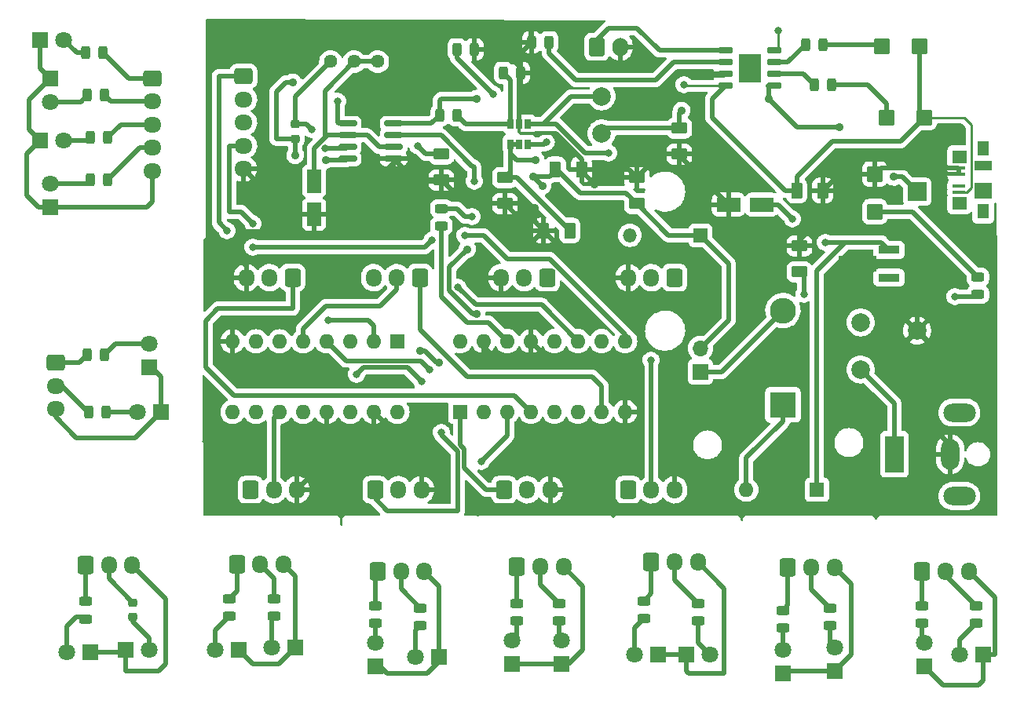
<source format=gbr>
%TF.GenerationSoftware,KiCad,Pcbnew,(5.99.0-11498-g1a301d8eea)*%
%TF.CreationDate,2021-09-07T15:50:55+03:00*%
%TF.ProjectId,f,662e6b69-6361-4645-9f70-636258585858,rev?*%
%TF.SameCoordinates,Original*%
%TF.FileFunction,Copper,L1,Top*%
%TF.FilePolarity,Positive*%
%FSLAX46Y46*%
G04 Gerber Fmt 4.6, Leading zero omitted, Abs format (unit mm)*
G04 Created by KiCad (PCBNEW (5.99.0-11498-g1a301d8eea)) date 2021-09-07 15:50:55*
%MOMM*%
%LPD*%
G01*
G04 APERTURE LIST*
G04 Aperture macros list*
%AMRoundRect*
0 Rectangle with rounded corners*
0 $1 Rounding radius*
0 $2 $3 $4 $5 $6 $7 $8 $9 X,Y pos of 4 corners*
0 Add a 4 corners polygon primitive as box body*
4,1,4,$2,$3,$4,$5,$6,$7,$8,$9,$2,$3,0*
0 Add four circle primitives for the rounded corners*
1,1,$1+$1,$2,$3*
1,1,$1+$1,$4,$5*
1,1,$1+$1,$6,$7*
1,1,$1+$1,$8,$9*
0 Add four rect primitives between the rounded corners*
20,1,$1+$1,$2,$3,$4,$5,0*
20,1,$1+$1,$4,$5,$6,$7,0*
20,1,$1+$1,$6,$7,$8,$9,0*
20,1,$1+$1,$8,$9,$2,$3,0*%
%AMFreePoly0*
4,1,9,5.362500,-0.866500,1.237500,-0.866500,1.237500,-0.450000,-1.237500,-0.450000,-1.237500,0.450000,1.237500,0.450000,1.237500,0.866500,5.362500,0.866500,5.362500,-0.866500,5.362500,-0.866500,$1*%
G04 Aperture macros list end*
%TA.AperFunction,ComponentPad*%
%ADD10RoundRect,0.250000X-0.600000X-0.725000X0.600000X-0.725000X0.600000X0.725000X-0.600000X0.725000X0*%
%TD*%
%TA.AperFunction,ComponentPad*%
%ADD11O,1.700000X1.950000*%
%TD*%
%TA.AperFunction,ComponentPad*%
%ADD12RoundRect,0.250000X-0.725000X0.600000X-0.725000X-0.600000X0.725000X-0.600000X0.725000X0.600000X0*%
%TD*%
%TA.AperFunction,ComponentPad*%
%ADD13O,1.950000X1.700000*%
%TD*%
%TA.AperFunction,ComponentPad*%
%ADD14RoundRect,0.250000X0.600000X0.725000X-0.600000X0.725000X-0.600000X-0.725000X0.600000X-0.725000X0*%
%TD*%
%TA.AperFunction,SMDPad,CuDef*%
%ADD15RoundRect,0.243750X-0.243750X-0.456250X0.243750X-0.456250X0.243750X0.456250X-0.243750X0.456250X0*%
%TD*%
%TA.AperFunction,ComponentPad*%
%ADD16R,1.800000X1.800000*%
%TD*%
%TA.AperFunction,ComponentPad*%
%ADD17C,1.800000*%
%TD*%
%TA.AperFunction,SMDPad,CuDef*%
%ADD18RoundRect,0.250000X-0.550000X1.050000X-0.550000X-1.050000X0.550000X-1.050000X0.550000X1.050000X0*%
%TD*%
%TA.AperFunction,ComponentPad*%
%ADD19R,2.800000X2.800000*%
%TD*%
%TA.AperFunction,ComponentPad*%
%ADD20O,2.800000X2.800000*%
%TD*%
%TA.AperFunction,SMDPad,CuDef*%
%ADD21RoundRect,0.243750X-0.456250X0.243750X-0.456250X-0.243750X0.456250X-0.243750X0.456250X0.243750X0*%
%TD*%
%TA.AperFunction,ComponentPad*%
%ADD22C,1.440000*%
%TD*%
%TA.AperFunction,SMDPad,CuDef*%
%ADD23RoundRect,0.250000X-0.600000X0.625000X-0.600000X-0.625000X0.600000X-0.625000X0.600000X0.625000X0*%
%TD*%
%TA.AperFunction,SMDPad,CuDef*%
%ADD24RoundRect,0.243750X0.243750X0.456250X-0.243750X0.456250X-0.243750X-0.456250X0.243750X-0.456250X0*%
%TD*%
%TA.AperFunction,SMDPad,CuDef*%
%ADD25RoundRect,0.150000X-0.650000X-0.150000X0.650000X-0.150000X0.650000X0.150000X-0.650000X0.150000X0*%
%TD*%
%TA.AperFunction,SMDPad,CuDef*%
%ADD26R,2.410000X3.100000*%
%TD*%
%TA.AperFunction,ComponentPad*%
%ADD27R,1.600000X1.600000*%
%TD*%
%TA.AperFunction,ComponentPad*%
%ADD28O,1.600000X1.600000*%
%TD*%
%TA.AperFunction,ComponentPad*%
%ADD29R,2.000000X4.000000*%
%TD*%
%TA.AperFunction,ComponentPad*%
%ADD30O,2.000000X3.300000*%
%TD*%
%TA.AperFunction,ComponentPad*%
%ADD31O,3.500000X2.000000*%
%TD*%
%TA.AperFunction,SMDPad,CuDef*%
%ADD32RoundRect,0.250000X-0.625000X-0.600000X0.625000X-0.600000X0.625000X0.600000X-0.625000X0.600000X0*%
%TD*%
%TA.AperFunction,ComponentPad*%
%ADD33R,1.500000X1.500000*%
%TD*%
%TA.AperFunction,ComponentPad*%
%ADD34O,1.500000X1.500000*%
%TD*%
%TA.AperFunction,SMDPad,CuDef*%
%ADD35R,1.380000X0.450000*%
%TD*%
%TA.AperFunction,SMDPad,CuDef*%
%ADD36R,1.900000X1.800000*%
%TD*%
%TA.AperFunction,SMDPad,CuDef*%
%ADD37R,1.300000X1.650000*%
%TD*%
%TA.AperFunction,SMDPad,CuDef*%
%ADD38R,1.900000X1.000000*%
%TD*%
%TA.AperFunction,SMDPad,CuDef*%
%ADD39R,1.550000X1.425000*%
%TD*%
%TA.AperFunction,SMDPad,CuDef*%
%ADD40RoundRect,0.250000X-0.625000X0.375000X-0.625000X-0.375000X0.625000X-0.375000X0.625000X0.375000X0*%
%TD*%
%TA.AperFunction,SMDPad,CuDef*%
%ADD41RoundRect,0.250000X0.625000X-0.375000X0.625000X0.375000X-0.625000X0.375000X-0.625000X-0.375000X0*%
%TD*%
%TA.AperFunction,SMDPad,CuDef*%
%ADD42RoundRect,0.250000X-0.375000X-0.625000X0.375000X-0.625000X0.375000X0.625000X-0.375000X0.625000X0*%
%TD*%
%TA.AperFunction,ComponentPad*%
%ADD43RoundRect,0.250000X-0.600000X-0.750000X0.600000X-0.750000X0.600000X0.750000X-0.600000X0.750000X0*%
%TD*%
%TA.AperFunction,ComponentPad*%
%ADD44O,1.700000X2.000000*%
%TD*%
%TA.AperFunction,SMDPad,CuDef*%
%ADD45RoundRect,0.218750X0.256250X-0.218750X0.256250X0.218750X-0.256250X0.218750X-0.256250X-0.218750X0*%
%TD*%
%TA.AperFunction,ComponentPad*%
%ADD46C,2.000000*%
%TD*%
%TA.AperFunction,SMDPad,CuDef*%
%ADD47RoundRect,0.243750X0.456250X-0.243750X0.456250X0.243750X-0.456250X0.243750X-0.456250X-0.243750X0*%
%TD*%
%TA.AperFunction,SMDPad,CuDef*%
%ADD48RoundRect,0.150000X0.825000X0.150000X-0.825000X0.150000X-0.825000X-0.150000X0.825000X-0.150000X0*%
%TD*%
%TA.AperFunction,SMDPad,CuDef*%
%ADD49RoundRect,0.218750X-0.256250X0.218750X-0.256250X-0.218750X0.256250X-0.218750X0.256250X0.218750X0*%
%TD*%
%TA.AperFunction,SMDPad,CuDef*%
%ADD50RoundRect,0.250000X1.050000X0.550000X-1.050000X0.550000X-1.050000X-0.550000X1.050000X-0.550000X0*%
%TD*%
%TA.AperFunction,ComponentPad*%
%ADD51R,1.700000X1.700000*%
%TD*%
%TA.AperFunction,ComponentPad*%
%ADD52O,1.700000X1.700000*%
%TD*%
%TA.AperFunction,SMDPad,CuDef*%
%ADD53RoundRect,0.250000X0.375000X0.625000X-0.375000X0.625000X-0.375000X-0.625000X0.375000X-0.625000X0*%
%TD*%
%TA.AperFunction,SMDPad,CuDef*%
%ADD54R,2.300000X0.900000*%
%TD*%
%TA.AperFunction,SMDPad,CuDef*%
%ADD55FreePoly0,180.000000*%
%TD*%
%TA.AperFunction,SMDPad,CuDef*%
%ADD56R,0.650000X1.060000*%
%TD*%
%TA.AperFunction,ComponentPad*%
%ADD57R,2.000000X2.000000*%
%TD*%
%TA.AperFunction,ViaPad*%
%ADD58C,0.900000*%
%TD*%
%TA.AperFunction,ViaPad*%
%ADD59C,0.800000*%
%TD*%
%TA.AperFunction,Conductor*%
%ADD60C,0.500000*%
%TD*%
%TA.AperFunction,Conductor*%
%ADD61C,0.480000*%
%TD*%
%TA.AperFunction,Conductor*%
%ADD62C,0.300000*%
%TD*%
%TA.AperFunction,Conductor*%
%ADD63C,0.450000*%
%TD*%
%TA.AperFunction,Conductor*%
%ADD64C,0.250000*%
%TD*%
G04 APERTURE END LIST*
D10*
%TO.P,Beak,1,Pin_1*%
%TO.N,Q0*%
X156718000Y-88660000D03*
D11*
%TO.P,Beak,2,Pin_2*%
%TO.N,Q91*%
X159218000Y-88660000D03*
%TO.P,Beak,3,Pin_3*%
%TO.N,BAT-*%
X161718000Y-88660000D03*
%TD*%
D10*
%TO.P,F3,1,Pin_1*%
%TO.N,Q6*%
X197438000Y-88660000D03*
D11*
%TO.P,F3,2,Pin_2*%
%TO.N,Q31*%
X199938000Y-88660000D03*
%TO.P,F3,3,Pin_3*%
%TO.N,N/C*%
X202438000Y-88660000D03*
%TD*%
D12*
%TO.P,Bdy,1,Pin_1*%
%TO.N,Q8*%
X155956000Y-44062000D03*
D13*
%TO.P,Bdy,2,Pin_2*%
%TO.N,Q11*%
X155956000Y-46562000D03*
%TO.P,Bdy,3,Pin_3*%
%TO.N,Q9*%
X155956000Y-49062000D03*
%TO.P,Bdy,4,Pin_4*%
%TO.N,Q01*%
X155956000Y-51562000D03*
%TO.P,Bdy,5,Pin_5*%
%TO.N,BAT-*%
X155956000Y-54062000D03*
%TD*%
D14*
%TO.P,F4,1,Pin_1*%
%TO.N,Q7*%
X202438000Y-65786000D03*
D11*
%TO.P,F4,2,Pin_2*%
%TO.N,Q21*%
X199938000Y-65786000D03*
%TO.P,F4,3,Pin_3*%
%TO.N,BAT-*%
X197438000Y-65786000D03*
%TD*%
D15*
%TO.P,R6,1*%
%TO.N,FB*%
X183974500Y-43688000D03*
%TO.P,R6,2*%
%TO.N,BAT-*%
X185849500Y-43688000D03*
%TD*%
D16*
%TO.P,D12,1,K*%
%TO.N,Net-(D12-Pad1)*%
X235712000Y-106426000D03*
D17*
%TO.P,D12,2,A*%
%TO.N,Net-(D12-Pad2)*%
X233172000Y-106426000D03*
%TD*%
D16*
%TO.P,D9,1,K*%
%TO.N,Net-(D18-Pad1)*%
X177043000Y-106680000D03*
D17*
%TO.P,D9,2,A*%
%TO.N,Net-(D9-Pad2)*%
X174503000Y-106680000D03*
%TD*%
D15*
%TO.P,R21,1*%
%TO.N,Net-(J11-Pad1)*%
X139128500Y-74071000D03*
%TO.P,R21,2*%
%TO.N,Net-(D16-Pad2)*%
X141003500Y-74071000D03*
%TD*%
D16*
%TO.P,D19,1,K*%
%TO.N,Net-(D19-Pad1)*%
X184912000Y-107447000D03*
D17*
%TO.P,D19,2,A*%
%TO.N,Net-(D19-Pad2)*%
X184912000Y-104907000D03*
%TD*%
D18*
%TO.P,C7,1*%
%TO.N,TH*%
X163576000Y-55350000D03*
%TO.P,C7,2*%
%TO.N,BAT-*%
X163576000Y-58950000D03*
%TD*%
D10*
%TO.P,Beak,1,Pin_1*%
%TO.N,Net-(J5-Pad1)*%
X138938000Y-96774000D03*
D11*
%TO.P,Beak,2,Pin_2*%
%TO.N,Net-(J5-Pad2)*%
X141438000Y-96774000D03*
%TO.P,Beak,3,Pin_3*%
%TO.N,Net-(D13-Pad1)*%
X143938000Y-96774000D03*
%TD*%
D19*
%TO.P,D25,1,A*%
%TO.N,Net-(D25-Pad1)*%
X214122000Y-79502000D03*
D20*
%TO.P,D25,2,K*%
%TO.N,ALT_5V*%
X214122000Y-69342000D03*
%TD*%
D21*
%TO.P,R14,1*%
%TO.N,Net-(J13-Pad2)*%
X175006000Y-101424500D03*
%TO.P,R14,2*%
%TO.N,Net-(D9-Pad2)*%
X175006000Y-103299500D03*
%TD*%
D22*
%TO.P,P_Changer,3,3*%
%TO.N,TH*%
X170424000Y-42477000D03*
%TO.P,P_Changer,2,2*%
X167884000Y-42477000D03*
%TO.P,P_Changer,1,1*%
%TO.N,D7*%
X165344000Y-42477000D03*
%TD*%
D16*
%TO.P,D14,1,K*%
%TO.N,Net-(D13-Pad1)*%
X139446000Y-106172000D03*
D17*
%TO.P,D14,2,A*%
%TO.N,Net-(D14-Pad2)*%
X136906000Y-106172000D03*
%TD*%
D21*
%TO.P,R17,1*%
%TO.N,Net-(J10-Pad2)*%
X234950000Y-101170500D03*
%TO.P,R17,2*%
%TO.N,Net-(D12-Pad2)*%
X234950000Y-103045500D03*
%TD*%
D23*
%TO.P,D24,1,K*%
%TO.N,BAT-*%
X224028000Y-54617000D03*
%TO.P,D24,2,A*%
%TO.N,Net-(D24-Pad2)*%
X224028000Y-58667000D03*
%TD*%
D10*
%TO.P,F2,1,Pin_1*%
%TO.N,Net-(J14-Pad1)*%
X185460000Y-96982000D03*
D11*
%TO.P,F2,2,Pin_2*%
%TO.N,Net-(J14-Pad2)*%
X187960000Y-96982000D03*
%TO.P,F2,3,Pin_3*%
%TO.N,Net-(D19-Pad1)*%
X190460000Y-96982000D03*
%TD*%
D24*
%TO.P,R10,1*%
%TO.N,Net-(J20-Pad3)*%
X141321000Y-50672000D03*
%TO.P,R10,2*%
%TO.N,Net-(D5-Pad2)*%
X139446000Y-50672000D03*
%TD*%
D15*
%TO.P,R5,1*%
%TO.N,5OT*%
X177116500Y-48260000D03*
%TO.P,R5,2*%
%TO.N,FB*%
X178991500Y-48260000D03*
%TD*%
D12*
%TO.P,N2,1,Pin_1*%
%TO.N,Net-(J11-Pad1)*%
X135691000Y-74965000D03*
D13*
%TO.P,N2,2,Pin_2*%
%TO.N,Net-(J11-Pad2)*%
X135691000Y-77465000D03*
%TO.P,N2,3,Pin_3*%
%TO.N,Net-(D11-Pad1)*%
X135691000Y-79965000D03*
%TD*%
D25*
%TO.P,U2,1,TEMP_1*%
%TO.N,Net-(TH1-Pad1)*%
X207916000Y-41275000D03*
%TO.P,U2,2,PROG*%
%TO.N,Net-(R4-Pad1)*%
X207916000Y-42545000D03*
%TO.P,U2,3,GND_*%
%TO.N,BAT-*%
X207916000Y-43815000D03*
%TO.P,U2,4,VCC*%
%TO.N,Net-(C1-Pad1)*%
X207916000Y-45085000D03*
%TO.P,U2,5,BAT*%
%TO.N,BOOST*%
X213216000Y-45085000D03*
%TO.P,U2,6,STDBY*%
%TO.N,Net-(R1-Pad2)*%
X213216000Y-43815000D03*
%TO.P,U2,7,CHRG*%
%TO.N,Net-(R3-Pad2)*%
X213216000Y-42545000D03*
%TO.P,U2,8,CE*%
%TO.N,Net-(C1-Pad1)*%
X213216000Y-41275000D03*
D26*
%TO.P,U2,9*%
%TO.N,N/C*%
X210566000Y-43180000D03*
%TD*%
D27*
%TO.P,12V SW,1,1*%
%TO.N,Net-(C10-Pad1)*%
X217795600Y-88660000D03*
D28*
%TO.P,12V SW,2,2*%
%TO.N,Net-(D25-Pad1)*%
X210175600Y-88660000D03*
%TD*%
D29*
%TO.P,J2,1*%
%TO.N,Net-(F1-Pad1)*%
X226148000Y-84836000D03*
D30*
%TO.P,J2,2*%
%TO.N,BAT-*%
X232148000Y-84836000D03*
D31*
%TO.P,J2,MP*%
%TO.N,N/C*%
X233148000Y-89336000D03*
X233148000Y-80336000D03*
%TD*%
D24*
%TO.P,R3,1*%
%TO.N,Net-(D2-Pad1)*%
X218440000Y-40640000D03*
%TO.P,R3,2*%
%TO.N,Net-(R3-Pad2)*%
X216565000Y-40640000D03*
%TD*%
D10*
%TO.P,F3,1,Pin_1*%
%TO.N,Net-(J15-Pad1)*%
X199938000Y-96474000D03*
D11*
%TO.P,F3,2,Pin_2*%
%TO.N,Net-(J15-Pad2)*%
X202438000Y-96474000D03*
%TO.P,F3,3,Pin_3*%
%TO.N,Net-(D20-Pad1)*%
X204938000Y-96474000D03*
%TD*%
D32*
%TO.P,D1,1,K*%
%TO.N,Net-(D1-Pad1)*%
X225305000Y-48514000D03*
%TO.P,D1,2,A*%
%TO.N,Net-(C1-Pad1)*%
X229355000Y-48514000D03*
%TD*%
D33*
%TO.P,D3,1,K*%
%TO.N,5OT*%
X205237000Y-61214000D03*
D34*
%TO.P,D3,2,A*%
%TO.N,Net-(D3-Pad2)*%
X197617000Y-61214000D03*
%TD*%
D24*
%TO.P,R27,1*%
%TO.N,Net-(J20-Pad2)*%
X140988500Y-46100000D03*
%TO.P,R27,2*%
%TO.N,Net-(D22-Pad2)*%
X139113500Y-46100000D03*
%TD*%
D21*
%TO.P,R24,1*%
%TO.N,Net-(J14-Pad1)*%
X185420000Y-100916500D03*
%TO.P,R24,2*%
%TO.N,Net-(D19-Pad2)*%
X185420000Y-102791500D03*
%TD*%
D35*
%TO.P,J1,1,VBUS*%
%TO.N,Net-(C1-Pad1)*%
X233052000Y-56538000D03*
%TO.P,J1,2,D-*%
%TO.N,N/C*%
X233052000Y-55888000D03*
%TO.P,J1,4,GND*%
%TO.N,BAT-*%
X233052000Y-54588000D03*
%TO.P,J1,5,Shield*%
X233052000Y-53938000D03*
D36*
%TO.P,J1,6*%
%TO.N,N/C*%
X235712000Y-56388000D03*
D37*
X235712000Y-58613000D03*
D38*
X235712000Y-53688000D03*
D39*
X233137000Y-52750500D03*
D37*
X235712000Y-51863000D03*
D39*
X233137000Y-57725500D03*
%TD*%
D40*
%TO.P,C4,1*%
%TO.N,BOOST*%
X202946000Y-49654000D03*
%TO.P,C4,2*%
%TO.N,BAT-*%
X202946000Y-52454000D03*
%TD*%
D41*
%TO.P,C5,1*%
%TO.N,5OT*%
X198374000Y-57788000D03*
%TO.P,C5,2*%
%TO.N,BAT-*%
X198374000Y-54988000D03*
%TD*%
D42*
%TO.P,C6,1*%
%TO.N,5OT*%
X189608000Y-54102000D03*
%TO.P,C6,2*%
%TO.N,BAT-*%
X192408000Y-54102000D03*
%TD*%
D43*
%TO.P,Temp Sesnor ,1*%
%TO.N,Net-(TH1-Pad1)*%
X194056000Y-40877000D03*
D44*
%TO.P,Temp Sesnor ,2*%
%TO.N,BAT-*%
X196556000Y-40877000D03*
%TD*%
D21*
%TO.P,R26,1*%
%TO.N,Net-(J16-Pad1)*%
X214122000Y-101678500D03*
%TO.P,R26,2*%
%TO.N,Net-(D21-Pad2)*%
X214122000Y-103553500D03*
%TD*%
D45*
%TO.P,R7,1*%
%TO.N,5OT*%
X161544000Y-50800000D03*
%TO.P,R7,2*%
%TO.N,D7*%
X161544000Y-49225000D03*
%TD*%
D16*
%TO.P,D13,1,K*%
%TO.N,Net-(D13-Pad1)*%
X143251000Y-105918000D03*
D17*
%TO.P,D13,2,A*%
%TO.N,Net-(D13-Pad2)*%
X145791000Y-105918000D03*
%TD*%
D12*
%TO.P,Bdy,1,Pin_1*%
%TO.N,Net-(J20-Pad1)*%
X146096000Y-44276000D03*
D13*
%TO.P,Bdy,2,Pin_2*%
%TO.N,Net-(J20-Pad2)*%
X146096000Y-46776000D03*
%TO.P,Bdy,3,Pin_3*%
%TO.N,Net-(J20-Pad3)*%
X146096000Y-49276000D03*
%TO.P,Bdy,4,Pin_4*%
%TO.N,Net-(J20-Pad4)*%
X146096000Y-51776000D03*
%TO.P,Bdy,5,Pin_5*%
%TO.N,Net-(D22-Pad1)*%
X146096000Y-54276000D03*
%TD*%
D24*
%TO.P,R9,1*%
%TO.N,Net-(J20-Pad4)*%
X141321000Y-55244000D03*
%TO.P,R9,2*%
%TO.N,Net-(D4-Pad2)*%
X139446000Y-55244000D03*
%TD*%
D10*
%TO.P,F2,1,Pin_1*%
%TO.N,Q5*%
X184050800Y-88660000D03*
D11*
%TO.P,F2,2,Pin_2*%
%TO.N,Q41*%
X186550800Y-88660000D03*
%TO.P,F2,3,Pin_3*%
%TO.N,BAT-*%
X189050800Y-88660000D03*
%TD*%
D16*
%TO.P,D7,1,K*%
%TO.N,Net-(D20-Pad1)*%
X203708000Y-106426000D03*
D17*
%TO.P,D7,2,A*%
%TO.N,Net-(D7-Pad2)*%
X206248000Y-106426000D03*
%TD*%
D46*
%TO.P,F1,1*%
%TO.N,Net-(F1-Pad1)*%
X222494000Y-75692000D03*
%TO.P,F1,2*%
%TO.N,Net-(C9-Pad1)*%
X222504000Y-70612000D03*
%TD*%
D14*
%TO.P,N2,1,Pin_1*%
%TO.N,Q2*%
X161256000Y-65786000D03*
D11*
%TO.P,N2,2,Pin_2*%
%TO.N,Q71*%
X158756000Y-65786000D03*
%TO.P,N2,3,Pin_3*%
%TO.N,BAT-*%
X156256000Y-65786000D03*
%TD*%
D47*
%TO.P,R8,1*%
%TO.N,SO*%
X177292000Y-60198000D03*
%TO.P,R8,2*%
%TO.N,Net-(R8-Pad2)*%
X177292000Y-58323000D03*
%TD*%
D41*
%TO.P,C9,1*%
%TO.N,Net-(C9-Pad1)*%
X215900000Y-65154000D03*
%TO.P,C9,2*%
%TO.N,BAT-*%
X215900000Y-62354000D03*
%TD*%
D16*
%TO.P,D21,1,K*%
%TO.N,Net-(D21-Pad1)*%
X214122000Y-108463000D03*
D17*
%TO.P,D21,2,A*%
%TO.N,Net-(D21-Pad2)*%
X214122000Y-105923000D03*
%TD*%
D48*
%TO.P,U3,1,GND*%
%TO.N,BAT-*%
X172147000Y-52959000D03*
%TO.P,U3,2,TR*%
%TO.N,TH*%
X172147000Y-51689000D03*
%TO.P,U3,3,Q*%
%TO.N,Net-(R8-Pad2)*%
X172147000Y-50419000D03*
%TO.P,U3,4,R*%
%TO.N,5OT*%
X172147000Y-49149000D03*
%TO.P,U3,5,CV*%
%TO.N,Net-(C8-Pad1)*%
X167197000Y-49149000D03*
%TO.P,U3,6,THR*%
%TO.N,TH*%
X167197000Y-50419000D03*
%TO.P,U3,7,DIS*%
%TO.N,D7*%
X167197000Y-51689000D03*
%TO.P,U3,8,VCC*%
%TO.N,5OT*%
X167197000Y-52959000D03*
%TD*%
D49*
%TO.P,R18,1*%
%TO.N,Net-(J5-Pad2)*%
X144018000Y-100812500D03*
%TO.P,R18,2*%
%TO.N,Net-(D13-Pad2)*%
X144018000Y-102387500D03*
%TD*%
D21*
%TO.P,R22,1*%
%TO.N,Net-(J12-Pad1)*%
X154432000Y-100408500D03*
%TO.P,R22,2*%
%TO.N,Net-(D17-Pad2)*%
X154432000Y-102283500D03*
%TD*%
D10*
%TO.P,N1,1,Pin_1*%
%TO.N,Net-(J10-Pad1)*%
X229148000Y-97444000D03*
D11*
%TO.P,N1,2,Pin_2*%
%TO.N,Net-(J10-Pad2)*%
X231648000Y-97444000D03*
%TO.P,N1,3,Pin_3*%
%TO.N,Net-(D12-Pad1)*%
X234148000Y-97444000D03*
%TD*%
D24*
%TO.P,R2,1*%
%TO.N,BAT-*%
X180848000Y-41148000D03*
%TO.P,R2,2*%
%TO.N,Net-(R2-Pad2)*%
X178973000Y-41148000D03*
%TD*%
D40*
%TO.P,C8,1*%
%TO.N,Net-(C8-Pad1)*%
X177292000Y-52448000D03*
%TO.P,C8,2*%
%TO.N,BAT-*%
X177292000Y-55248000D03*
%TD*%
D16*
%TO.P,D22,1,K*%
%TO.N,Net-(D22-Pad1)*%
X135128000Y-44275154D03*
D17*
%TO.P,D22,2,A*%
%TO.N,Net-(D22-Pad2)*%
X135128000Y-46815154D03*
%TD*%
D21*
%TO.P,R25,1*%
%TO.N,Net-(J15-Pad1)*%
X199136000Y-100662500D03*
%TO.P,R25,2*%
%TO.N,Net-(D20-Pad2)*%
X199136000Y-102537500D03*
%TD*%
D40*
%TO.P,C3,1*%
%TO.N,BOOST*%
X184150000Y-54988000D03*
%TO.P,C3,2*%
%TO.N,BAT-*%
X184150000Y-57788000D03*
%TD*%
D10*
%TO.P,BN,1,Pin_1*%
%TO.N,Net-(J12-Pad1)*%
X155244000Y-96682000D03*
D11*
%TO.P,BN,2,Pin_2*%
%TO.N,Net-(J12-Pad2)*%
X157744000Y-96682000D03*
%TO.P,BN,3,Pin_3*%
%TO.N,Net-(D10-Pad1)*%
X160244000Y-96682000D03*
%TD*%
D16*
%TO.P,D18,1,K*%
%TO.N,Net-(D18-Pad1)*%
X170180000Y-107701000D03*
D17*
%TO.P,D18,2,A*%
%TO.N,Net-(D18-Pad2)*%
X170180000Y-105161000D03*
%TD*%
D16*
%TO.P,D17,1,K*%
%TO.N,Net-(D10-Pad1)*%
X155448000Y-105918000D03*
D17*
%TO.P,D17,2,A*%
%TO.N,Net-(D17-Pad2)*%
X152908000Y-105918000D03*
%TD*%
D10*
%TO.P,N1,1,Pin_1*%
%TO.N,Q1*%
X170153400Y-88660000D03*
D11*
%TO.P,N1,2,Pin_2*%
%TO.N,Q81*%
X172653400Y-88660000D03*
%TO.P,N1,3,Pin_3*%
%TO.N,BAT-*%
X175153400Y-88660000D03*
%TD*%
D46*
%TO.P,L1,1*%
%TO.N,Net-(D3-Pad2)*%
X194564000Y-46228000D03*
%TO.P,L1,2*%
%TO.N,BOOST*%
X194564000Y-50228000D03*
%TD*%
D47*
%TO.P,R29,1*%
%TO.N,Net-(C9-Pad1)*%
X235140000Y-67589500D03*
%TO.P,R29,2*%
%TO.N,Net-(D24-Pad2)*%
X235140000Y-65714500D03*
%TD*%
D21*
%TO.P,R20,1*%
%TO.N,Net-(J10-Pad1)*%
X229108000Y-101170500D03*
%TO.P,R20,2*%
%TO.N,Net-(D15-Pad2)*%
X229108000Y-103045500D03*
%TD*%
D15*
%TO.P,R16,1*%
%TO.N,Net-(J11-Pad2)*%
X139270500Y-80264000D03*
%TO.P,R16,2*%
%TO.N,Net-(D11-Pad2)*%
X141145500Y-80264000D03*
%TD*%
D16*
%TO.P,D20,1,K*%
%TO.N,Net-(D20-Pad1)*%
X200660000Y-106426000D03*
D17*
%TO.P,D20,2,A*%
%TO.N,Net-(D20-Pad2)*%
X198120000Y-106426000D03*
%TD*%
D16*
%TO.P,D23,1,K*%
%TO.N,Net-(D22-Pad1)*%
X134028000Y-40132000D03*
D17*
%TO.P,D23,2,A*%
%TO.N,Net-(D23-Pad2)*%
X136568000Y-40132000D03*
%TD*%
D16*
%TO.P,D5,1,K*%
%TO.N,Net-(D22-Pad1)*%
X134028000Y-50968308D03*
D17*
%TO.P,D5,2,A*%
%TO.N,Net-(D5-Pad2)*%
X136568000Y-50968308D03*
%TD*%
D21*
%TO.P,R12,1*%
%TO.N,Net-(J15-Pad2)*%
X204978000Y-100916500D03*
%TO.P,R12,2*%
%TO.N,Net-(D7-Pad2)*%
X204978000Y-102791500D03*
%TD*%
D14*
%TO.P,F1,1,Pin_1*%
%TO.N,Q4*%
X188710666Y-65786000D03*
D11*
%TO.P,F1,2,Pin_2*%
%TO.N,Q51*%
X186210666Y-65786000D03*
%TO.P,F1,3,Pin_3*%
%TO.N,BAT-*%
X183710666Y-65786000D03*
%TD*%
D16*
%TO.P,D6,1,K*%
%TO.N,Net-(D21-Pad1)*%
X219710000Y-108204000D03*
D17*
%TO.P,D6,2,A*%
%TO.N,Net-(D6-Pad2)*%
X219710000Y-105664000D03*
%TD*%
D21*
%TO.P,R11,1*%
%TO.N,Net-(J16-Pad2)*%
X219202000Y-101424500D03*
%TO.P,R11,2*%
%TO.N,Net-(D6-Pad2)*%
X219202000Y-103299500D03*
%TD*%
D16*
%TO.P,D10,1,K*%
%TO.N,Net-(D10-Pad1)*%
X161549000Y-105664000D03*
D17*
%TO.P,D10,2,A*%
%TO.N,Net-(D10-Pad2)*%
X159009000Y-105664000D03*
%TD*%
D50*
%TO.P,C10,1*%
%TO.N,Net-(C10-Pad1)*%
X211858000Y-57912000D03*
%TO.P,C10,2*%
%TO.N,BAT-*%
X208258000Y-57912000D03*
%TD*%
D21*
%TO.P,R15,1*%
%TO.N,Net-(J12-Pad2)*%
X159258000Y-100408500D03*
%TO.P,R15,2*%
%TO.N,Net-(D10-Pad2)*%
X159258000Y-102283500D03*
%TD*%
D14*
%TO.P,BN,1,Pin_1*%
%TO.N,Q3*%
X174983333Y-65786000D03*
D11*
%TO.P,BN,2,Pin_2*%
%TO.N,Q61*%
X172483333Y-65786000D03*
%TO.P,BN,3,Pin_3*%
%TO.N,N/C*%
X169983333Y-65786000D03*
%TD*%
D42*
%TO.P,C1,1*%
%TO.N,Net-(C1-Pad1)*%
X215608000Y-56388000D03*
%TO.P,C1,2*%
%TO.N,BAT-*%
X218408000Y-56388000D03*
%TD*%
D27*
%TO.P,U5,1,Q5*%
%TO.N,Q5*%
X179339000Y-80254000D03*
D28*
%TO.P,U5,2,Q1*%
%TO.N,Q1*%
X181879000Y-80254000D03*
%TO.P,U5,3,Q0*%
%TO.N,Q0*%
X184419000Y-80254000D03*
%TO.P,U5,4,Q2*%
%TO.N,Q2*%
X186959000Y-80254000D03*
%TO.P,U5,5,Q6*%
%TO.N,Q6*%
X189499000Y-80254000D03*
%TO.P,U5,6,Q7*%
%TO.N,Q7*%
X192039000Y-80254000D03*
%TO.P,U5,7,Q3*%
%TO.N,Q3*%
X194579000Y-80254000D03*
%TO.P,U5,8,VSS*%
%TO.N,BAT-*%
X197119000Y-80254000D03*
%TO.P,U5,9,Q8*%
%TO.N,Q8*%
X197119000Y-72634000D03*
%TO.P,U5,10,Q4*%
%TO.N,Q4*%
X194579000Y-72634000D03*
%TO.P,U5,11,Q9*%
%TO.N,Q9*%
X192039000Y-72634000D03*
%TO.P,U5,12,Cout*%
%TO.N,Cout*%
X189499000Y-72634000D03*
%TO.P,U5,13,CKEN*%
%TO.N,BAT-*%
X186959000Y-72634000D03*
%TO.P,U5,14,CLK*%
%TO.N,SO*%
X184419000Y-72634000D03*
%TO.P,U5,15,Reset*%
%TO.N,BAT-*%
X181879000Y-72634000D03*
%TO.P,U5,16,VDD*%
%TO.N,5OT*%
X179339000Y-72634000D03*
%TD*%
D21*
%TO.P,R19,1*%
%TO.N,Net-(J5-Pad1)*%
X138938000Y-100716500D03*
%TO.P,R19,2*%
%TO.N,Net-(D14-Pad2)*%
X138938000Y-102591500D03*
%TD*%
D16*
%TO.P,D15,1,K*%
%TO.N,Net-(D12-Pad1)*%
X229362000Y-107701000D03*
D17*
%TO.P,D15,2,A*%
%TO.N,Net-(D15-Pad2)*%
X229362000Y-105161000D03*
%TD*%
D16*
%TO.P,D4,1,K*%
%TO.N,Net-(D22-Pad1)*%
X135128000Y-58166000D03*
D17*
%TO.P,D4,2,A*%
%TO.N,Net-(D4-Pad2)*%
X135128000Y-55626000D03*
%TD*%
D16*
%TO.P,D8,1,K*%
%TO.N,Net-(D19-Pad1)*%
X190246000Y-107447000D03*
D17*
%TO.P,D8,2,A*%
%TO.N,Net-(D8-Pad2)*%
X190246000Y-104907000D03*
%TD*%
D24*
%TO.P,R1,1*%
%TO.N,Net-(D1-Pad1)*%
X219377500Y-44958000D03*
%TO.P,R1,2*%
%TO.N,Net-(R1-Pad2)*%
X217502500Y-44958000D03*
%TD*%
%TO.P,R4,1*%
%TO.N,Net-(R4-Pad1)*%
X188897500Y-40386000D03*
%TO.P,R4,2*%
%TO.N,BAT-*%
X187022500Y-40386000D03*
%TD*%
D32*
%TO.P,D2,1,K*%
%TO.N,Net-(D2-Pad1)*%
X224797000Y-40835000D03*
%TO.P,D2,2,A*%
%TO.N,Net-(C1-Pad1)*%
X228847000Y-40835000D03*
%TD*%
D24*
%TO.P,R28,1*%
%TO.N,Net-(J20-Pad1)*%
X140813000Y-41528000D03*
%TO.P,R28,2*%
%TO.N,Net-(D23-Pad2)*%
X138938000Y-41528000D03*
%TD*%
D21*
%TO.P,R13,1*%
%TO.N,Net-(J14-Pad2)*%
X189992000Y-100916500D03*
%TO.P,R13,2*%
%TO.N,Net-(D8-Pad2)*%
X189992000Y-102791500D03*
%TD*%
D10*
%TO.P,F4,1,Pin_1*%
%TO.N,Net-(J16-Pad1)*%
X214670000Y-97028000D03*
D11*
%TO.P,F4,2,Pin_2*%
%TO.N,Net-(J16-Pad2)*%
X217170000Y-97028000D03*
%TO.P,F4,3,Pin_3*%
%TO.N,Net-(D21-Pad1)*%
X219670000Y-97028000D03*
%TD*%
D16*
%TO.P,D16,1,K*%
%TO.N,Net-(D11-Pad1)*%
X145796000Y-75443000D03*
D17*
%TO.P,D16,2,A*%
%TO.N,Net-(D16-Pad2)*%
X145796000Y-72903000D03*
%TD*%
D51*
%TO.P,Alt power,1,Pin_1*%
%TO.N,ALT_5V*%
X205232000Y-75946000D03*
D52*
%TO.P,Alt power,2,Pin_2*%
%TO.N,5OT*%
X205232000Y-73406000D03*
%TD*%
D53*
%TO.P,C2,1*%
%TO.N,BOOST*%
X191138000Y-60706000D03*
%TO.P,C2,2*%
%TO.N,BAT-*%
X188338000Y-60706000D03*
%TD*%
D54*
%TO.P,U6,1,IN*%
%TO.N,N/C*%
X225552000Y-65786000D03*
D55*
%TO.P,U6,2,GND*%
%TO.N,BAT-*%
X225464500Y-64286000D03*
D54*
%TO.P,U6,3,OUT*%
%TO.N,Net-(C10-Pad1)*%
X225552000Y-62786000D03*
%TD*%
D27*
%TO.P,U4,1,Q5*%
%TO.N,Q51*%
X172556000Y-72654000D03*
D28*
%TO.P,U4,2,Q1*%
%TO.N,Q11*%
X170016000Y-72654000D03*
%TO.P,U4,3,Q0*%
%TO.N,Q01*%
X167476000Y-72654000D03*
%TO.P,U4,4,Q2*%
%TO.N,Q21*%
X164936000Y-72654000D03*
%TO.P,U4,5,Q6*%
%TO.N,Q61*%
X162396000Y-72654000D03*
%TO.P,U4,6,Q7*%
%TO.N,Q71*%
X159856000Y-72654000D03*
%TO.P,U4,7,Q3*%
%TO.N,Q31*%
X157316000Y-72654000D03*
%TO.P,U4,8,VSS*%
%TO.N,BAT-*%
X154776000Y-72654000D03*
%TO.P,U4,9,Q8*%
%TO.N,Q81*%
X154776000Y-80274000D03*
%TO.P,U4,10,Q4*%
%TO.N,Q41*%
X157316000Y-80274000D03*
%TO.P,U4,11,Q9*%
%TO.N,Q91*%
X159856000Y-80274000D03*
%TO.P,U4,12,Cout*%
%TO.N,N/C*%
X162396000Y-80274000D03*
%TO.P,U4,13,CKEN*%
%TO.N,BAT-*%
X164936000Y-80274000D03*
%TO.P,U4,14,CLK*%
%TO.N,Cout*%
X167476000Y-80274000D03*
%TO.P,U4,15,Reset*%
%TO.N,BAT-*%
X170016000Y-80274000D03*
%TO.P,U4,16,VDD*%
%TO.N,5OT*%
X172556000Y-80274000D03*
%TD*%
D10*
%TO.P,F1,1,Pin_1*%
%TO.N,Net-(J13-Pad1)*%
X170434000Y-97444000D03*
D11*
%TO.P,F1,2,Pin_2*%
%TO.N,Net-(J13-Pad2)*%
X172934000Y-97444000D03*
%TO.P,F1,3,Pin_3*%
%TO.N,Net-(D18-Pad1)*%
X175434000Y-97444000D03*
%TD*%
D21*
%TO.P,R23,1*%
%TO.N,Net-(J13-Pad1)*%
X170180000Y-101170500D03*
%TO.P,R23,2*%
%TO.N,Net-(D18-Pad2)*%
X170180000Y-103045500D03*
%TD*%
D16*
%TO.P,D11,1,K*%
%TO.N,Net-(D11-Pad1)*%
X147071000Y-80264000D03*
D17*
%TO.P,D11,2,A*%
%TO.N,Net-(D11-Pad2)*%
X144531000Y-80264000D03*
%TD*%
D56*
%TO.P,U1,1,LX*%
%TO.N,Net-(D3-Pad2)*%
X186624000Y-49192000D03*
%TO.P,U1,2,GND*%
%TO.N,BAT-*%
X185674000Y-49192000D03*
%TO.P,U1,3,FB*%
%TO.N,FB*%
X184724000Y-49192000D03*
%TO.P,U1,4,EN*%
%TO.N,BOOST*%
X184724000Y-51392000D03*
%TO.P,U1,5,VCC*%
X185674000Y-51392000D03*
%TO.P,U1,6,OC*%
%TO.N,Net-(R2-Pad2)*%
X186624000Y-51392000D03*
%TD*%
D57*
%TO.P,BT1,1,+*%
%TO.N,BOOST*%
X228587000Y-56513000D03*
D46*
%TO.P,BT1,2,-*%
%TO.N,BAT-*%
X228587000Y-71503000D03*
%TD*%
D58*
%TO.N,BOOST*%
X187452000Y-53086000D03*
X212598000Y-46482000D03*
X226060000Y-54912011D03*
X203200000Y-47752000D03*
X220218000Y-49530000D03*
%TO.N,BAT-*%
X187353602Y-58264398D03*
X184912000Y-62484000D03*
X193802000Y-55692500D03*
X205486000Y-43942000D03*
D59*
X202184000Y-83312000D03*
D58*
X205232000Y-46228000D03*
D59*
%TO.N,Net-(C1-Pad1)*%
X203454000Y-44958000D03*
X213614000Y-39116000D03*
D58*
%TO.N,5OT*%
X180086000Y-62738000D03*
X161290000Y-44704000D03*
X181102000Y-46482000D03*
X187198000Y-54864000D03*
X161544000Y-52578000D03*
X181102000Y-69656500D03*
X188214000Y-55880000D03*
X164846000Y-53086000D03*
D59*
%TO.N,Net-(C8-Pad1)*%
X174752000Y-51562000D03*
X166116000Y-46736000D03*
%TO.N,Net-(D3-Pad2)*%
X195326000Y-52324000D03*
%TO.N,Net-(R2-Pad2)*%
X182880000Y-45974000D03*
X188615948Y-51157966D03*
%TO.N,D7*%
X163322000Y-49784000D03*
X164791935Y-51801441D03*
%TO.N,Net-(R8-Pad2)*%
X180848000Y-55372000D03*
X180594000Y-59182000D03*
D58*
%TO.N,Cout*%
X175006000Y-73660000D03*
X177038000Y-74930000D03*
D59*
%TO.N,Net-(C10-Pad1)*%
X218694000Y-61976000D03*
X215138000Y-59436000D03*
%TO.N,Q0*%
X181610000Y-85598000D03*
%TO.N,Q8*%
X176276000Y-61722000D03*
X154178000Y-60706000D03*
X156972000Y-62484000D03*
X179832000Y-61214000D03*
%TO.N,Q11*%
X165100000Y-70358000D03*
%TO.N,Q9*%
X179070000Y-66802000D03*
%TO.N,Q01*%
X156972000Y-59944000D03*
%TO.N,Q1*%
X177292000Y-82462500D03*
%TO.N,Q31*%
X175134043Y-76962000D03*
X168148000Y-76200000D03*
X199898000Y-74676000D03*
%TO.N,Q21*%
X176023043Y-75693043D03*
%TO.N,Net-(C9-Pad1)*%
X216408000Y-67564000D03*
X232664000Y-67818000D03*
%TD*%
D60*
%TO.N,BOOST*%
X184724000Y-52390000D02*
X185420000Y-53086000D01*
X184724000Y-51392000D02*
X184724000Y-52390000D01*
X184724000Y-51392000D02*
X184724000Y-54414000D01*
X212598000Y-46482000D02*
X212598000Y-45212000D01*
X184724000Y-54414000D02*
X184150000Y-54988000D01*
X212598000Y-46482000D02*
X215646000Y-49530000D01*
X184724000Y-51392000D02*
X185674000Y-51392000D01*
X226986011Y-54912011D02*
X228587000Y-56513000D01*
X195138000Y-49654000D02*
X194564000Y-50228000D01*
X202946000Y-48006000D02*
X203200000Y-47752000D01*
X212471000Y-45085000D02*
X213216000Y-45085000D01*
X185420000Y-53086000D02*
X187452000Y-53086000D01*
X226060000Y-54912011D02*
X226986011Y-54912011D01*
X202946000Y-49654000D02*
X195138000Y-49654000D01*
X202946000Y-49654000D02*
X202946000Y-48006000D01*
X212598000Y-45212000D02*
X212471000Y-45085000D01*
X185420000Y-54988000D02*
X191138000Y-60706000D01*
X215646000Y-49530000D02*
X220218000Y-49530000D01*
X184150000Y-54988000D02*
X185420000Y-54988000D01*
%TO.N,BAT-*%
X180848000Y-41148000D02*
X183896000Y-41148000D01*
X185674000Y-49192000D02*
X185674000Y-43863500D01*
X156256000Y-64562000D02*
X154178000Y-62484000D01*
X188338000Y-60706000D02*
X187068000Y-60706000D01*
X202946000Y-52454000D02*
X202946000Y-52600000D01*
X207789000Y-43942000D02*
X207916000Y-43815000D01*
D61*
X225464500Y-64286000D02*
X228068000Y-64286000D01*
D60*
X172147000Y-52959000D02*
X174560000Y-55372000D01*
X160844000Y-58950000D02*
X163576000Y-58950000D01*
X196596000Y-75184000D02*
X196850000Y-75184000D01*
X160675000Y-58781000D02*
X160844000Y-58950000D01*
X160675000Y-59583000D02*
X160675000Y-58781000D01*
X187353602Y-58264398D02*
X187353602Y-59721602D01*
X215900000Y-62354000D02*
X215900000Y-61722000D01*
X196342000Y-74930000D02*
X196596000Y-75184000D01*
X155956000Y-54062000D02*
X160675000Y-58781000D01*
D61*
X228587000Y-71503000D02*
X228587000Y-65024000D01*
D60*
X192408000Y-54102000D02*
X192408000Y-53005982D01*
X187022500Y-40386000D02*
X186944000Y-40307500D01*
X164936000Y-85442000D02*
X164936000Y-80274000D01*
X155818489Y-60843511D02*
X159414489Y-60843511D01*
D61*
X229616000Y-81280000D02*
X232148000Y-83812000D01*
D60*
X215900000Y-62354000D02*
X209166000Y-62354000D01*
D61*
X227838000Y-60706000D02*
X219900000Y-60706000D01*
D60*
X192408000Y-54102000D02*
X197488000Y-54102000D01*
X192408000Y-54298500D02*
X193802000Y-55692500D01*
X205232000Y-51816000D02*
X205232000Y-46228000D01*
X185674000Y-43863500D02*
X185849500Y-43688000D01*
D61*
X228587000Y-71503000D02*
X229616000Y-72532000D01*
D60*
X202438000Y-88660000D02*
X202438000Y-83566000D01*
X186959000Y-72634000D02*
X186959000Y-73899000D01*
X181879000Y-73281500D02*
X181879000Y-72634000D01*
X189738000Y-38608000D02*
X191770000Y-40640000D01*
X186067500Y-74790500D02*
X183388000Y-74790500D01*
X198374000Y-54988000D02*
X200908000Y-52454000D01*
X193418000Y-65786000D02*
X197438000Y-65786000D01*
X187068000Y-60706000D02*
X184150000Y-57788000D01*
X205486000Y-43942000D02*
X207789000Y-43942000D01*
X224682489Y-53962511D02*
X233027489Y-53962511D01*
X197119000Y-75707000D02*
X196596000Y-75184000D01*
X186560000Y-62484000D02*
X188338000Y-60706000D01*
X192408000Y-54102000D02*
X192408000Y-54298500D01*
D62*
X185674000Y-50096022D02*
X185674000Y-49192000D01*
X189450455Y-50258455D02*
X185836433Y-50258455D01*
D60*
X175153400Y-88660000D02*
X175153400Y-85411400D01*
X208258000Y-61446000D02*
X208258000Y-57912000D01*
X161718000Y-88660000D02*
X164936000Y-85442000D01*
D61*
X229616000Y-72532000D02*
X229616000Y-81280000D01*
D60*
X202946000Y-52454000D02*
X204594000Y-52454000D01*
X185849500Y-43101500D02*
X185849500Y-43688000D01*
X183896000Y-41148000D02*
X185849500Y-43101500D01*
X209166000Y-62354000D02*
X208258000Y-61446000D01*
X183388000Y-74790500D02*
X181879000Y-73281500D01*
X192409732Y-43434000D02*
X196556000Y-43434000D01*
X179832000Y-57788000D02*
X177292000Y-55248000D01*
D61*
X219900000Y-60706000D02*
X218408000Y-59214000D01*
D60*
X197119000Y-80254000D02*
X197119000Y-75707000D01*
X187353602Y-59721602D02*
X188338000Y-60706000D01*
X174560000Y-55372000D02*
X177168000Y-55372000D01*
X189660473Y-50258455D02*
X189450455Y-50258455D01*
X224028000Y-54617000D02*
X224682489Y-53962511D01*
X220179000Y-54617000D02*
X224028000Y-54617000D01*
D61*
X228068000Y-64286000D02*
X228346000Y-64008000D01*
D60*
X166602000Y-58950000D02*
X172147000Y-53405000D01*
X218408000Y-59214000D02*
X218408000Y-56388000D01*
X185849500Y-41559000D02*
X187022500Y-40386000D01*
X204594000Y-52454000D02*
X205232000Y-51816000D01*
X186944000Y-40307500D02*
X186944000Y-38608000D01*
X200908000Y-52454000D02*
X202946000Y-52454000D01*
D61*
X227849000Y-64286000D02*
X225464500Y-64286000D01*
X228587000Y-65024000D02*
X227849000Y-64286000D01*
D60*
X156256000Y-65786000D02*
X156256000Y-64562000D01*
X188338000Y-60706000D02*
X193418000Y-65786000D01*
D63*
X233052000Y-53938000D02*
X233052000Y-54538489D01*
D60*
X175153400Y-85411400D02*
X170016000Y-80274000D01*
X192408000Y-53005982D02*
X189660473Y-50258455D01*
X197119000Y-82027000D02*
X197119000Y-80254000D01*
X218408000Y-56388000D02*
X220179000Y-54617000D01*
X189050800Y-88660000D02*
X190486000Y-88660000D01*
X185849500Y-43688000D02*
X185849500Y-41559000D01*
X172147000Y-53405000D02*
X172147000Y-52959000D01*
X191770000Y-42794268D02*
X192409732Y-43434000D01*
X196556000Y-43434000D02*
X196556000Y-40877000D01*
X177168000Y-55372000D02*
X177292000Y-55248000D01*
X202946000Y-52600000D02*
X208258000Y-57912000D01*
D61*
X228346000Y-64008000D02*
X228346000Y-61214000D01*
D60*
X191770000Y-40640000D02*
X191770000Y-42794268D01*
X197488000Y-54102000D02*
X198374000Y-54988000D01*
X154178000Y-62484000D02*
X155818489Y-60843511D01*
X163576000Y-58950000D02*
X166602000Y-58950000D01*
D61*
X232148000Y-83812000D02*
X232148000Y-84836000D01*
D60*
X186959000Y-72634000D02*
X189255000Y-74930000D01*
X186944000Y-38608000D02*
X189738000Y-38608000D01*
X190486000Y-88660000D02*
X197119000Y-82027000D01*
X189255000Y-74930000D02*
X196342000Y-74930000D01*
X159414489Y-60843511D02*
X160675000Y-59583000D01*
X215900000Y-61722000D02*
X218408000Y-59214000D01*
D62*
X185836433Y-50258455D02*
X185674000Y-50096022D01*
D60*
X186959000Y-73899000D02*
X186067500Y-74790500D01*
X184912000Y-62484000D02*
X186560000Y-62484000D01*
X184150000Y-57788000D02*
X179832000Y-57788000D01*
D61*
X228346000Y-61214000D02*
X227838000Y-60706000D01*
D64*
%TO.N,Net-(C1-Pad1)*%
X234437489Y-56066533D02*
X233966022Y-56538000D01*
D60*
X228847000Y-48006000D02*
X229355000Y-48514000D01*
X215608000Y-56388000D02*
X215608000Y-54902000D01*
X219459500Y-51050500D02*
X226818500Y-51050500D01*
D64*
X206629000Y-45085000D02*
X207137000Y-45085000D01*
X233680000Y-48514000D02*
X234442000Y-49276000D01*
X207916000Y-45085000D02*
X203581000Y-45085000D01*
D60*
X228847000Y-40835000D02*
X228847000Y-48006000D01*
X214376000Y-56388000D02*
X206502000Y-48514000D01*
D64*
X203581000Y-45085000D02*
X203454000Y-44958000D01*
D60*
X226818500Y-51050500D02*
X229355000Y-48514000D01*
X215608000Y-56388000D02*
X214376000Y-56388000D01*
D64*
X213614000Y-40877000D02*
X213216000Y-41275000D01*
X234442000Y-52863489D02*
X234437489Y-52863489D01*
X229355000Y-48514000D02*
X233680000Y-48514000D01*
X207916000Y-45085000D02*
X206883000Y-45085000D01*
X206883000Y-45085000D02*
X207137000Y-45085000D01*
X233966022Y-56538000D02*
X233052000Y-56538000D01*
X213614000Y-39116000D02*
X213614000Y-40877000D01*
X234437489Y-52863489D02*
X234437489Y-56066533D01*
D60*
X206502000Y-48514000D02*
X206502000Y-46499000D01*
X215608000Y-54902000D02*
X219459500Y-51050500D01*
X206502000Y-46499000D02*
X207916000Y-45085000D01*
D64*
X234442000Y-49276000D02*
X234442000Y-52863489D01*
X207137000Y-45085000D02*
X207916000Y-45085000D01*
D60*
%TO.N,5OT*%
X161544000Y-50800000D02*
X159512000Y-50800000D01*
X197228000Y-56642000D02*
X198374000Y-57788000D01*
X180086000Y-62738000D02*
X178170489Y-64653511D01*
X177292000Y-46482000D02*
X177116500Y-46657500D01*
X208280000Y-70358000D02*
X208280000Y-64257000D01*
X176227500Y-49149000D02*
X172147000Y-49149000D01*
X178170489Y-64653511D02*
X178170489Y-67174591D01*
X189608000Y-54102000D02*
X189738000Y-54102000D01*
X189608000Y-54232000D02*
X188976000Y-54864000D01*
X208280000Y-64257000D02*
X205237000Y-61214000D01*
X159512000Y-45720000D02*
X160528000Y-44704000D01*
X180652398Y-69656500D02*
X181102000Y-69656500D01*
X161544000Y-50800000D02*
X161544000Y-52578000D01*
X159512000Y-50800000D02*
X159512000Y-45720000D01*
X177116500Y-46657500D02*
X177116500Y-48260000D01*
X188976000Y-54864000D02*
X187198000Y-54864000D01*
X177116500Y-48260000D02*
X176227500Y-49149000D01*
X167070000Y-53086000D02*
X167197000Y-52959000D01*
X205232000Y-73406000D02*
X208280000Y-70358000D01*
X189738000Y-54102000D02*
X192278000Y-56642000D01*
X189608000Y-54102000D02*
X189608000Y-54232000D01*
X205237000Y-61214000D02*
X201800000Y-61214000D01*
X178170489Y-67174591D02*
X180652398Y-69656500D01*
X201800000Y-61214000D02*
X198374000Y-57788000D01*
X181102000Y-46482000D02*
X177292000Y-46482000D01*
X160528000Y-44704000D02*
X161290000Y-44704000D01*
X192278000Y-56642000D02*
X197228000Y-56642000D01*
X187198000Y-54864000D02*
X188214000Y-55880000D01*
X164846000Y-53086000D02*
X167070000Y-53086000D01*
%TO.N,TH*%
X164719000Y-45642000D02*
X167884000Y-42477000D01*
X167197000Y-50419000D02*
X164973000Y-50419000D01*
X170561000Y-51689000D02*
X169291000Y-50419000D01*
X163576000Y-55350000D02*
X163576000Y-51816000D01*
X167884000Y-42477000D02*
X170424000Y-42477000D01*
X169291000Y-50419000D02*
X167197000Y-50419000D01*
X172147000Y-51689000D02*
X170561000Y-51689000D01*
X163576000Y-51816000D02*
X164973000Y-50419000D01*
X164719000Y-50419000D02*
X164719000Y-45642000D01*
X164973000Y-50419000D02*
X164719000Y-50419000D01*
D61*
%TO.N,Net-(C8-Pad1)*%
X166116000Y-49022000D02*
X166116000Y-46736000D01*
X177292000Y-52448000D02*
X175638000Y-52448000D01*
X175638000Y-52448000D02*
X174752000Y-51562000D01*
X167197000Y-49149000D02*
X166243000Y-49149000D01*
X166243000Y-49149000D02*
X166116000Y-49022000D01*
D60*
%TO.N,Net-(D1-Pad1)*%
X225305000Y-46997000D02*
X225305000Y-48514000D01*
X219377500Y-44958000D02*
X223266000Y-44958000D01*
X223266000Y-44958000D02*
X225305000Y-46997000D01*
%TO.N,Net-(D2-Pad1)*%
X224602000Y-40640000D02*
X224797000Y-40835000D01*
X218440000Y-40640000D02*
X224602000Y-40640000D01*
%TO.N,Net-(D3-Pad2)*%
X187876000Y-49192000D02*
X188298000Y-49192000D01*
X186624000Y-49192000D02*
X187876000Y-49192000D01*
X189654000Y-49192000D02*
X192786000Y-52324000D01*
X187876000Y-49192000D02*
X189654000Y-49192000D01*
X192786000Y-52324000D02*
X195326000Y-52324000D01*
X191262000Y-46228000D02*
X194564000Y-46228000D01*
X188298000Y-49192000D02*
X191262000Y-46228000D01*
%TO.N,Net-(D4-Pad2)*%
X139064000Y-55626000D02*
X139446000Y-55244000D01*
X135128000Y-55626000D02*
X139064000Y-55626000D01*
%TO.N,Net-(D5-Pad2)*%
X136568000Y-50968308D02*
X139149692Y-50968308D01*
X139149692Y-50968308D02*
X139446000Y-50672000D01*
D61*
%TO.N,Net-(D6-Pad2)*%
X219202000Y-105156000D02*
X219710000Y-105664000D01*
X219202000Y-103299500D02*
X219202000Y-105156000D01*
%TO.N,Net-(D7-Pad2)*%
X204978000Y-105156000D02*
X206248000Y-106426000D01*
X204978000Y-102791500D02*
X204978000Y-105156000D01*
%TO.N,Net-(D8-Pad2)*%
X189992000Y-102791500D02*
X189992000Y-104653000D01*
X189992000Y-104653000D02*
X190246000Y-104907000D01*
%TO.N,Net-(D9-Pad2)*%
X174503000Y-106680000D02*
X174503000Y-103802500D01*
X174503000Y-103802500D02*
X175006000Y-103299500D01*
%TO.N,Net-(D10-Pad2)*%
X159009000Y-102532500D02*
X159258000Y-102283500D01*
X159009000Y-105664000D02*
X159009000Y-102532500D01*
%TO.N,Net-(D11-Pad2)*%
X144531000Y-80264000D02*
X141145500Y-80264000D01*
%TO.N,Net-(D12-Pad2)*%
X233172000Y-104823500D02*
X234950000Y-103045500D01*
X233172000Y-106426000D02*
X233172000Y-104823500D01*
%TO.N,Net-(D13-Pad2)*%
X145791000Y-104643000D02*
X145791000Y-105918000D01*
X144018000Y-102387500D02*
X144018000Y-102870000D01*
X144018000Y-102870000D02*
X145791000Y-104643000D01*
%TO.N,Net-(D14-Pad2)*%
X138708500Y-102362000D02*
X137922000Y-102362000D01*
X136906000Y-103378000D02*
X136906000Y-106172000D01*
X137922000Y-102362000D02*
X136906000Y-103378000D01*
X138938000Y-102591500D02*
X138708500Y-102362000D01*
%TO.N,Net-(D15-Pad2)*%
X229108000Y-104907000D02*
X229362000Y-105161000D01*
X229108000Y-103045500D02*
X229108000Y-104907000D01*
%TO.N,Net-(D16-Pad2)*%
X142171500Y-72903000D02*
X141003500Y-74071000D01*
X145796000Y-72903000D02*
X142171500Y-72903000D01*
%TO.N,Net-(D17-Pad2)*%
X154432000Y-102283500D02*
X152908000Y-103807500D01*
X152908000Y-103807500D02*
X152908000Y-105918000D01*
%TO.N,Net-(D18-Pad2)*%
X170180000Y-103045500D02*
X170180000Y-105161000D01*
D60*
%TO.N,Net-(D22-Pad1)*%
X132588000Y-56896000D02*
X133858000Y-58166000D01*
X132842000Y-46561154D02*
X135128000Y-44275154D01*
X134028000Y-43175154D02*
X135128000Y-44275154D01*
X132842000Y-49782308D02*
X132842000Y-46561154D01*
X134028000Y-40132000D02*
X134028000Y-43175154D01*
X134028000Y-50968308D02*
X132842000Y-49782308D01*
X145542000Y-58166000D02*
X135128000Y-58166000D01*
X134028000Y-50968308D02*
X132588000Y-52408308D01*
X133858000Y-58166000D02*
X135128000Y-58166000D01*
X132588000Y-52408308D02*
X132588000Y-56896000D01*
X146096000Y-54276000D02*
X146096000Y-57612000D01*
X146096000Y-57612000D02*
X145542000Y-58166000D01*
D61*
%TO.N,Net-(D20-Pad2)*%
X198120000Y-103553500D02*
X198120000Y-106426000D01*
X199136000Y-102537500D02*
X198120000Y-103553500D01*
%TO.N,Net-(D21-Pad2)*%
X214122000Y-103553500D02*
X214122000Y-105923000D01*
D60*
%TO.N,Net-(D22-Pad2)*%
X138398346Y-46815154D02*
X139113500Y-46100000D01*
X135128000Y-46815154D02*
X138398346Y-46815154D01*
%TO.N,Net-(D23-Pad2)*%
X137964000Y-41528000D02*
X136568000Y-40132000D01*
X138938000Y-41528000D02*
X137964000Y-41528000D01*
%TO.N,Net-(R1-Pad2)*%
X216359500Y-43815000D02*
X217502500Y-44958000D01*
X213216000Y-43815000D02*
X216359500Y-43815000D01*
%TO.N,Net-(R2-Pad2)*%
X178973000Y-41148000D02*
X178973000Y-42067000D01*
X188381914Y-51392000D02*
X188615948Y-51157966D01*
X178973000Y-42067000D02*
X182880000Y-45974000D01*
X186624000Y-51392000D02*
X188381914Y-51392000D01*
%TO.N,Net-(R3-Pad2)*%
X213216000Y-42545000D02*
X214660000Y-42545000D01*
X214660000Y-42545000D02*
X216565000Y-40640000D01*
%TO.N,Net-(R4-Pad1)*%
X207916000Y-42545000D02*
X202311000Y-42545000D01*
X200406000Y-44450000D02*
X191770000Y-44450000D01*
X191770000Y-44450000D02*
X188897500Y-41577500D01*
X188897500Y-41577500D02*
X188897500Y-40386000D01*
X202311000Y-42545000D02*
X200406000Y-44450000D01*
%TO.N,FB*%
X184724000Y-44437500D02*
X183974500Y-43688000D01*
X178991500Y-48260000D02*
X179923500Y-49192000D01*
X184724000Y-49192000D02*
X184724000Y-44437500D01*
X179923500Y-49192000D02*
X184724000Y-49192000D01*
%TO.N,D7*%
X167084559Y-51801441D02*
X167197000Y-51689000D01*
X161544000Y-49225000D02*
X162763000Y-49225000D01*
X164791935Y-51801441D02*
X167084559Y-51801441D01*
X161544000Y-46277000D02*
X165344000Y-42477000D01*
X162763000Y-49225000D02*
X163322000Y-49784000D01*
X161544000Y-49225000D02*
X161544000Y-46277000D01*
%TO.N,SO*%
X182397000Y-70612000D02*
X184419000Y-72634000D01*
X177292000Y-60198000D02*
X177292000Y-67818000D01*
X177292000Y-67818000D02*
X180086000Y-70612000D01*
X180086000Y-70612000D02*
X182397000Y-70612000D01*
%TO.N,Net-(R8-Pad2)*%
X180594000Y-59182000D02*
X179832000Y-59182000D01*
X180760668Y-53760668D02*
X180848000Y-53848000D01*
X178973000Y-58323000D02*
X177292000Y-58323000D01*
X179832000Y-59182000D02*
X178973000Y-58323000D01*
X180594000Y-53760668D02*
X180760668Y-53760668D01*
X177252332Y-50419000D02*
X180594000Y-53760668D01*
X180848000Y-53848000D02*
X180848000Y-55372000D01*
X172147000Y-50419000D02*
X177252332Y-50419000D01*
D61*
%TO.N,Net-(D19-Pad2)*%
X185420000Y-104399000D02*
X184912000Y-104907000D01*
X185420000Y-102791500D02*
X185420000Y-104399000D01*
%TO.N,Net-(J10-Pad1)*%
X229108000Y-101170500D02*
X229108000Y-97484000D01*
X229108000Y-97484000D02*
X229148000Y-97444000D01*
%TO.N,Net-(J10-Pad2)*%
X234950000Y-101170500D02*
X231648000Y-97868500D01*
X231648000Y-97868500D02*
X231648000Y-97444000D01*
%TO.N,Net-(J11-Pad1)*%
X138234500Y-74965000D02*
X139128500Y-74071000D01*
X135691000Y-74965000D02*
X138234500Y-74965000D01*
%TO.N,Net-(J11-Pad2)*%
X139270500Y-80264000D02*
X139222000Y-80264000D01*
X136423000Y-77465000D02*
X135691000Y-77465000D01*
X139222000Y-80264000D02*
X136423000Y-77465000D01*
%TO.N,Net-(D21-Pad1)*%
X221488000Y-98846000D02*
X219670000Y-97028000D01*
X219710000Y-108204000D02*
X214381000Y-108204000D01*
X219710000Y-108204000D02*
X221488000Y-106426000D01*
X214381000Y-108204000D02*
X214122000Y-108463000D01*
X221488000Y-106426000D02*
X221488000Y-98846000D01*
%TO.N,Net-(D20-Pad1)*%
X207772000Y-108458000D02*
X207772000Y-99308000D01*
X203708000Y-106426000D02*
X200660000Y-106426000D01*
X207772000Y-99308000D02*
X204938000Y-96474000D01*
X203708000Y-106426000D02*
X203708000Y-108204000D01*
X203708000Y-108204000D02*
X203962000Y-108458000D01*
X203962000Y-108458000D02*
X207772000Y-108458000D01*
%TO.N,Net-(J12-Pad1)*%
X155244000Y-96682000D02*
X155244000Y-99596500D01*
X155244000Y-99596500D02*
X154432000Y-100408500D01*
%TO.N,Net-(J12-Pad2)*%
X159258000Y-100408500D02*
X159258000Y-98196000D01*
X159258000Y-98196000D02*
X157744000Y-96682000D01*
%TO.N,Net-(J13-Pad1)*%
X170180000Y-97698000D02*
X170434000Y-97444000D01*
X170180000Y-101170500D02*
X170180000Y-97698000D01*
%TO.N,Net-(J13-Pad2)*%
X172934000Y-97444000D02*
X172934000Y-99352500D01*
X172934000Y-99352500D02*
X175006000Y-101424500D01*
%TO.N,Net-(J14-Pad1)*%
X185420000Y-100916500D02*
X185420000Y-97022000D01*
X185420000Y-97022000D02*
X185460000Y-96982000D01*
%TO.N,Net-(J14-Pad2)*%
X187960000Y-96982000D02*
X187960000Y-98884500D01*
X187960000Y-98884500D02*
X189992000Y-100916500D01*
%TO.N,Net-(J15-Pad1)*%
X199938000Y-96474000D02*
X199938000Y-99860500D01*
X199938000Y-99860500D02*
X199136000Y-100662500D01*
%TO.N,Net-(J15-Pad2)*%
X204978000Y-100916500D02*
X202438000Y-98376500D01*
X202438000Y-98376500D02*
X202438000Y-96474000D01*
%TO.N,Net-(J16-Pad1)*%
X214670000Y-97028000D02*
X214670000Y-101130500D01*
X214670000Y-101130500D02*
X214122000Y-101678500D01*
D60*
%TO.N,Net-(TH1-Pad1)*%
X198374000Y-38862000D02*
X195326000Y-38862000D01*
X207916000Y-41275000D02*
X200787000Y-41275000D01*
X194056000Y-40132000D02*
X194056000Y-40877000D01*
X200787000Y-41275000D02*
X198374000Y-38862000D01*
X195326000Y-38862000D02*
X194056000Y-40132000D01*
%TO.N,Cout*%
X176784000Y-74930000D02*
X175514000Y-73660000D01*
X175514000Y-73660000D02*
X175006000Y-73660000D01*
X177038000Y-74930000D02*
X176784000Y-74930000D01*
%TO.N,Net-(C10-Pad1)*%
X222250000Y-61976000D02*
X224742000Y-61976000D01*
X217795600Y-88660000D02*
X217795600Y-65019472D01*
X220839072Y-61976000D02*
X222250000Y-61976000D01*
X211858000Y-57912000D02*
X213614000Y-57912000D01*
X224742000Y-61976000D02*
X225552000Y-62786000D01*
X217795600Y-65019472D02*
X220839072Y-61976000D01*
X213614000Y-57912000D02*
X215138000Y-59436000D01*
X218694000Y-61976000D02*
X222250000Y-61976000D01*
%TO.N,Net-(D24-Pad2)*%
X224028000Y-58667000D02*
X228092500Y-58667000D01*
X228092500Y-58667000D02*
X235140000Y-65714500D01*
%TO.N,Net-(D25-Pad1)*%
X214122000Y-81280000D02*
X214122000Y-79502000D01*
X210175600Y-88660000D02*
X210175600Y-85226400D01*
X210175600Y-85226400D02*
X214122000Y-81280000D01*
%TO.N,ALT_5V*%
X207518000Y-75946000D02*
X214122000Y-69342000D01*
X205232000Y-75946000D02*
X207518000Y-75946000D01*
D61*
%TO.N,Net-(D19-Pad1)*%
X192532000Y-105918000D02*
X192532000Y-99054000D01*
X191003000Y-107447000D02*
X192532000Y-105918000D01*
X190246000Y-107447000D02*
X184912000Y-107447000D01*
X190246000Y-107447000D02*
X191003000Y-107447000D01*
X192532000Y-99054000D02*
X190460000Y-96982000D01*
%TO.N,Net-(D18-Pad1)*%
X175768000Y-108458000D02*
X177043000Y-107183000D01*
X177043000Y-99053000D02*
X175434000Y-97444000D01*
X177043000Y-107183000D02*
X177043000Y-106680000D01*
X170693000Y-107701000D02*
X171450000Y-108458000D01*
X171450000Y-108458000D02*
X175768000Y-108458000D01*
X170180000Y-107701000D02*
X170693000Y-107701000D01*
X177043000Y-106680000D02*
X177043000Y-99053000D01*
%TO.N,Net-(D10-Pad1)*%
X156972000Y-107442000D02*
X159771000Y-107442000D01*
X161549000Y-97987000D02*
X161549000Y-105664000D01*
X155448000Y-105918000D02*
X156972000Y-107442000D01*
X159771000Y-107442000D02*
X161549000Y-105664000D01*
X160244000Y-96682000D02*
X161549000Y-97987000D01*
%TO.N,Net-(D11-Pad1)*%
X145796000Y-75443000D02*
X146055000Y-75443000D01*
X135691000Y-80827000D02*
X137922000Y-83058000D01*
X137922000Y-83058000D02*
X144277000Y-83058000D01*
X146055000Y-75443000D02*
X147071000Y-76459000D01*
X144277000Y-83058000D02*
X147071000Y-80264000D01*
X147071000Y-76459000D02*
X147071000Y-80264000D01*
X135691000Y-79965000D02*
X135691000Y-80827000D01*
%TO.N,Net-(D13-Pad1)*%
X147574000Y-107442000D02*
X147574000Y-100410000D01*
X142997000Y-106172000D02*
X143251000Y-105918000D01*
X139446000Y-106172000D02*
X142997000Y-106172000D01*
X147574000Y-100410000D02*
X143938000Y-96774000D01*
X143251000Y-105918000D02*
X143251000Y-108199000D01*
X143251000Y-108199000D02*
X146817000Y-108199000D01*
X146817000Y-108199000D02*
X147574000Y-107442000D01*
%TO.N,Net-(J16-Pad2)*%
X217170000Y-99392500D02*
X219202000Y-101424500D01*
X217170000Y-97028000D02*
X217170000Y-99392500D01*
D60*
%TO.N,Q0*%
X181610000Y-85598000D02*
X184419000Y-82789000D01*
X184419000Y-82789000D02*
X184419000Y-80254000D01*
%TO.N,Q91*%
X159218000Y-80912000D02*
X159856000Y-80274000D01*
X159218000Y-88660000D02*
X159218000Y-80912000D01*
D61*
%TO.N,Net-(J5-Pad1)*%
X138938000Y-96774000D02*
X138938000Y-100716500D01*
%TO.N,Net-(J5-Pad2)*%
X141438000Y-98232500D02*
X144018000Y-100812500D01*
X141438000Y-96774000D02*
X141438000Y-98232500D01*
D60*
%TO.N,Q8*%
X156972000Y-62484000D02*
X175514000Y-62484000D01*
X179832000Y-61214000D02*
X181864000Y-61214000D01*
X155956000Y-44062000D02*
X153296000Y-44062000D01*
X188992998Y-63754000D02*
X197119000Y-71880002D01*
X181864000Y-61214000D02*
X184404000Y-63754000D01*
X175514000Y-62484000D02*
X176276000Y-61722000D01*
X184404000Y-63754000D02*
X188992998Y-63754000D01*
X197119000Y-71880002D02*
X197119000Y-72634000D01*
X153296000Y-44062000D02*
X153296000Y-59824000D01*
X153296000Y-59824000D02*
X154178000Y-60706000D01*
%TO.N,Q11*%
X170016000Y-70956000D02*
X170016000Y-72654000D01*
X169418000Y-70358000D02*
X170016000Y-70956000D01*
X165100000Y-70358000D02*
X169418000Y-70358000D01*
%TO.N,Q9*%
X179070000Y-66802000D02*
X180975000Y-68707000D01*
X188112000Y-68707000D02*
X180975000Y-68707000D01*
X180975000Y-68707000D02*
X182499000Y-68707000D01*
X192039000Y-72634000D02*
X188112000Y-68707000D01*
%TO.N,Q01*%
X155702000Y-58674000D02*
X156972000Y-59944000D01*
X154432000Y-51562000D02*
X154432000Y-58674000D01*
X154432000Y-58674000D02*
X155702000Y-58674000D01*
X155956000Y-51562000D02*
X154432000Y-51562000D01*
%TO.N,Q1*%
X171450000Y-90932000D02*
X176530000Y-90932000D01*
X179070000Y-90932000D02*
X179070000Y-84555270D01*
X170153400Y-89635400D02*
X171450000Y-90932000D01*
X177292000Y-82777270D02*
X177292000Y-82462500D01*
X179070000Y-84555270D02*
X177292000Y-82777270D01*
X176530000Y-90932000D02*
X179070000Y-90932000D01*
X170153400Y-88660000D02*
X170153400Y-89635400D01*
%TO.N,Q2*%
X151892000Y-75438000D02*
X154940000Y-78486000D01*
X161256000Y-65786000D02*
X161256000Y-69122000D01*
X153196000Y-69122000D02*
X151892000Y-70426000D01*
X185191000Y-78486000D02*
X186959000Y-80254000D01*
X154940000Y-78486000D02*
X185191000Y-78486000D01*
X161256000Y-69122000D02*
X153196000Y-69122000D01*
X151892000Y-70426000D02*
X151892000Y-75438000D01*
%TO.N,Q3*%
X180086000Y-76454000D02*
X193548000Y-76454000D01*
X174983333Y-65786000D02*
X174983333Y-71351333D01*
X174983333Y-71351333D02*
X180086000Y-76454000D01*
X194579000Y-77485000D02*
X194579000Y-80254000D01*
X193548000Y-76454000D02*
X194579000Y-77485000D01*
%TO.N,Q61*%
X162396000Y-71284000D02*
X164846000Y-68834000D01*
X172483333Y-67038667D02*
X170688000Y-68834000D01*
X164846000Y-68834000D02*
X170688000Y-68834000D01*
X172483333Y-65786000D02*
X172483333Y-67038667D01*
X162396000Y-72654000D02*
X162396000Y-71284000D01*
%TO.N,Q5*%
X184050800Y-88660000D02*
X182132000Y-88660000D01*
X179769520Y-86297520D02*
X179769519Y-84265519D01*
X179769519Y-84265519D02*
X179339000Y-83835000D01*
X179339000Y-83835000D02*
X179339000Y-80254000D01*
X182132000Y-88660000D02*
X179769520Y-86297520D01*
%TO.N,Q31*%
X168910000Y-75438000D02*
X168148000Y-76200000D01*
X199898000Y-74676000D02*
X199938000Y-74716000D01*
X199938000Y-74716000D02*
X199938000Y-88660000D01*
X173610043Y-75438000D02*
X168910000Y-75438000D01*
X175134043Y-76962000D02*
X173610043Y-75438000D01*
%TO.N,Q21*%
X176023043Y-75693043D02*
X175068480Y-74738480D01*
X175068480Y-74738480D02*
X167020480Y-74738480D01*
X167020480Y-74738480D02*
X164936000Y-72654000D01*
%TO.N,Net-(J20-Pad1)*%
X143561000Y-44276000D02*
X146096000Y-44276000D01*
X140813000Y-41528000D02*
X143561000Y-44276000D01*
%TO.N,Net-(J20-Pad2)*%
X140988500Y-46100000D02*
X141664500Y-46776000D01*
X141664500Y-46776000D02*
X146096000Y-46776000D01*
%TO.N,Net-(J20-Pad3)*%
X142717000Y-49276000D02*
X146096000Y-49276000D01*
X141321000Y-50672000D02*
X142717000Y-49276000D01*
%TO.N,Net-(J20-Pad4)*%
X141321000Y-55244000D02*
X144789000Y-51776000D01*
X144789000Y-51776000D02*
X146096000Y-51776000D01*
D61*
%TO.N,Net-(D12-Pad1)*%
X236982000Y-100278000D02*
X234148000Y-97444000D01*
X235712000Y-106426000D02*
X236982000Y-106426000D01*
X229362000Y-107701000D02*
X231389000Y-109728000D01*
X231389000Y-109728000D02*
X235204000Y-109728000D01*
X235204000Y-109728000D02*
X235712000Y-109220000D01*
X235712000Y-109220000D02*
X235712000Y-106426000D01*
X236982000Y-106426000D02*
X236982000Y-100278000D01*
D60*
%TO.N,Net-(F1-Pad1)*%
X223774000Y-76972000D02*
X224404000Y-77602000D01*
X222494000Y-75692000D02*
X223774000Y-76972000D01*
D61*
X226148000Y-79346000D02*
X223774000Y-76972000D01*
X226148000Y-84836000D02*
X226148000Y-79346000D01*
D60*
%TO.N,Net-(C9-Pad1)*%
X216408000Y-67564000D02*
X216408000Y-65662000D01*
X216408000Y-65662000D02*
X215900000Y-65154000D01*
X232664000Y-67818000D02*
X234911500Y-67818000D01*
X234911500Y-67818000D02*
X235140000Y-67589500D01*
%TD*%
%TA.AperFunction,Conductor*%
%TO.N,BAT-*%
G36*
X151719512Y-76338647D02*
G01*
X151726095Y-76344776D01*
X154263811Y-78882492D01*
X154297837Y-78944804D01*
X154292772Y-79015619D01*
X154250225Y-79072455D01*
X154227966Y-79085782D01*
X154124238Y-79134151D01*
X154124233Y-79134154D01*
X154119251Y-79136477D01*
X154020491Y-79205630D01*
X153936211Y-79264643D01*
X153936208Y-79264645D01*
X153931700Y-79267802D01*
X153769802Y-79429700D01*
X153766645Y-79434208D01*
X153766643Y-79434211D01*
X153742723Y-79468372D01*
X153638477Y-79617251D01*
X153636154Y-79622233D01*
X153636151Y-79622238D01*
X153548486Y-79810239D01*
X153541716Y-79824757D01*
X153540294Y-79830065D01*
X153540293Y-79830067D01*
X153484798Y-80037177D01*
X153482457Y-80045913D01*
X153462502Y-80274000D01*
X153482457Y-80502087D01*
X153483881Y-80507400D01*
X153483881Y-80507402D01*
X153537957Y-80709213D01*
X153541716Y-80723243D01*
X153544039Y-80728224D01*
X153544039Y-80728225D01*
X153636151Y-80925762D01*
X153636154Y-80925767D01*
X153638477Y-80930749D01*
X153682969Y-80994290D01*
X153758527Y-81102197D01*
X153769802Y-81118300D01*
X153931700Y-81280198D01*
X153936208Y-81283355D01*
X153936211Y-81283357D01*
X153985324Y-81317746D01*
X154119251Y-81411523D01*
X154124233Y-81413846D01*
X154124238Y-81413849D01*
X154320765Y-81505490D01*
X154326757Y-81508284D01*
X154332065Y-81509706D01*
X154332067Y-81509707D01*
X154542598Y-81566119D01*
X154542600Y-81566119D01*
X154547913Y-81567543D01*
X154776000Y-81587498D01*
X155004087Y-81567543D01*
X155009400Y-81566119D01*
X155009402Y-81566119D01*
X155219933Y-81509707D01*
X155219935Y-81509706D01*
X155225243Y-81508284D01*
X155231235Y-81505490D01*
X155427762Y-81413849D01*
X155427767Y-81413846D01*
X155432749Y-81411523D01*
X155566676Y-81317746D01*
X155615789Y-81283357D01*
X155615792Y-81283355D01*
X155620300Y-81280198D01*
X155782198Y-81118300D01*
X155793474Y-81102197D01*
X155869031Y-80994290D01*
X155913523Y-80930749D01*
X155915846Y-80925767D01*
X155915849Y-80925762D01*
X155931805Y-80891543D01*
X155978722Y-80838258D01*
X156046999Y-80818797D01*
X156114959Y-80839339D01*
X156160195Y-80891543D01*
X156176151Y-80925762D01*
X156176154Y-80925767D01*
X156178477Y-80930749D01*
X156222969Y-80994290D01*
X156298527Y-81102197D01*
X156309802Y-81118300D01*
X156471700Y-81280198D01*
X156476208Y-81283355D01*
X156476211Y-81283357D01*
X156525324Y-81317746D01*
X156659251Y-81411523D01*
X156664233Y-81413846D01*
X156664238Y-81413849D01*
X156860765Y-81505490D01*
X156866757Y-81508284D01*
X156872065Y-81509706D01*
X156872067Y-81509707D01*
X157082598Y-81566119D01*
X157082600Y-81566119D01*
X157087913Y-81567543D01*
X157316000Y-81587498D01*
X157544087Y-81567543D01*
X157549400Y-81566119D01*
X157549402Y-81566119D01*
X157759933Y-81509707D01*
X157759935Y-81509706D01*
X157765243Y-81508284D01*
X157771235Y-81505490D01*
X157967762Y-81413849D01*
X157967767Y-81413846D01*
X157972749Y-81411523D01*
X158106676Y-81317746D01*
X158155789Y-81283357D01*
X158155792Y-81283355D01*
X158160300Y-81280198D01*
X158244405Y-81196093D01*
X158306717Y-81162067D01*
X158377532Y-81167132D01*
X158434368Y-81209679D01*
X158459179Y-81276199D01*
X158459500Y-81285188D01*
X158459500Y-87337192D01*
X158439498Y-87405313D01*
X158413897Y-87432471D01*
X158414683Y-87433377D01*
X158250451Y-87575890D01*
X158240555Y-87584477D01*
X158211330Y-87620120D01*
X158152671Y-87660114D01*
X158081701Y-87662046D01*
X158020952Y-87625302D01*
X158006752Y-87606532D01*
X157920332Y-87466880D01*
X157916478Y-87460652D01*
X157791303Y-87335695D01*
X157760965Y-87316994D01*
X157646968Y-87246725D01*
X157646966Y-87246724D01*
X157640738Y-87242885D01*
X157527353Y-87205277D01*
X157479389Y-87189368D01*
X157479387Y-87189368D01*
X157472861Y-87187203D01*
X157466025Y-87186503D01*
X157466022Y-87186502D01*
X157422969Y-87182091D01*
X157368400Y-87176500D01*
X156068028Y-87176500D01*
X156064819Y-87176832D01*
X156064812Y-87176832D01*
X155968702Y-87186764D01*
X155968700Y-87186765D01*
X155961834Y-87187474D01*
X155955286Y-87189659D01*
X155955284Y-87189659D01*
X155822933Y-87233815D01*
X155794054Y-87243450D01*
X155643652Y-87336522D01*
X155518695Y-87461697D01*
X155514855Y-87467927D01*
X155514854Y-87467928D01*
X155435753Y-87596254D01*
X155425885Y-87612262D01*
X155408310Y-87665250D01*
X155374432Y-87767390D01*
X155370203Y-87780139D01*
X155369503Y-87786975D01*
X155369502Y-87786978D01*
X155367336Y-87808121D01*
X155359500Y-87884600D01*
X155359500Y-89434972D01*
X155359832Y-89438181D01*
X155359832Y-89438188D01*
X155368881Y-89525752D01*
X155370474Y-89541166D01*
X155372659Y-89547714D01*
X155372659Y-89547716D01*
X155404405Y-89642870D01*
X155426450Y-89708946D01*
X155519522Y-89859348D01*
X155644697Y-89984305D01*
X155650927Y-89988145D01*
X155650928Y-89988146D01*
X155788090Y-90072694D01*
X155795262Y-90077115D01*
X155830938Y-90088948D01*
X155956611Y-90130632D01*
X155956613Y-90130632D01*
X155963139Y-90132797D01*
X155969975Y-90133497D01*
X155969978Y-90133498D01*
X156000207Y-90136595D01*
X156067600Y-90143500D01*
X157367972Y-90143500D01*
X157371181Y-90143168D01*
X157371188Y-90143168D01*
X157467298Y-90133236D01*
X157467300Y-90133235D01*
X157474166Y-90132526D01*
X157480714Y-90130341D01*
X157480716Y-90130341D01*
X157621006Y-90083536D01*
X157641946Y-90076550D01*
X157792348Y-89983478D01*
X157917305Y-89858303D01*
X158007081Y-89712660D01*
X158059852Y-89665168D01*
X158129924Y-89653744D01*
X158195048Y-89682018D01*
X158205510Y-89691805D01*
X158248858Y-89737245D01*
X158314576Y-89806135D01*
X158499542Y-89943754D01*
X158504293Y-89946170D01*
X158504297Y-89946172D01*
X158557102Y-89973019D01*
X158705051Y-90048240D01*
X158710145Y-90049822D01*
X158710148Y-90049823D01*
X158871235Y-90099842D01*
X158925227Y-90116607D01*
X158930516Y-90117308D01*
X159148489Y-90146198D01*
X159148494Y-90146198D01*
X159153774Y-90146898D01*
X159159103Y-90146698D01*
X159159105Y-90146698D01*
X159268966Y-90142573D01*
X159384158Y-90138249D01*
X159406802Y-90133498D01*
X159560772Y-90101192D01*
X159609791Y-90090907D01*
X159614750Y-90088949D01*
X159614752Y-90088948D01*
X159819256Y-90008185D01*
X159819258Y-90008184D01*
X159824221Y-90006224D01*
X159829525Y-90003006D01*
X160012520Y-89891961D01*
X160021317Y-89886623D01*
X160061134Y-89852072D01*
X160191412Y-89739023D01*
X160191414Y-89739021D01*
X160195445Y-89735523D01*
X160252288Y-89666198D01*
X160338240Y-89561373D01*
X160338244Y-89561367D01*
X160341624Y-89557245D01*
X160351520Y-89539861D01*
X160359829Y-89525265D01*
X160410912Y-89475959D01*
X160480542Y-89462098D01*
X160546613Y-89488082D01*
X160573851Y-89517232D01*
X160652852Y-89634578D01*
X160659519Y-89642870D01*
X160811228Y-89801900D01*
X160819186Y-89808941D01*
X160995525Y-89940141D01*
X161004562Y-89945745D01*
X161200484Y-90045357D01*
X161210335Y-90049357D01*
X161420240Y-90114534D01*
X161430624Y-90116817D01*
X161446043Y-90118861D01*
X161460207Y-90116665D01*
X161464000Y-90103478D01*
X161464000Y-88927548D01*
X161972000Y-88927548D01*
X161972000Y-90101192D01*
X161975973Y-90114723D01*
X161986580Y-90116248D01*
X162104421Y-90091523D01*
X162114617Y-90088463D01*
X162319029Y-90007737D01*
X162328561Y-90003006D01*
X162516462Y-89888984D01*
X162525052Y-89882720D01*
X162691052Y-89738673D01*
X162698472Y-89731042D01*
X162837826Y-89561089D01*
X162843850Y-89552322D01*
X162952576Y-89361318D01*
X162957041Y-89351654D01*
X163032031Y-89145059D01*
X163034802Y-89134792D01*
X163071504Y-88931826D01*
X163070085Y-88918586D01*
X163055450Y-88914000D01*
X161990115Y-88914000D01*
X161974876Y-88918475D01*
X161973671Y-88919865D01*
X161972000Y-88927548D01*
X161464000Y-88927548D01*
X161464000Y-87218808D01*
X161463329Y-87216522D01*
X161972000Y-87216522D01*
X161972000Y-88387885D01*
X161976475Y-88403124D01*
X161977865Y-88404329D01*
X161985548Y-88406000D01*
X163051849Y-88406000D01*
X163066527Y-88401690D01*
X163068590Y-88389807D01*
X163061876Y-88310675D01*
X163060086Y-88300203D01*
X163004870Y-88087465D01*
X163001335Y-88077425D01*
X162911063Y-87877030D01*
X162905894Y-87867744D01*
X162783150Y-87685425D01*
X162776481Y-87677130D01*
X162624772Y-87518100D01*
X162616814Y-87511059D01*
X162440475Y-87379859D01*
X162431438Y-87374255D01*
X162235516Y-87274643D01*
X162225665Y-87270643D01*
X162015760Y-87205466D01*
X162005376Y-87203183D01*
X161989957Y-87201139D01*
X161975793Y-87203335D01*
X161972000Y-87216522D01*
X161463329Y-87216522D01*
X161460027Y-87205277D01*
X161449420Y-87203752D01*
X161331579Y-87228477D01*
X161321383Y-87231537D01*
X161116971Y-87312263D01*
X161107439Y-87316994D01*
X160919538Y-87431016D01*
X160910948Y-87437280D01*
X160744948Y-87581327D01*
X160737528Y-87588958D01*
X160598174Y-87758911D01*
X160592152Y-87767674D01*
X160576762Y-87794711D01*
X160525680Y-87844018D01*
X160456049Y-87857880D01*
X160389978Y-87831897D01*
X160362739Y-87802747D01*
X160316032Y-87733371D01*
X160280559Y-87680681D01*
X160239984Y-87638147D01*
X160192725Y-87588608D01*
X160121424Y-87513865D01*
X160027287Y-87443824D01*
X159984574Y-87387115D01*
X159976500Y-87342736D01*
X159976500Y-81691753D01*
X159996502Y-81623632D01*
X160050158Y-81577139D01*
X160079819Y-81567916D01*
X160084087Y-81567543D01*
X160089403Y-81566118D01*
X160089406Y-81566118D01*
X160299933Y-81509707D01*
X160299935Y-81509706D01*
X160305243Y-81508284D01*
X160311235Y-81505490D01*
X160507762Y-81413849D01*
X160507767Y-81413846D01*
X160512749Y-81411523D01*
X160646676Y-81317746D01*
X160695789Y-81283357D01*
X160695792Y-81283355D01*
X160700300Y-81280198D01*
X160862198Y-81118300D01*
X160873474Y-81102197D01*
X160949031Y-80994290D01*
X160993523Y-80930749D01*
X160995846Y-80925767D01*
X160995849Y-80925762D01*
X161011805Y-80891543D01*
X161058722Y-80838258D01*
X161126999Y-80818797D01*
X161194959Y-80839339D01*
X161240195Y-80891543D01*
X161256151Y-80925762D01*
X161256154Y-80925767D01*
X161258477Y-80930749D01*
X161302969Y-80994290D01*
X161378527Y-81102197D01*
X161389802Y-81118300D01*
X161551700Y-81280198D01*
X161556208Y-81283355D01*
X161556211Y-81283357D01*
X161605324Y-81317746D01*
X161739251Y-81411523D01*
X161744233Y-81413846D01*
X161744238Y-81413849D01*
X161940765Y-81505490D01*
X161946757Y-81508284D01*
X161952065Y-81509706D01*
X161952067Y-81509707D01*
X162162598Y-81566119D01*
X162162600Y-81566119D01*
X162167913Y-81567543D01*
X162396000Y-81587498D01*
X162624087Y-81567543D01*
X162629400Y-81566119D01*
X162629402Y-81566119D01*
X162839933Y-81509707D01*
X162839935Y-81509706D01*
X162845243Y-81508284D01*
X162851235Y-81505490D01*
X163047762Y-81413849D01*
X163047767Y-81413846D01*
X163052749Y-81411523D01*
X163186676Y-81317746D01*
X163235789Y-81283357D01*
X163235792Y-81283355D01*
X163240300Y-81280198D01*
X163402198Y-81118300D01*
X163413474Y-81102197D01*
X163489031Y-80994290D01*
X163533523Y-80930749D01*
X163535846Y-80925767D01*
X163535849Y-80925762D01*
X163552081Y-80890951D01*
X163598998Y-80837666D01*
X163667275Y-80818205D01*
X163735235Y-80838747D01*
X163780471Y-80890951D01*
X163796586Y-80925511D01*
X163802069Y-80935007D01*
X163927028Y-81113467D01*
X163934084Y-81121875D01*
X164088125Y-81275916D01*
X164096533Y-81282972D01*
X164274993Y-81407931D01*
X164284489Y-81413414D01*
X164481947Y-81505490D01*
X164492239Y-81509236D01*
X164664503Y-81555394D01*
X164678599Y-81555058D01*
X164682000Y-81547116D01*
X164682000Y-80146000D01*
X164702002Y-80077879D01*
X164755658Y-80031386D01*
X164808000Y-80020000D01*
X165064000Y-80020000D01*
X165132121Y-80040002D01*
X165178614Y-80093658D01*
X165190000Y-80146000D01*
X165190000Y-81541967D01*
X165193973Y-81555498D01*
X165202522Y-81556727D01*
X165379761Y-81509236D01*
X165390053Y-81505490D01*
X165587511Y-81413414D01*
X165597007Y-81407931D01*
X165775467Y-81282972D01*
X165783875Y-81275916D01*
X165937916Y-81121875D01*
X165944972Y-81113467D01*
X166069931Y-80935007D01*
X166075414Y-80925511D01*
X166091529Y-80890951D01*
X166138446Y-80837666D01*
X166206723Y-80818205D01*
X166274683Y-80838747D01*
X166319919Y-80890951D01*
X166336151Y-80925762D01*
X166336154Y-80925767D01*
X166338477Y-80930749D01*
X166382969Y-80994290D01*
X166458527Y-81102197D01*
X166469802Y-81118300D01*
X166631700Y-81280198D01*
X166636208Y-81283355D01*
X166636211Y-81283357D01*
X166685324Y-81317746D01*
X166819251Y-81411523D01*
X166824233Y-81413846D01*
X166824238Y-81413849D01*
X167020765Y-81505490D01*
X167026757Y-81508284D01*
X167032065Y-81509706D01*
X167032067Y-81509707D01*
X167242598Y-81566119D01*
X167242600Y-81566119D01*
X167247913Y-81567543D01*
X167476000Y-81587498D01*
X167704087Y-81567543D01*
X167709400Y-81566119D01*
X167709402Y-81566119D01*
X167919933Y-81509707D01*
X167919935Y-81509706D01*
X167925243Y-81508284D01*
X167931235Y-81505490D01*
X168127762Y-81413849D01*
X168127767Y-81413846D01*
X168132749Y-81411523D01*
X168266676Y-81317746D01*
X168315789Y-81283357D01*
X168315792Y-81283355D01*
X168320300Y-81280198D01*
X168482198Y-81118300D01*
X168493474Y-81102197D01*
X168569031Y-80994290D01*
X168613523Y-80930749D01*
X168615846Y-80925767D01*
X168615849Y-80925762D01*
X168632081Y-80890951D01*
X168678998Y-80837666D01*
X168747275Y-80818205D01*
X168815235Y-80838747D01*
X168860471Y-80890951D01*
X168876586Y-80925511D01*
X168882069Y-80935007D01*
X169007028Y-81113467D01*
X169014084Y-81121875D01*
X169168125Y-81275916D01*
X169176533Y-81282972D01*
X169354993Y-81407931D01*
X169364489Y-81413414D01*
X169561947Y-81505490D01*
X169572239Y-81509236D01*
X169744503Y-81555394D01*
X169758599Y-81555058D01*
X169762000Y-81547116D01*
X169762000Y-80146000D01*
X169782002Y-80077879D01*
X169835658Y-80031386D01*
X169888000Y-80020000D01*
X170144000Y-80020000D01*
X170212121Y-80040002D01*
X170258614Y-80093658D01*
X170270000Y-80146000D01*
X170270000Y-81541967D01*
X170273973Y-81555498D01*
X170282522Y-81556727D01*
X170459761Y-81509236D01*
X170470053Y-81505490D01*
X170667511Y-81413414D01*
X170677007Y-81407931D01*
X170855467Y-81282972D01*
X170863875Y-81275916D01*
X171017916Y-81121875D01*
X171024972Y-81113467D01*
X171149931Y-80935007D01*
X171155414Y-80925511D01*
X171171529Y-80890951D01*
X171218446Y-80837666D01*
X171286723Y-80818205D01*
X171354683Y-80838747D01*
X171399919Y-80890951D01*
X171416151Y-80925762D01*
X171416154Y-80925767D01*
X171418477Y-80930749D01*
X171462969Y-80994290D01*
X171538527Y-81102197D01*
X171549802Y-81118300D01*
X171711700Y-81280198D01*
X171716208Y-81283355D01*
X171716211Y-81283357D01*
X171765324Y-81317746D01*
X171899251Y-81411523D01*
X171904233Y-81413846D01*
X171904238Y-81413849D01*
X172100765Y-81505490D01*
X172106757Y-81508284D01*
X172112065Y-81509706D01*
X172112067Y-81509707D01*
X172322598Y-81566119D01*
X172322600Y-81566119D01*
X172327913Y-81567543D01*
X172556000Y-81587498D01*
X172784087Y-81567543D01*
X172789400Y-81566119D01*
X172789402Y-81566119D01*
X172999933Y-81509707D01*
X172999935Y-81509706D01*
X173005243Y-81508284D01*
X173011235Y-81505490D01*
X173207762Y-81413849D01*
X173207767Y-81413846D01*
X173212749Y-81411523D01*
X173346676Y-81317746D01*
X173395789Y-81283357D01*
X173395792Y-81283355D01*
X173400300Y-81280198D01*
X173562198Y-81118300D01*
X173573474Y-81102197D01*
X173649031Y-80994290D01*
X173693523Y-80930749D01*
X173695846Y-80925767D01*
X173695849Y-80925762D01*
X173787961Y-80728225D01*
X173787961Y-80728224D01*
X173790284Y-80723243D01*
X173794044Y-80709213D01*
X173848119Y-80507402D01*
X173848119Y-80507400D01*
X173849543Y-80502087D01*
X173869498Y-80274000D01*
X173849543Y-80045913D01*
X173847202Y-80037177D01*
X173791707Y-79830067D01*
X173791706Y-79830065D01*
X173790284Y-79824757D01*
X173783514Y-79810239D01*
X173695849Y-79622238D01*
X173695846Y-79622233D01*
X173693523Y-79617251D01*
X173571350Y-79442770D01*
X173548662Y-79375497D01*
X173565947Y-79306637D01*
X173617716Y-79258052D01*
X173674563Y-79244500D01*
X177907601Y-79244500D01*
X177975722Y-79264502D01*
X178022215Y-79318158D01*
X178032864Y-79384108D01*
X178030500Y-79405866D01*
X178030500Y-81102134D01*
X178037255Y-81164316D01*
X178088385Y-81300705D01*
X178175739Y-81417261D01*
X178292295Y-81504615D01*
X178428684Y-81555745D01*
X178455914Y-81558703D01*
X178468108Y-81560028D01*
X178533670Y-81587270D01*
X178574096Y-81645634D01*
X178580500Y-81685291D01*
X178580500Y-82688899D01*
X178560498Y-82757020D01*
X178506842Y-82803513D01*
X178436568Y-82813617D01*
X178371988Y-82784123D01*
X178365405Y-82777994D01*
X178233203Y-82645792D01*
X178199177Y-82583480D01*
X178196988Y-82543527D01*
X178204814Y-82469065D01*
X178205504Y-82462500D01*
X178192025Y-82334255D01*
X178186232Y-82279135D01*
X178186232Y-82279133D01*
X178185542Y-82272572D01*
X178126527Y-82090944D01*
X178031040Y-81925556D01*
X177969336Y-81857026D01*
X177907675Y-81788545D01*
X177907674Y-81788544D01*
X177903253Y-81783634D01*
X177762381Y-81681284D01*
X177754094Y-81675263D01*
X177754093Y-81675262D01*
X177748752Y-81671382D01*
X177742724Y-81668698D01*
X177742722Y-81668697D01*
X177580319Y-81596391D01*
X177580318Y-81596391D01*
X177574288Y-81593706D01*
X177465946Y-81570677D01*
X177393944Y-81555372D01*
X177393939Y-81555372D01*
X177387487Y-81554000D01*
X177196513Y-81554000D01*
X177190061Y-81555372D01*
X177190056Y-81555372D01*
X177118054Y-81570677D01*
X177009712Y-81593706D01*
X177003682Y-81596391D01*
X177003681Y-81596391D01*
X176841278Y-81668697D01*
X176841276Y-81668698D01*
X176835248Y-81671382D01*
X176829907Y-81675262D01*
X176829906Y-81675263D01*
X176821619Y-81681284D01*
X176680747Y-81783634D01*
X176676326Y-81788544D01*
X176676325Y-81788545D01*
X176614665Y-81857026D01*
X176552960Y-81925556D01*
X176457473Y-82090944D01*
X176398458Y-82272572D01*
X176397768Y-82279133D01*
X176397768Y-82279135D01*
X176391975Y-82334255D01*
X176378496Y-82462500D01*
X176379186Y-82469065D01*
X176397761Y-82645792D01*
X176398458Y-82652428D01*
X176457473Y-82834056D01*
X176460776Y-82839778D01*
X176460777Y-82839779D01*
X176494008Y-82897337D01*
X176552960Y-82999444D01*
X176557379Y-83004352D01*
X176561261Y-83009695D01*
X176560439Y-83010292D01*
X176582597Y-83048706D01*
X176595393Y-83088207D01*
X176595395Y-83088212D01*
X176597649Y-83095169D01*
X176601444Y-83101423D01*
X176603951Y-83106898D01*
X176606670Y-83112328D01*
X176609167Y-83119207D01*
X176613180Y-83125327D01*
X176613180Y-83125328D01*
X176649186Y-83180246D01*
X176651523Y-83183950D01*
X176689405Y-83246377D01*
X176693121Y-83250585D01*
X176693122Y-83250586D01*
X176696803Y-83254754D01*
X176696776Y-83254778D01*
X176699429Y-83257770D01*
X176702132Y-83261003D01*
X176706144Y-83267122D01*
X176731497Y-83291139D01*
X176762383Y-83320398D01*
X176764825Y-83322776D01*
X178274595Y-84832546D01*
X178308621Y-84894858D01*
X178311500Y-84921641D01*
X178311500Y-90047500D01*
X178291498Y-90115621D01*
X178237842Y-90162114D01*
X178185500Y-90173500D01*
X175933518Y-90173500D01*
X175865397Y-90153498D01*
X175818904Y-90099842D01*
X175808800Y-90029568D01*
X175838294Y-89964988D01*
X175868152Y-89939781D01*
X175951862Y-89888984D01*
X175960452Y-89882720D01*
X176126452Y-89738673D01*
X176133872Y-89731042D01*
X176273226Y-89561089D01*
X176279250Y-89552322D01*
X176387976Y-89361318D01*
X176392441Y-89351654D01*
X176467431Y-89145059D01*
X176470202Y-89134792D01*
X176506904Y-88931826D01*
X176505485Y-88918586D01*
X176490850Y-88914000D01*
X175025400Y-88914000D01*
X174957279Y-88893998D01*
X174910786Y-88840342D01*
X174899400Y-88788000D01*
X174899400Y-87218808D01*
X174898729Y-87216522D01*
X175407400Y-87216522D01*
X175407400Y-88387885D01*
X175411875Y-88403124D01*
X175413265Y-88404329D01*
X175420948Y-88406000D01*
X176487249Y-88406000D01*
X176501927Y-88401690D01*
X176503990Y-88389807D01*
X176497276Y-88310675D01*
X176495486Y-88300203D01*
X176440270Y-88087465D01*
X176436735Y-88077425D01*
X176346463Y-87877030D01*
X176341294Y-87867744D01*
X176218550Y-87685425D01*
X176211881Y-87677130D01*
X176060172Y-87518100D01*
X176052214Y-87511059D01*
X175875875Y-87379859D01*
X175866838Y-87374255D01*
X175670916Y-87274643D01*
X175661065Y-87270643D01*
X175451160Y-87205466D01*
X175440776Y-87203183D01*
X175425357Y-87201139D01*
X175411193Y-87203335D01*
X175407400Y-87216522D01*
X174898729Y-87216522D01*
X174895427Y-87205277D01*
X174884820Y-87203752D01*
X174766979Y-87228477D01*
X174756783Y-87231537D01*
X174552371Y-87312263D01*
X174542839Y-87316994D01*
X174354938Y-87431016D01*
X174346348Y-87437280D01*
X174180348Y-87581327D01*
X174172928Y-87588958D01*
X174033574Y-87758911D01*
X174027552Y-87767674D01*
X174012162Y-87794711D01*
X173961080Y-87844018D01*
X173891449Y-87857880D01*
X173825378Y-87831897D01*
X173798139Y-87802747D01*
X173751432Y-87733371D01*
X173715959Y-87680681D01*
X173675384Y-87638147D01*
X173628125Y-87588608D01*
X173556824Y-87513865D01*
X173371858Y-87376246D01*
X173367107Y-87373830D01*
X173367103Y-87373828D01*
X173248988Y-87313776D01*
X173166349Y-87271760D01*
X173161255Y-87270178D01*
X173161252Y-87270177D01*
X172951271Y-87204976D01*
X172946173Y-87203393D01*
X172940884Y-87202692D01*
X172722911Y-87173802D01*
X172722906Y-87173802D01*
X172717626Y-87173102D01*
X172712297Y-87173302D01*
X172712295Y-87173302D01*
X172602434Y-87177427D01*
X172487242Y-87181751D01*
X172482023Y-87182846D01*
X172459966Y-87187474D01*
X172261609Y-87229093D01*
X172256650Y-87231051D01*
X172256648Y-87231052D01*
X172052144Y-87311815D01*
X172052142Y-87311816D01*
X172047179Y-87313776D01*
X172042620Y-87316543D01*
X172042617Y-87316544D01*
X171947513Y-87374255D01*
X171850083Y-87433377D01*
X171846053Y-87436874D01*
X171685851Y-87575890D01*
X171675955Y-87584477D01*
X171646730Y-87620120D01*
X171588071Y-87660114D01*
X171517101Y-87662046D01*
X171456352Y-87625302D01*
X171442152Y-87606532D01*
X171355732Y-87466880D01*
X171351878Y-87460652D01*
X171226703Y-87335695D01*
X171196365Y-87316994D01*
X171082368Y-87246725D01*
X171082366Y-87246724D01*
X171076138Y-87242885D01*
X170962753Y-87205277D01*
X170914789Y-87189368D01*
X170914787Y-87189368D01*
X170908261Y-87187203D01*
X170901425Y-87186503D01*
X170901422Y-87186502D01*
X170858369Y-87182091D01*
X170803800Y-87176500D01*
X169503428Y-87176500D01*
X169500219Y-87176832D01*
X169500212Y-87176832D01*
X169404102Y-87186764D01*
X169404100Y-87186765D01*
X169397234Y-87187474D01*
X169390686Y-87189659D01*
X169390684Y-87189659D01*
X169258333Y-87233815D01*
X169229454Y-87243450D01*
X169079052Y-87336522D01*
X168954095Y-87461697D01*
X168950255Y-87467927D01*
X168950254Y-87467928D01*
X168871153Y-87596254D01*
X168861285Y-87612262D01*
X168843710Y-87665250D01*
X168809832Y-87767390D01*
X168805603Y-87780139D01*
X168804903Y-87786975D01*
X168804902Y-87786978D01*
X168802736Y-87808121D01*
X168794900Y-87884600D01*
X168794900Y-89434972D01*
X168795232Y-89438181D01*
X168795232Y-89438188D01*
X168804281Y-89525752D01*
X168805874Y-89541166D01*
X168808059Y-89547714D01*
X168808059Y-89547716D01*
X168839805Y-89642870D01*
X168861850Y-89708946D01*
X168954922Y-89859348D01*
X169080097Y-89984305D01*
X169086327Y-89988145D01*
X169086328Y-89988146D01*
X169223490Y-90072694D01*
X169230662Y-90077115D01*
X169266338Y-90088948D01*
X169392011Y-90130632D01*
X169392013Y-90130632D01*
X169398539Y-90132797D01*
X169405375Y-90133497D01*
X169405378Y-90133498D01*
X169435607Y-90136595D01*
X169503000Y-90143500D01*
X169536602Y-90143500D01*
X169604723Y-90163502D01*
X169623234Y-90178008D01*
X169623782Y-90178527D01*
X169626206Y-90180887D01*
X170670224Y-91224905D01*
X170704250Y-91287217D01*
X170699185Y-91358032D01*
X170656638Y-91414868D01*
X170590118Y-91439679D01*
X170581129Y-91440000D01*
X167140702Y-91440000D01*
X167139932Y-91439998D01*
X167139078Y-91439993D01*
X167062348Y-91439524D01*
X167053719Y-91441990D01*
X167053714Y-91441991D01*
X167033952Y-91447639D01*
X167017191Y-91451217D01*
X166996848Y-91454130D01*
X166996838Y-91454133D01*
X166987955Y-91455405D01*
X166964605Y-91466021D01*
X166947093Y-91472464D01*
X166939057Y-91474761D01*
X166922435Y-91479512D01*
X166897452Y-91495274D01*
X166882386Y-91503404D01*
X166855490Y-91515633D01*
X166836061Y-91532374D01*
X166821053Y-91543479D01*
X166799369Y-91557160D01*
X166793427Y-91563888D01*
X166779819Y-91579296D01*
X166767627Y-91591340D01*
X166745253Y-91610619D01*
X166740374Y-91618147D01*
X166740371Y-91618150D01*
X166731304Y-91632139D01*
X166720014Y-91647013D01*
X166703044Y-91666228D01*
X166690490Y-91692966D01*
X166682176Y-91707935D01*
X166666107Y-91732727D01*
X166663535Y-91741327D01*
X166658761Y-91757290D01*
X166652099Y-91774736D01*
X166641201Y-91797948D01*
X166636658Y-91827128D01*
X166632874Y-91843849D01*
X166626986Y-91863536D01*
X166626985Y-91863539D01*
X166624413Y-91872141D01*
X166624262Y-91896927D01*
X166624203Y-91906546D01*
X166624170Y-91907328D01*
X166624000Y-91908423D01*
X166624000Y-91939298D01*
X166623998Y-91940068D01*
X166623524Y-92017652D01*
X166623908Y-92018996D01*
X166624000Y-92020341D01*
X166624000Y-92405655D01*
X166603998Y-92473776D01*
X166550342Y-92520269D01*
X166499512Y-92531646D01*
X166497510Y-92531670D01*
X166429156Y-92512487D01*
X166382023Y-92459393D01*
X166370000Y-92405679D01*
X166370000Y-91956702D01*
X166370002Y-91955932D01*
X166370421Y-91887322D01*
X166370476Y-91878348D01*
X166368010Y-91869719D01*
X166368009Y-91869714D01*
X166362361Y-91849952D01*
X166358783Y-91833191D01*
X166355870Y-91812848D01*
X166355867Y-91812838D01*
X166354595Y-91803955D01*
X166343979Y-91780605D01*
X166337536Y-91763093D01*
X166332954Y-91747063D01*
X166332953Y-91747061D01*
X166330488Y-91738435D01*
X166314726Y-91713452D01*
X166306596Y-91698386D01*
X166294367Y-91671490D01*
X166277626Y-91652061D01*
X166266521Y-91637053D01*
X166257630Y-91622961D01*
X166252840Y-91615369D01*
X166230703Y-91595818D01*
X166218659Y-91583626D01*
X166205239Y-91568051D01*
X166205237Y-91568050D01*
X166199381Y-91561253D01*
X166191853Y-91556374D01*
X166191850Y-91556371D01*
X166177861Y-91547304D01*
X166162987Y-91536014D01*
X166150502Y-91524988D01*
X166143772Y-91519044D01*
X166135646Y-91515229D01*
X166135645Y-91515228D01*
X166129979Y-91512568D01*
X166117034Y-91506490D01*
X166102065Y-91498176D01*
X166077273Y-91482107D01*
X166052709Y-91474761D01*
X166035264Y-91468099D01*
X166030827Y-91466016D01*
X166012052Y-91457201D01*
X165982870Y-91452657D01*
X165966151Y-91448874D01*
X165946464Y-91442986D01*
X165946461Y-91442985D01*
X165937859Y-91440413D01*
X165928884Y-91440358D01*
X165928883Y-91440358D01*
X165922190Y-91440317D01*
X165903444Y-91440203D01*
X165902672Y-91440170D01*
X165901577Y-91440000D01*
X165870702Y-91440000D01*
X165869932Y-91439998D01*
X165796284Y-91439548D01*
X165796283Y-91439548D01*
X165792348Y-91439524D01*
X165791004Y-91439908D01*
X165789659Y-91440000D01*
X151764000Y-91440000D01*
X151695879Y-91419998D01*
X151649386Y-91366342D01*
X151638000Y-91314000D01*
X151638000Y-83828702D01*
X151638002Y-83827932D01*
X151638165Y-83801209D01*
X151638476Y-83750348D01*
X151636010Y-83741719D01*
X151636009Y-83741714D01*
X151630361Y-83721952D01*
X151626783Y-83705191D01*
X151623870Y-83684848D01*
X151623867Y-83684838D01*
X151622595Y-83675955D01*
X151611979Y-83652605D01*
X151605536Y-83635093D01*
X151600954Y-83619063D01*
X151598488Y-83610435D01*
X151582726Y-83585452D01*
X151574596Y-83570386D01*
X151562367Y-83543490D01*
X151545626Y-83524061D01*
X151534521Y-83509052D01*
X151524262Y-83492791D01*
X151504830Y-83424505D01*
X151507695Y-83405487D01*
X151506688Y-83405336D01*
X151508015Y-83396460D01*
X151510587Y-83387859D01*
X151510797Y-83353444D01*
X151510830Y-83352672D01*
X151511000Y-83351577D01*
X151511000Y-83320702D01*
X151511002Y-83319932D01*
X151511452Y-83246284D01*
X151511452Y-83246283D01*
X151511476Y-83242348D01*
X151511092Y-83241004D01*
X151511000Y-83239659D01*
X151511000Y-76433871D01*
X151531002Y-76365750D01*
X151584658Y-76319257D01*
X151654932Y-76309153D01*
X151719512Y-76338647D01*
G37*
%TD.AperFunction*%
%TA.AperFunction,Conductor*%
G36*
X194834072Y-38000056D02*
G01*
X194902144Y-38020225D01*
X194948505Y-38073994D01*
X194958437Y-38144293D01*
X194928786Y-38208801D01*
X194899129Y-38233775D01*
X194856892Y-38259405D01*
X194848516Y-38266803D01*
X194848493Y-38266777D01*
X194845503Y-38269426D01*
X194842264Y-38272134D01*
X194836148Y-38276144D01*
X194831121Y-38281451D01*
X194831117Y-38281454D01*
X194782872Y-38332383D01*
X194780494Y-38334825D01*
X193783724Y-39331595D01*
X193721412Y-39365621D01*
X193694629Y-39368500D01*
X193406028Y-39368500D01*
X193402819Y-39368832D01*
X193402812Y-39368832D01*
X193306702Y-39378764D01*
X193306700Y-39378765D01*
X193299834Y-39379474D01*
X193293286Y-39381659D01*
X193293284Y-39381659D01*
X193160933Y-39425815D01*
X193132054Y-39435450D01*
X192981652Y-39528522D01*
X192856695Y-39653697D01*
X192852855Y-39659927D01*
X192852854Y-39659928D01*
X192786282Y-39767928D01*
X192763885Y-39804262D01*
X192761581Y-39811209D01*
X192712855Y-39958115D01*
X192708203Y-39972139D01*
X192707503Y-39978975D01*
X192707502Y-39978978D01*
X192704935Y-40004036D01*
X192697500Y-40076600D01*
X192697500Y-41676972D01*
X192697832Y-41680181D01*
X192697832Y-41680188D01*
X192706484Y-41763911D01*
X192708474Y-41783166D01*
X192710659Y-41789714D01*
X192710659Y-41789716D01*
X192750223Y-41908303D01*
X192764450Y-41950946D01*
X192857522Y-42101348D01*
X192982697Y-42226305D01*
X192988927Y-42230145D01*
X192988928Y-42230146D01*
X193126090Y-42314694D01*
X193133262Y-42319115D01*
X193176701Y-42333523D01*
X193294611Y-42372632D01*
X193294613Y-42372632D01*
X193301139Y-42374797D01*
X193307975Y-42375497D01*
X193307978Y-42375498D01*
X193351031Y-42379909D01*
X193405600Y-42385500D01*
X194705972Y-42385500D01*
X194709181Y-42385168D01*
X194709188Y-42385168D01*
X194805298Y-42375236D01*
X194805300Y-42375235D01*
X194812166Y-42374526D01*
X194818714Y-42372341D01*
X194818716Y-42372341D01*
X194951067Y-42328185D01*
X194979946Y-42318550D01*
X195130348Y-42225478D01*
X195255305Y-42100303D01*
X195345353Y-41954220D01*
X195398124Y-41906727D01*
X195468196Y-41895303D01*
X195533320Y-41923577D01*
X195543782Y-41933364D01*
X195649234Y-42043906D01*
X195657186Y-42050941D01*
X195833525Y-42182141D01*
X195842562Y-42187745D01*
X196038484Y-42287357D01*
X196048335Y-42291357D01*
X196258240Y-42356534D01*
X196268624Y-42358817D01*
X196284043Y-42360861D01*
X196298207Y-42358665D01*
X196302000Y-42345478D01*
X196302000Y-41144548D01*
X196810000Y-41144548D01*
X196810000Y-42343192D01*
X196813973Y-42356723D01*
X196824580Y-42358248D01*
X196942421Y-42333523D01*
X196952617Y-42330463D01*
X197157029Y-42249737D01*
X197166561Y-42245006D01*
X197354462Y-42130984D01*
X197363052Y-42124720D01*
X197529052Y-41980673D01*
X197536472Y-41973042D01*
X197675826Y-41803089D01*
X197681850Y-41794322D01*
X197790576Y-41603318D01*
X197795041Y-41593654D01*
X197870031Y-41387059D01*
X197872802Y-41376792D01*
X197912123Y-41159345D01*
X197913056Y-41151116D01*
X197913268Y-41146624D01*
X197909525Y-41133876D01*
X197908135Y-41132671D01*
X197900452Y-41131000D01*
X196828115Y-41131000D01*
X196812876Y-41135475D01*
X196811671Y-41136865D01*
X196810000Y-41144548D01*
X196302000Y-41144548D01*
X196302000Y-40749000D01*
X196322002Y-40680879D01*
X196375658Y-40634386D01*
X196428000Y-40623000D01*
X197891970Y-40623000D01*
X197906648Y-40618690D01*
X197908711Y-40606807D01*
X197899876Y-40502675D01*
X197898086Y-40492203D01*
X197842870Y-40279465D01*
X197839335Y-40269425D01*
X197749063Y-40069030D01*
X197743894Y-40059744D01*
X197621150Y-39877425D01*
X197614486Y-39869137D01*
X197580464Y-39833472D01*
X197547917Y-39770375D01*
X197554649Y-39699698D01*
X197598522Y-39643881D01*
X197671634Y-39620500D01*
X198007629Y-39620500D01*
X198075750Y-39640502D01*
X198096724Y-39657405D01*
X200203230Y-41763911D01*
X200215616Y-41778323D01*
X200224149Y-41789918D01*
X200224154Y-41789923D01*
X200228492Y-41795818D01*
X200234070Y-41800557D01*
X200234073Y-41800560D01*
X200268768Y-41830035D01*
X200276284Y-41836965D01*
X200281979Y-41842660D01*
X200284861Y-41844940D01*
X200304251Y-41860281D01*
X200307655Y-41863072D01*
X200357703Y-41905591D01*
X200363285Y-41910333D01*
X200369801Y-41913661D01*
X200374850Y-41917028D01*
X200379979Y-41920195D01*
X200385716Y-41924734D01*
X200451875Y-41955655D01*
X200455769Y-41957558D01*
X200520808Y-41990769D01*
X200527916Y-41992508D01*
X200533559Y-41994607D01*
X200539322Y-41996524D01*
X200545950Y-41999622D01*
X200553112Y-42001112D01*
X200553113Y-42001112D01*
X200617412Y-42014486D01*
X200621696Y-42015456D01*
X200692610Y-42032808D01*
X200698212Y-42033156D01*
X200698215Y-42033156D01*
X200703764Y-42033500D01*
X200703762Y-42033536D01*
X200707755Y-42033775D01*
X200711947Y-42034149D01*
X200719115Y-42035640D01*
X200796520Y-42033546D01*
X200799928Y-42033500D01*
X201445629Y-42033500D01*
X201513750Y-42053502D01*
X201560243Y-42107158D01*
X201570347Y-42177432D01*
X201540853Y-42242012D01*
X201534724Y-42248595D01*
X200128724Y-43654595D01*
X200066412Y-43688621D01*
X200039629Y-43691500D01*
X192136371Y-43691500D01*
X192068250Y-43671498D01*
X192047276Y-43654595D01*
X189794114Y-41401433D01*
X189760088Y-41339121D01*
X189765153Y-41268306D01*
X189775949Y-41246222D01*
X189823214Y-41169543D01*
X189827661Y-41162329D01*
X189837498Y-41132671D01*
X189880719Y-41002366D01*
X189880719Y-41002364D01*
X189882885Y-40995835D01*
X189893500Y-40892231D01*
X189893500Y-39880195D01*
X189892511Y-39870620D01*
X189883326Y-39781738D01*
X189883325Y-39781735D01*
X189882616Y-39774871D01*
X189876147Y-39755479D01*
X189829420Y-39615422D01*
X189827102Y-39608474D01*
X189734797Y-39459311D01*
X189717841Y-39442384D01*
X189615833Y-39340554D01*
X189610653Y-39335383D01*
X189461329Y-39243339D01*
X189429682Y-39232842D01*
X189301366Y-39190281D01*
X189301364Y-39190281D01*
X189294835Y-39188115D01*
X189191231Y-39177500D01*
X188604195Y-39177500D01*
X188600985Y-39177832D01*
X188600979Y-39177832D01*
X188505738Y-39187674D01*
X188505735Y-39187675D01*
X188498871Y-39188384D01*
X188492323Y-39190569D01*
X188492321Y-39190569D01*
X188489387Y-39191548D01*
X188332474Y-39243898D01*
X188183311Y-39336203D01*
X188059383Y-39460347D01*
X188057386Y-39463587D01*
X188000648Y-39503814D01*
X187929725Y-39507047D01*
X187868313Y-39471422D01*
X187860934Y-39462922D01*
X187854218Y-39454448D01*
X187740521Y-39340949D01*
X187729110Y-39331937D01*
X187592346Y-39247635D01*
X187579168Y-39241491D01*
X187426260Y-39190773D01*
X187412894Y-39187907D01*
X187319399Y-39178328D01*
X187312984Y-39178000D01*
X187294615Y-39178000D01*
X187279376Y-39182475D01*
X187278171Y-39183865D01*
X187276500Y-39191548D01*
X187276500Y-41575885D01*
X187280975Y-41591124D01*
X187282365Y-41592329D01*
X187290048Y-41594000D01*
X187312538Y-41594000D01*
X187318990Y-41593668D01*
X187414159Y-41583833D01*
X187427577Y-41580938D01*
X187580365Y-41529964D01*
X187593543Y-41523790D01*
X187730149Y-41439256D01*
X187741550Y-41430220D01*
X187855051Y-41316521D01*
X187860794Y-41309249D01*
X187918711Y-41268186D01*
X187989634Y-41264954D01*
X188051046Y-41300579D01*
X188056840Y-41307254D01*
X188060203Y-41312689D01*
X188074848Y-41327308D01*
X188102018Y-41354431D01*
X188136097Y-41416713D01*
X188139000Y-41443604D01*
X188139000Y-41510430D01*
X188137567Y-41529380D01*
X188134301Y-41550849D01*
X188134894Y-41558141D01*
X188134894Y-41558144D01*
X188138585Y-41603518D01*
X188139000Y-41613733D01*
X188139000Y-41621793D01*
X188139425Y-41625437D01*
X188142289Y-41650007D01*
X188142722Y-41654382D01*
X188146311Y-41698498D01*
X188148640Y-41727137D01*
X188150896Y-41734101D01*
X188152087Y-41740060D01*
X188153471Y-41745915D01*
X188154318Y-41753181D01*
X188179235Y-41821827D01*
X188180652Y-41825955D01*
X188190353Y-41855899D01*
X188203149Y-41895399D01*
X188206945Y-41901654D01*
X188209451Y-41907128D01*
X188212170Y-41912558D01*
X188214667Y-41919437D01*
X188218680Y-41925557D01*
X188218680Y-41925558D01*
X188254686Y-41980476D01*
X188257023Y-41984180D01*
X188294905Y-42046607D01*
X188298621Y-42050815D01*
X188298622Y-42050816D01*
X188302303Y-42054984D01*
X188302276Y-42055008D01*
X188304929Y-42058000D01*
X188307632Y-42061233D01*
X188311644Y-42067352D01*
X188316956Y-42072384D01*
X188367883Y-42120628D01*
X188370325Y-42123006D01*
X191186230Y-44938911D01*
X191198616Y-44953323D01*
X191207149Y-44964918D01*
X191207154Y-44964923D01*
X191211492Y-44970818D01*
X191217070Y-44975557D01*
X191217073Y-44975560D01*
X191251768Y-45005035D01*
X191259284Y-45011965D01*
X191264979Y-45017660D01*
X191267861Y-45019940D01*
X191287251Y-45035281D01*
X191290655Y-45038072D01*
X191322321Y-45064974D01*
X191346285Y-45085333D01*
X191352801Y-45088661D01*
X191357838Y-45092020D01*
X191362977Y-45095194D01*
X191368716Y-45099734D01*
X191375349Y-45102834D01*
X191434837Y-45130636D01*
X191438791Y-45132569D01*
X191503808Y-45165769D01*
X191510924Y-45167510D01*
X191516554Y-45169604D01*
X191522321Y-45171523D01*
X191528950Y-45174621D01*
X191536110Y-45176110D01*
X191536112Y-45176111D01*
X191600396Y-45189482D01*
X191604680Y-45190452D01*
X191675610Y-45207808D01*
X191681212Y-45208156D01*
X191681215Y-45208156D01*
X191686764Y-45208500D01*
X191686762Y-45208536D01*
X191690752Y-45208775D01*
X191694950Y-45209150D01*
X191702115Y-45210640D01*
X191779520Y-45208546D01*
X191782928Y-45208500D01*
X193194551Y-45208500D01*
X193262672Y-45228502D01*
X193309165Y-45282158D01*
X193319269Y-45352432D01*
X193301980Y-45400340D01*
X193297434Y-45407758D01*
X193296463Y-45409342D01*
X193243813Y-45456970D01*
X193189035Y-45469500D01*
X191329070Y-45469500D01*
X191310120Y-45468067D01*
X191295885Y-45465901D01*
X191295881Y-45465901D01*
X191288651Y-45464801D01*
X191281359Y-45465394D01*
X191281356Y-45465394D01*
X191235982Y-45469085D01*
X191225767Y-45469500D01*
X191217707Y-45469500D01*
X191204417Y-45471049D01*
X191189493Y-45472789D01*
X191185118Y-45473222D01*
X191119661Y-45478546D01*
X191119658Y-45478547D01*
X191112363Y-45479140D01*
X191105399Y-45481396D01*
X191099440Y-45482587D01*
X191093585Y-45483971D01*
X191086319Y-45484818D01*
X191017673Y-45509735D01*
X191013545Y-45511152D01*
X190951064Y-45531393D01*
X190951062Y-45531394D01*
X190944101Y-45533649D01*
X190937846Y-45537445D01*
X190932372Y-45539951D01*
X190926942Y-45542670D01*
X190920063Y-45545167D01*
X190913943Y-45549180D01*
X190913942Y-45549180D01*
X190859024Y-45585186D01*
X190855320Y-45587523D01*
X190792893Y-45625405D01*
X190784516Y-45632803D01*
X190784492Y-45632776D01*
X190781500Y-45635429D01*
X190778267Y-45638132D01*
X190772148Y-45642144D01*
X190767116Y-45647456D01*
X190718872Y-45698383D01*
X190716494Y-45700825D01*
X188020724Y-48396595D01*
X187958412Y-48430621D01*
X187931629Y-48433500D01*
X187476286Y-48433500D01*
X187408165Y-48413498D01*
X187375460Y-48383065D01*
X187317643Y-48305920D01*
X187317642Y-48305919D01*
X187312261Y-48298739D01*
X187195705Y-48211385D01*
X187059316Y-48160255D01*
X186997134Y-48153500D01*
X186250866Y-48153500D01*
X186188684Y-48160255D01*
X186181284Y-48163029D01*
X186177058Y-48164034D01*
X186118761Y-48164034D01*
X186101354Y-48159895D01*
X186050486Y-48154369D01*
X186043672Y-48154000D01*
X185946115Y-48154000D01*
X185930876Y-48158475D01*
X185929671Y-48159865D01*
X185928000Y-48167548D01*
X185928000Y-48267090D01*
X185907998Y-48335211D01*
X185902829Y-48342650D01*
X185848385Y-48415295D01*
X185797255Y-48551684D01*
X185796461Y-48558990D01*
X185761365Y-48620424D01*
X185698410Y-48653244D01*
X185627705Y-48646818D01*
X185571698Y-48603186D01*
X185551546Y-48559060D01*
X185550745Y-48551684D01*
X185499615Y-48415295D01*
X185497264Y-48412158D01*
X185482500Y-48354450D01*
X185482500Y-45018183D01*
X185502502Y-44950062D01*
X185556158Y-44903569D01*
X185573002Y-44897287D01*
X185592624Y-44891526D01*
X185593829Y-44890135D01*
X185595500Y-44882452D01*
X185595500Y-43955548D01*
X186103500Y-43955548D01*
X186103500Y-44877885D01*
X186107975Y-44893124D01*
X186109365Y-44894329D01*
X186117048Y-44896000D01*
X186139538Y-44896000D01*
X186145990Y-44895668D01*
X186241159Y-44885833D01*
X186254577Y-44882938D01*
X186407365Y-44831964D01*
X186420543Y-44825790D01*
X186557149Y-44741256D01*
X186568550Y-44732220D01*
X186682051Y-44618521D01*
X186691063Y-44607110D01*
X186775365Y-44470346D01*
X186781509Y-44457168D01*
X186832227Y-44304260D01*
X186835093Y-44290894D01*
X186844672Y-44197399D01*
X186845000Y-44190984D01*
X186845000Y-43960115D01*
X186840525Y-43944876D01*
X186839135Y-43943671D01*
X186831452Y-43942000D01*
X186121615Y-43942000D01*
X186106376Y-43946475D01*
X186105171Y-43947865D01*
X186103500Y-43955548D01*
X185595500Y-43955548D01*
X185595500Y-42498115D01*
X185594159Y-42493548D01*
X186103500Y-42493548D01*
X186103500Y-43415885D01*
X186107975Y-43431124D01*
X186109365Y-43432329D01*
X186117048Y-43434000D01*
X186826885Y-43434000D01*
X186842124Y-43429525D01*
X186843329Y-43428135D01*
X186845000Y-43420452D01*
X186845000Y-43185462D01*
X186844668Y-43179010D01*
X186834833Y-43083841D01*
X186831938Y-43070423D01*
X186780964Y-42917635D01*
X186774790Y-42904457D01*
X186690256Y-42767851D01*
X186681220Y-42756450D01*
X186567521Y-42642949D01*
X186556110Y-42633937D01*
X186419346Y-42549635D01*
X186406168Y-42543491D01*
X186253260Y-42492773D01*
X186239894Y-42489907D01*
X186146399Y-42480328D01*
X186139984Y-42480000D01*
X186121615Y-42480000D01*
X186106376Y-42484475D01*
X186105171Y-42485865D01*
X186103500Y-42493548D01*
X185594159Y-42493548D01*
X185591025Y-42482876D01*
X185589635Y-42481671D01*
X185581952Y-42480000D01*
X185559462Y-42480000D01*
X185553010Y-42480332D01*
X185457841Y-42490167D01*
X185444423Y-42493062D01*
X185291635Y-42544036D01*
X185278457Y-42550210D01*
X185141851Y-42634744D01*
X185130450Y-42643780D01*
X185016949Y-42757479D01*
X185011206Y-42764751D01*
X184953289Y-42805814D01*
X184882366Y-42809046D01*
X184820954Y-42773421D01*
X184815160Y-42766746D01*
X184811797Y-42761311D01*
X184687653Y-42637383D01*
X184666914Y-42624599D01*
X184643437Y-42610128D01*
X184538329Y-42545339D01*
X184531380Y-42543034D01*
X184378366Y-42492281D01*
X184378364Y-42492281D01*
X184371835Y-42490115D01*
X184268231Y-42479500D01*
X183681195Y-42479500D01*
X183677985Y-42479832D01*
X183677979Y-42479832D01*
X183582738Y-42489674D01*
X183582735Y-42489675D01*
X183575871Y-42490384D01*
X183569323Y-42492569D01*
X183569321Y-42492569D01*
X183566387Y-42493548D01*
X183409474Y-42545898D01*
X183260311Y-42638203D01*
X183136383Y-42762347D01*
X183132543Y-42768577D01*
X183132542Y-42768578D01*
X183129011Y-42774306D01*
X183044339Y-42911671D01*
X183042034Y-42918619D01*
X183042034Y-42918620D01*
X182995629Y-43058527D01*
X182989115Y-43078165D01*
X182978500Y-43181769D01*
X182978500Y-44193805D01*
X182978832Y-44197015D01*
X182978832Y-44197021D01*
X182988220Y-44287863D01*
X182989384Y-44299129D01*
X182991569Y-44305677D01*
X182991569Y-44305679D01*
X183022206Y-44397509D01*
X183044898Y-44465526D01*
X183137203Y-44614689D01*
X183261347Y-44738617D01*
X183410671Y-44830661D01*
X183417619Y-44832966D01*
X183417620Y-44832966D01*
X183570634Y-44883719D01*
X183570636Y-44883719D01*
X183577165Y-44885885D01*
X183680769Y-44896500D01*
X183839500Y-44896500D01*
X183907621Y-44916502D01*
X183954114Y-44970158D01*
X183965500Y-45022500D01*
X183965500Y-45579327D01*
X183945498Y-45647448D01*
X183891842Y-45693941D01*
X183821568Y-45704045D01*
X183756988Y-45674551D01*
X183719667Y-45618264D01*
X183716568Y-45608726D01*
X183714527Y-45602444D01*
X183708410Y-45591848D01*
X183643337Y-45479140D01*
X183619040Y-45437056D01*
X183607555Y-45424300D01*
X183495675Y-45300045D01*
X183495674Y-45300044D01*
X183491253Y-45295134D01*
X183377663Y-45212606D01*
X183342094Y-45186763D01*
X183342093Y-45186762D01*
X183336752Y-45182882D01*
X183330724Y-45180198D01*
X183330722Y-45180197D01*
X183168319Y-45107891D01*
X183168318Y-45107891D01*
X183162288Y-45105206D01*
X183155833Y-45103834D01*
X183155824Y-45103831D01*
X183099228Y-45091801D01*
X183036331Y-45057650D01*
X180539591Y-42560910D01*
X180505565Y-42498598D01*
X180510630Y-42427783D01*
X180553177Y-42370947D01*
X180590472Y-42352278D01*
X180592329Y-42350135D01*
X180594000Y-42342452D01*
X180594000Y-41415548D01*
X181102000Y-41415548D01*
X181102000Y-42337885D01*
X181106475Y-42353124D01*
X181107865Y-42354329D01*
X181115548Y-42356000D01*
X181138038Y-42356000D01*
X181144490Y-42355668D01*
X181239659Y-42345833D01*
X181253077Y-42342938D01*
X181405865Y-42291964D01*
X181419043Y-42285790D01*
X181555649Y-42201256D01*
X181567050Y-42192220D01*
X181680551Y-42078521D01*
X181689563Y-42067110D01*
X181773865Y-41930346D01*
X181780009Y-41917168D01*
X181830727Y-41764260D01*
X181833593Y-41750894D01*
X181843172Y-41657399D01*
X181843500Y-41650984D01*
X181843500Y-41420115D01*
X181839025Y-41404876D01*
X181837635Y-41403671D01*
X181829952Y-41402000D01*
X181120115Y-41402000D01*
X181104876Y-41406475D01*
X181103671Y-41407865D01*
X181102000Y-41415548D01*
X180594000Y-41415548D01*
X180594000Y-39958115D01*
X180592659Y-39953548D01*
X181102000Y-39953548D01*
X181102000Y-40875885D01*
X181106475Y-40891124D01*
X181107865Y-40892329D01*
X181115548Y-40894000D01*
X181825385Y-40894000D01*
X181840624Y-40889525D01*
X181841829Y-40888135D01*
X181843500Y-40880452D01*
X181843500Y-40653548D01*
X186027000Y-40653548D01*
X186027000Y-40888538D01*
X186027332Y-40894990D01*
X186037167Y-40990159D01*
X186040062Y-41003577D01*
X186091036Y-41156365D01*
X186097210Y-41169543D01*
X186181744Y-41306149D01*
X186190780Y-41317550D01*
X186304479Y-41431051D01*
X186315890Y-41440063D01*
X186452654Y-41524365D01*
X186465832Y-41530509D01*
X186618740Y-41581227D01*
X186632106Y-41584093D01*
X186725601Y-41593672D01*
X186732016Y-41594000D01*
X186750385Y-41594000D01*
X186765624Y-41589525D01*
X186766829Y-41588135D01*
X186768500Y-41580452D01*
X186768500Y-40658115D01*
X186764025Y-40642876D01*
X186762635Y-40641671D01*
X186754952Y-40640000D01*
X186045115Y-40640000D01*
X186029876Y-40644475D01*
X186028671Y-40645865D01*
X186027000Y-40653548D01*
X181843500Y-40653548D01*
X181843500Y-40645462D01*
X181843168Y-40639010D01*
X181833333Y-40543841D01*
X181830438Y-40530423D01*
X181779464Y-40377635D01*
X181773290Y-40364457D01*
X181688756Y-40227851D01*
X181679720Y-40216450D01*
X181566021Y-40102949D01*
X181554610Y-40093937D01*
X181417846Y-40009635D01*
X181404668Y-40003491D01*
X181251760Y-39952773D01*
X181238394Y-39949907D01*
X181144899Y-39940328D01*
X181138484Y-39940000D01*
X181120115Y-39940000D01*
X181104876Y-39944475D01*
X181103671Y-39945865D01*
X181102000Y-39953548D01*
X180592659Y-39953548D01*
X180589525Y-39942876D01*
X180588135Y-39941671D01*
X180580452Y-39940000D01*
X180557962Y-39940000D01*
X180551510Y-39940332D01*
X180456341Y-39950167D01*
X180442923Y-39953062D01*
X180290135Y-40004036D01*
X180276957Y-40010210D01*
X180140351Y-40094744D01*
X180128950Y-40103780D01*
X180015449Y-40217479D01*
X180009706Y-40224751D01*
X179951789Y-40265814D01*
X179880866Y-40269046D01*
X179819454Y-40233421D01*
X179813660Y-40226746D01*
X179810297Y-40221311D01*
X179686153Y-40097383D01*
X179657656Y-40079817D01*
X179577104Y-40030165D01*
X179536829Y-40005339D01*
X179436735Y-39972139D01*
X179376866Y-39952281D01*
X179376864Y-39952281D01*
X179370335Y-39950115D01*
X179266731Y-39939500D01*
X178679695Y-39939500D01*
X178676485Y-39939832D01*
X178676479Y-39939832D01*
X178581238Y-39949674D01*
X178581235Y-39949675D01*
X178574371Y-39950384D01*
X178567823Y-39952569D01*
X178567821Y-39952569D01*
X178425865Y-39999929D01*
X178407974Y-40005898D01*
X178258811Y-40098203D01*
X178134883Y-40222347D01*
X178042839Y-40371671D01*
X178040534Y-40378619D01*
X178040534Y-40378620D01*
X177995749Y-40513643D01*
X177987615Y-40538165D01*
X177977000Y-40641769D01*
X177977000Y-41653805D01*
X177977332Y-41657015D01*
X177977332Y-41657021D01*
X177986469Y-41745433D01*
X177987884Y-41759129D01*
X177990069Y-41765677D01*
X177990069Y-41765679D01*
X178040610Y-41917168D01*
X178043398Y-41925526D01*
X178135703Y-42074689D01*
X178140885Y-42079862D01*
X178140889Y-42079867D01*
X178186580Y-42125478D01*
X178220660Y-42187760D01*
X178223146Y-42204423D01*
X178224140Y-42216637D01*
X178226397Y-42223602D01*
X178227587Y-42229560D01*
X178228971Y-42235415D01*
X178229818Y-42242681D01*
X178254735Y-42311327D01*
X178256152Y-42315455D01*
X178275519Y-42375236D01*
X178278649Y-42384899D01*
X178282445Y-42391154D01*
X178284951Y-42396628D01*
X178287670Y-42402058D01*
X178290167Y-42408937D01*
X178294180Y-42415057D01*
X178294180Y-42415058D01*
X178330186Y-42469976D01*
X178332523Y-42473680D01*
X178370405Y-42536107D01*
X178374121Y-42540315D01*
X178374122Y-42540316D01*
X178377803Y-42544484D01*
X178377776Y-42544508D01*
X178380429Y-42547500D01*
X178383132Y-42550733D01*
X178387144Y-42556852D01*
X178392456Y-42561884D01*
X178443383Y-42610128D01*
X178445825Y-42612506D01*
X181141696Y-45308377D01*
X181175722Y-45370689D01*
X181170657Y-45441504D01*
X181128110Y-45498340D01*
X181064022Y-45522953D01*
X180927665Y-45535363D01*
X180927662Y-45535364D01*
X180921526Y-45535922D01*
X180915620Y-45537660D01*
X180915616Y-45537661D01*
X180808698Y-45569129D01*
X180741202Y-45588994D01*
X180574621Y-45676080D01*
X180569823Y-45679938D01*
X180569821Y-45679939D01*
X180550224Y-45695696D01*
X180484602Y-45722793D01*
X180471271Y-45723500D01*
X177359063Y-45723500D01*
X177340114Y-45722067D01*
X177339907Y-45722036D01*
X177318651Y-45718802D01*
X177311359Y-45719395D01*
X177311356Y-45719395D01*
X177265991Y-45723085D01*
X177255777Y-45723500D01*
X177247707Y-45723500D01*
X177244087Y-45723922D01*
X177244069Y-45723923D01*
X177219461Y-45726792D01*
X177215100Y-45727224D01*
X177194601Y-45728891D01*
X177149661Y-45732546D01*
X177149658Y-45732547D01*
X177142363Y-45733140D01*
X177135399Y-45735396D01*
X177129440Y-45736587D01*
X177123585Y-45737971D01*
X177116319Y-45738818D01*
X177047673Y-45763735D01*
X177043545Y-45765152D01*
X176981064Y-45785393D01*
X176981062Y-45785394D01*
X176974101Y-45787649D01*
X176967846Y-45791445D01*
X176962372Y-45793951D01*
X176956942Y-45796670D01*
X176950063Y-45799167D01*
X176889016Y-45839191D01*
X176885327Y-45841518D01*
X176869862Y-45850903D01*
X176827693Y-45876491D01*
X176827688Y-45876495D01*
X176822892Y-45879405D01*
X176814516Y-45886803D01*
X176814493Y-45886777D01*
X176811503Y-45889426D01*
X176808264Y-45892134D01*
X176802148Y-45896144D01*
X176797121Y-45901451D01*
X176797117Y-45901454D01*
X176748872Y-45952383D01*
X176746494Y-45954825D01*
X176627589Y-46073730D01*
X176613177Y-46086116D01*
X176601582Y-46094649D01*
X176601577Y-46094654D01*
X176595682Y-46098992D01*
X176590943Y-46104570D01*
X176590940Y-46104573D01*
X176561465Y-46139268D01*
X176554535Y-46146784D01*
X176548840Y-46152479D01*
X176545591Y-46156586D01*
X176531219Y-46174751D01*
X176528428Y-46178155D01*
X176485909Y-46228203D01*
X176481167Y-46233785D01*
X176477839Y-46240301D01*
X176474472Y-46245350D01*
X176471305Y-46250479D01*
X176466766Y-46256216D01*
X176435845Y-46322375D01*
X176433942Y-46326269D01*
X176400731Y-46391308D01*
X176398992Y-46398416D01*
X176396893Y-46404059D01*
X176394976Y-46409822D01*
X176391878Y-46416450D01*
X176390388Y-46423612D01*
X176390388Y-46423613D01*
X176377014Y-46487912D01*
X176376044Y-46492196D01*
X176358692Y-46563110D01*
X176358000Y-46574264D01*
X176357964Y-46574262D01*
X176357725Y-46578255D01*
X176357351Y-46582447D01*
X176355860Y-46589615D01*
X176356058Y-46596932D01*
X176357954Y-46667021D01*
X176358000Y-46670428D01*
X176358000Y-47202464D01*
X176337998Y-47270585D01*
X176321173Y-47291481D01*
X176283558Y-47329162D01*
X176283554Y-47329167D01*
X176278383Y-47334347D01*
X176274543Y-47340577D01*
X176274542Y-47340578D01*
X176256809Y-47369347D01*
X176186339Y-47483671D01*
X176184034Y-47490619D01*
X176184034Y-47490620D01*
X176148749Y-47597002D01*
X176131115Y-47650165D01*
X176120500Y-47753769D01*
X176120500Y-48131129D01*
X176100498Y-48199250D01*
X176083595Y-48220224D01*
X175950224Y-48353595D01*
X175887912Y-48387621D01*
X175861129Y-48390500D01*
X173255754Y-48390500D01*
X173220602Y-48385497D01*
X173082011Y-48345233D01*
X173082007Y-48345232D01*
X173075831Y-48343438D01*
X173069426Y-48342934D01*
X173069421Y-48342933D01*
X173040958Y-48340693D01*
X173040950Y-48340693D01*
X173038502Y-48340500D01*
X171255498Y-48340500D01*
X171253050Y-48340693D01*
X171253042Y-48340693D01*
X171224579Y-48342933D01*
X171224574Y-48342934D01*
X171218169Y-48343438D01*
X171118231Y-48372472D01*
X171066012Y-48387643D01*
X171066010Y-48387644D01*
X171058399Y-48389855D01*
X171051572Y-48393892D01*
X171051573Y-48393892D01*
X170922020Y-48470509D01*
X170922017Y-48470511D01*
X170915193Y-48474547D01*
X170797547Y-48592193D01*
X170793511Y-48599017D01*
X170793509Y-48599020D01*
X170735678Y-48696808D01*
X170712855Y-48735399D01*
X170710644Y-48743010D01*
X170710643Y-48743012D01*
X170697649Y-48787740D01*
X170666438Y-48895169D01*
X170665934Y-48901574D01*
X170665933Y-48901579D01*
X170663869Y-48927808D01*
X170663500Y-48932498D01*
X170663500Y-49365502D01*
X170666438Y-49402831D01*
X170712855Y-49562601D01*
X170797547Y-49705807D01*
X170800229Y-49708489D01*
X170825502Y-49772861D01*
X170811600Y-49842484D01*
X170801428Y-49858312D01*
X170797547Y-49862193D01*
X170712855Y-50005399D01*
X170710644Y-50013010D01*
X170710643Y-50013012D01*
X170702964Y-50039445D01*
X170666438Y-50165169D01*
X170665934Y-50171574D01*
X170665933Y-50171579D01*
X170664828Y-50185624D01*
X170663500Y-50202498D01*
X170663500Y-50414629D01*
X170643498Y-50482750D01*
X170589842Y-50529243D01*
X170519568Y-50539347D01*
X170454988Y-50509853D01*
X170448405Y-50503724D01*
X169874770Y-49930089D01*
X169862384Y-49915677D01*
X169853851Y-49904082D01*
X169853846Y-49904077D01*
X169849508Y-49898182D01*
X169843930Y-49893443D01*
X169843927Y-49893440D01*
X169809232Y-49863965D01*
X169801716Y-49857035D01*
X169796021Y-49851340D01*
X169783879Y-49841734D01*
X169773749Y-49833719D01*
X169770345Y-49830928D01*
X169720297Y-49788409D01*
X169720295Y-49788408D01*
X169714715Y-49783667D01*
X169708199Y-49780339D01*
X169703150Y-49776972D01*
X169698021Y-49773805D01*
X169692284Y-49769266D01*
X169626125Y-49738345D01*
X169622225Y-49736439D01*
X169557192Y-49703231D01*
X169550084Y-49701492D01*
X169544441Y-49699393D01*
X169538678Y-49697476D01*
X169532050Y-49694378D01*
X169460583Y-49679513D01*
X169456299Y-49678543D01*
X169385390Y-49661192D01*
X169379788Y-49660844D01*
X169379785Y-49660844D01*
X169374236Y-49660500D01*
X169374238Y-49660464D01*
X169370245Y-49660225D01*
X169366053Y-49659851D01*
X169358885Y-49658360D01*
X169292675Y-49660151D01*
X169281479Y-49660454D01*
X169278072Y-49660500D01*
X168770519Y-49660500D01*
X168702398Y-49640498D01*
X168655905Y-49586842D01*
X168645801Y-49516568D01*
X168649522Y-49499348D01*
X168675767Y-49409011D01*
X168675768Y-49409007D01*
X168677562Y-49402831D01*
X168680500Y-49365502D01*
X168680500Y-48932498D01*
X168680131Y-48927808D01*
X168678067Y-48901579D01*
X168678066Y-48901574D01*
X168677562Y-48895169D01*
X168646351Y-48787740D01*
X168633357Y-48743012D01*
X168633356Y-48743010D01*
X168631145Y-48735399D01*
X168608322Y-48696808D01*
X168550491Y-48599020D01*
X168550489Y-48599017D01*
X168546453Y-48592193D01*
X168428807Y-48474547D01*
X168421983Y-48470511D01*
X168421980Y-48470509D01*
X168292427Y-48393892D01*
X168292428Y-48393892D01*
X168285601Y-48389855D01*
X168277990Y-48387644D01*
X168277988Y-48387643D01*
X168225769Y-48372472D01*
X168125831Y-48343438D01*
X168119426Y-48342934D01*
X168119421Y-48342933D01*
X168090958Y-48340693D01*
X168090950Y-48340693D01*
X168088502Y-48340500D01*
X166990500Y-48340500D01*
X166922379Y-48320498D01*
X166875886Y-48266842D01*
X166864500Y-48214500D01*
X166864500Y-47290320D01*
X166881381Y-47227320D01*
X166889502Y-47213255D01*
X166922657Y-47155828D01*
X166947223Y-47113279D01*
X166947224Y-47113278D01*
X166950527Y-47107556D01*
X167009542Y-46925928D01*
X167010695Y-46914963D01*
X167028814Y-46742565D01*
X167029504Y-46736000D01*
X167021704Y-46661789D01*
X167010232Y-46552635D01*
X167010232Y-46552633D01*
X167009542Y-46546072D01*
X166950527Y-46364444D01*
X166932778Y-46333701D01*
X166891866Y-46262841D01*
X166855040Y-46199056D01*
X166826875Y-46167775D01*
X166731675Y-46062045D01*
X166731674Y-46062044D01*
X166727253Y-46057134D01*
X166588304Y-45956181D01*
X166578094Y-45948763D01*
X166578093Y-45948762D01*
X166572752Y-45944882D01*
X166566724Y-45942198D01*
X166566722Y-45942197D01*
X166404319Y-45869891D01*
X166404318Y-45869891D01*
X166398288Y-45867206D01*
X166296175Y-45845501D01*
X166217944Y-45828872D01*
X166217939Y-45828872D01*
X166211487Y-45827500D01*
X166020513Y-45827500D01*
X166014061Y-45828872D01*
X166014056Y-45828872D01*
X165945042Y-45843542D01*
X165910411Y-45850903D01*
X165839621Y-45845501D01*
X165782989Y-45802684D01*
X165758495Y-45736047D01*
X165773916Y-45666745D01*
X165795120Y-45638561D01*
X167694854Y-43738827D01*
X167757166Y-43704801D01*
X167794930Y-43702401D01*
X167878525Y-43709714D01*
X167884000Y-43710193D01*
X168098142Y-43691458D01*
X168103455Y-43690034D01*
X168103457Y-43690034D01*
X168300467Y-43637245D01*
X168300469Y-43637244D01*
X168305777Y-43635822D01*
X168310759Y-43633499D01*
X168495616Y-43547299D01*
X168495619Y-43547297D01*
X168500597Y-43544976D01*
X168676681Y-43421681D01*
X168825957Y-43272405D01*
X168888269Y-43238379D01*
X168915052Y-43235500D01*
X169392948Y-43235500D01*
X169461069Y-43255502D01*
X169482043Y-43272405D01*
X169631319Y-43421681D01*
X169807403Y-43544976D01*
X169812381Y-43547297D01*
X169812384Y-43547299D01*
X169997241Y-43633499D01*
X170002223Y-43635822D01*
X170007531Y-43637244D01*
X170007533Y-43637245D01*
X170204543Y-43690034D01*
X170204545Y-43690034D01*
X170209858Y-43691458D01*
X170424000Y-43710193D01*
X170638142Y-43691458D01*
X170643455Y-43690034D01*
X170643457Y-43690034D01*
X170840467Y-43637245D01*
X170840469Y-43637244D01*
X170845777Y-43635822D01*
X170850759Y-43633499D01*
X171035616Y-43547299D01*
X171035619Y-43547297D01*
X171040597Y-43544976D01*
X171216681Y-43421681D01*
X171368681Y-43269681D01*
X171491976Y-43093596D01*
X171500616Y-43075069D01*
X171580499Y-42903759D01*
X171580500Y-42903757D01*
X171582822Y-42898777D01*
X171593520Y-42858854D01*
X171637034Y-42696457D01*
X171637034Y-42696455D01*
X171638458Y-42691142D01*
X171657193Y-42477000D01*
X171638458Y-42262858D01*
X171629536Y-42229560D01*
X171584245Y-42060533D01*
X171584244Y-42060531D01*
X171582822Y-42055223D01*
X171577545Y-42043906D01*
X171494299Y-41865385D01*
X171494297Y-41865382D01*
X171491976Y-41860404D01*
X171368681Y-41684319D01*
X171216681Y-41532319D01*
X171040597Y-41409024D01*
X171035619Y-41406703D01*
X171035616Y-41406701D01*
X170850759Y-41320501D01*
X170850758Y-41320500D01*
X170845777Y-41318178D01*
X170840469Y-41316756D01*
X170840467Y-41316755D01*
X170643457Y-41263966D01*
X170643455Y-41263966D01*
X170638142Y-41262542D01*
X170424000Y-41243807D01*
X170209858Y-41262542D01*
X170204545Y-41263966D01*
X170204543Y-41263966D01*
X170007533Y-41316755D01*
X170007531Y-41316756D01*
X170002223Y-41318178D01*
X169997243Y-41320500D01*
X169997241Y-41320501D01*
X169812385Y-41406701D01*
X169812382Y-41406703D01*
X169807404Y-41409024D01*
X169631319Y-41532319D01*
X169482043Y-41681595D01*
X169419731Y-41715621D01*
X169392948Y-41718500D01*
X168915052Y-41718500D01*
X168846931Y-41698498D01*
X168825957Y-41681595D01*
X168676681Y-41532319D01*
X168500597Y-41409024D01*
X168495619Y-41406703D01*
X168495616Y-41406701D01*
X168310759Y-41320501D01*
X168310758Y-41320500D01*
X168305777Y-41318178D01*
X168300469Y-41316756D01*
X168300467Y-41316755D01*
X168103457Y-41263966D01*
X168103455Y-41263966D01*
X168098142Y-41262542D01*
X167884000Y-41243807D01*
X167669858Y-41262542D01*
X167664545Y-41263966D01*
X167664543Y-41263966D01*
X167467533Y-41316755D01*
X167467531Y-41316756D01*
X167462223Y-41318178D01*
X167457243Y-41320500D01*
X167457241Y-41320501D01*
X167272385Y-41406701D01*
X167272382Y-41406703D01*
X167267404Y-41409024D01*
X167091319Y-41532319D01*
X166939319Y-41684319D01*
X166816024Y-41860404D01*
X166813703Y-41865382D01*
X166813701Y-41865385D01*
X166728195Y-42048753D01*
X166681277Y-42102038D01*
X166613000Y-42121499D01*
X166545040Y-42100957D01*
X166499805Y-42048753D01*
X166414299Y-41865385D01*
X166414297Y-41865382D01*
X166411976Y-41860404D01*
X166288681Y-41684319D01*
X166136681Y-41532319D01*
X165960597Y-41409024D01*
X165955619Y-41406703D01*
X165955616Y-41406701D01*
X165770759Y-41320501D01*
X165770758Y-41320500D01*
X165765777Y-41318178D01*
X165760469Y-41316756D01*
X165760467Y-41316755D01*
X165563457Y-41263966D01*
X165563455Y-41263966D01*
X165558142Y-41262542D01*
X165344000Y-41243807D01*
X165129858Y-41262542D01*
X165124545Y-41263966D01*
X165124543Y-41263966D01*
X164927533Y-41316755D01*
X164927531Y-41316756D01*
X164922223Y-41318178D01*
X164917243Y-41320500D01*
X164917241Y-41320501D01*
X164732385Y-41406701D01*
X164732382Y-41406703D01*
X164727404Y-41409024D01*
X164551319Y-41532319D01*
X164399319Y-41684319D01*
X164276024Y-41860404D01*
X164273703Y-41865382D01*
X164273701Y-41865385D01*
X164190455Y-42043906D01*
X164185178Y-42055223D01*
X164183756Y-42060531D01*
X164183755Y-42060533D01*
X164138464Y-42229560D01*
X164129542Y-42262858D01*
X164110807Y-42477000D01*
X164111286Y-42482475D01*
X164118599Y-42566070D01*
X164104609Y-42635675D01*
X164082173Y-42666146D01*
X162380983Y-44367336D01*
X162318671Y-44401362D01*
X162247856Y-44396297D01*
X162191020Y-44353750D01*
X162181249Y-44336560D01*
X162180465Y-44336977D01*
X162163824Y-44305679D01*
X162092218Y-44171008D01*
X161973415Y-44025340D01*
X161917114Y-43978764D01*
X161833329Y-43909450D01*
X161833324Y-43909447D01*
X161828580Y-43905522D01*
X161823161Y-43902592D01*
X161823158Y-43902590D01*
X161741532Y-43858456D01*
X161663231Y-43816119D01*
X161483666Y-43760534D01*
X161477541Y-43759890D01*
X161477540Y-43759890D01*
X161302852Y-43741529D01*
X161302851Y-43741529D01*
X161296724Y-43740885D01*
X161219673Y-43747897D01*
X161115665Y-43757363D01*
X161115662Y-43757364D01*
X161109526Y-43757922D01*
X161103620Y-43759660D01*
X161103616Y-43759661D01*
X160980800Y-43795808D01*
X160929202Y-43810994D01*
X160762621Y-43898080D01*
X160757823Y-43901938D01*
X160757821Y-43901939D01*
X160738224Y-43917696D01*
X160672602Y-43944793D01*
X160659271Y-43945500D01*
X160595070Y-43945500D01*
X160576120Y-43944067D01*
X160561885Y-43941901D01*
X160561881Y-43941901D01*
X160554651Y-43940801D01*
X160547359Y-43941394D01*
X160547356Y-43941394D01*
X160501982Y-43945085D01*
X160491767Y-43945500D01*
X160483707Y-43945500D01*
X160470417Y-43947049D01*
X160455493Y-43948789D01*
X160451118Y-43949222D01*
X160385661Y-43954546D01*
X160385658Y-43954547D01*
X160378363Y-43955140D01*
X160371399Y-43957396D01*
X160365440Y-43958587D01*
X160359585Y-43959971D01*
X160352319Y-43960818D01*
X160283673Y-43985735D01*
X160279545Y-43987152D01*
X160217064Y-44007393D01*
X160217062Y-44007394D01*
X160210101Y-44009649D01*
X160203846Y-44013445D01*
X160198372Y-44015951D01*
X160192942Y-44018670D01*
X160186063Y-44021167D01*
X160179943Y-44025180D01*
X160179942Y-44025180D01*
X160125024Y-44061186D01*
X160121320Y-44063523D01*
X160058893Y-44101405D01*
X160050516Y-44108803D01*
X160050492Y-44108776D01*
X160047500Y-44111429D01*
X160044267Y-44114132D01*
X160038148Y-44118144D01*
X160033116Y-44123456D01*
X159984872Y-44174383D01*
X159982494Y-44176825D01*
X159023089Y-45136230D01*
X159008677Y-45148616D01*
X158997082Y-45157149D01*
X158997077Y-45157154D01*
X158991182Y-45161492D01*
X158986443Y-45167070D01*
X158986440Y-45167073D01*
X158956965Y-45201768D01*
X158950035Y-45209284D01*
X158944340Y-45214979D01*
X158941323Y-45218792D01*
X158926719Y-45237251D01*
X158923928Y-45240655D01*
X158891823Y-45278445D01*
X158876667Y-45296285D01*
X158873339Y-45302803D01*
X158869975Y-45307846D01*
X158866806Y-45312978D01*
X158862266Y-45318716D01*
X158859167Y-45325347D01*
X158831364Y-45384834D01*
X158829433Y-45388784D01*
X158799561Y-45447285D01*
X158799559Y-45447291D01*
X158796231Y-45453808D01*
X158794492Y-45460914D01*
X158792393Y-45466559D01*
X158790476Y-45472322D01*
X158787378Y-45478950D01*
X158785888Y-45486112D01*
X158785888Y-45486113D01*
X158772514Y-45550412D01*
X158771544Y-45554696D01*
X158754192Y-45625610D01*
X158753500Y-45636764D01*
X158753464Y-45636762D01*
X158753225Y-45640755D01*
X158752851Y-45644947D01*
X158751360Y-45652115D01*
X158752539Y-45695696D01*
X158753454Y-45729521D01*
X158753500Y-45732928D01*
X158753500Y-50772165D01*
X158753258Y-50779966D01*
X158749453Y-50841298D01*
X158760380Y-50904889D01*
X158761349Y-50911618D01*
X158766498Y-50955779D01*
X158768818Y-50975681D01*
X158772058Y-50984607D01*
X158777799Y-51006258D01*
X158779406Y-51015614D01*
X158801302Y-51067072D01*
X158804670Y-51074988D01*
X158807152Y-51081289D01*
X158829167Y-51141937D01*
X158833181Y-51148059D01*
X158834373Y-51149878D01*
X158844933Y-51169615D01*
X158845787Y-51171623D01*
X158845794Y-51171635D01*
X158848657Y-51178364D01*
X158852993Y-51184256D01*
X158852996Y-51184261D01*
X158886900Y-51230332D01*
X158890790Y-51235928D01*
X158926144Y-51289852D01*
X158931461Y-51294889D01*
X158933039Y-51296384D01*
X158947861Y-51313166D01*
X158953492Y-51320818D01*
X158959065Y-51325553D01*
X158959072Y-51325560D01*
X159002649Y-51362581D01*
X159007723Y-51367133D01*
X159033112Y-51391184D01*
X159054547Y-51411490D01*
X159060874Y-51415165D01*
X159060883Y-51415172D01*
X159062768Y-51416267D01*
X159081047Y-51429185D01*
X159082706Y-51430594D01*
X159082709Y-51430596D01*
X159088285Y-51435333D01*
X159094799Y-51438659D01*
X159094803Y-51438662D01*
X159145736Y-51464670D01*
X159151719Y-51467932D01*
X159201159Y-51496649D01*
X159201161Y-51496650D01*
X159207490Y-51500326D01*
X159214494Y-51502447D01*
X159214498Y-51502449D01*
X159216575Y-51503078D01*
X159237351Y-51511451D01*
X159245808Y-51515769D01*
X159308495Y-51531108D01*
X159315012Y-51532891D01*
X159376767Y-51551595D01*
X159386017Y-51552169D01*
X159386246Y-51552183D01*
X159408383Y-51555551D01*
X159412154Y-51556474D01*
X159412166Y-51556476D01*
X159417610Y-51557808D01*
X159425461Y-51558295D01*
X159426825Y-51558380D01*
X159426835Y-51558380D01*
X159428764Y-51558500D01*
X159484165Y-51558500D01*
X159491966Y-51558742D01*
X159553298Y-51562547D01*
X159566260Y-51560320D01*
X159587596Y-51558500D01*
X160659500Y-51558500D01*
X160727621Y-51578502D01*
X160774114Y-51632158D01*
X160785500Y-51684500D01*
X160785500Y-51944859D01*
X160765498Y-52012980D01*
X160756024Y-52025848D01*
X160749302Y-52033859D01*
X160746338Y-52039251D01*
X160746335Y-52039255D01*
X160692373Y-52137413D01*
X160658746Y-52198580D01*
X160656885Y-52204447D01*
X160656884Y-52204449D01*
X160637380Y-52265933D01*
X160601909Y-52377752D01*
X160580956Y-52564552D01*
X160581472Y-52570696D01*
X160595172Y-52733843D01*
X160596685Y-52751865D01*
X160617581Y-52824739D01*
X160644714Y-52919361D01*
X160648497Y-52932555D01*
X160651312Y-52938032D01*
X160651313Y-52938035D01*
X160728985Y-53089168D01*
X160734418Y-53099740D01*
X160738241Y-53104564D01*
X160738244Y-53104568D01*
X160824187Y-53213000D01*
X160851177Y-53247052D01*
X160855871Y-53251047D01*
X160939404Y-53322139D01*
X160994324Y-53368880D01*
X160999702Y-53371886D01*
X160999704Y-53371887D01*
X161076366Y-53414732D01*
X161158409Y-53460584D01*
X161337180Y-53518670D01*
X161523830Y-53540927D01*
X161529965Y-53540455D01*
X161529967Y-53540455D01*
X161705105Y-53526979D01*
X161705109Y-53526978D01*
X161711247Y-53526506D01*
X161806387Y-53499942D01*
X161886350Y-53477616D01*
X161886353Y-53477615D01*
X161892294Y-53475956D01*
X161897798Y-53473176D01*
X161897800Y-53473175D01*
X162054574Y-53393983D01*
X162054576Y-53393982D01*
X162060075Y-53391204D01*
X162208199Y-53275477D01*
X162217231Y-53265013D01*
X162326994Y-53137852D01*
X162326995Y-53137850D01*
X162331023Y-53133184D01*
X162338942Y-53119245D01*
X162368675Y-53066905D01*
X162423870Y-52969744D01*
X162483203Y-52791382D01*
X162506762Y-52604892D01*
X162507138Y-52578000D01*
X162488795Y-52390926D01*
X162483560Y-52373585D01*
X162448946Y-52258940D01*
X162434465Y-52210977D01*
X162346218Y-52045008D01*
X162332457Y-52028135D01*
X162330856Y-52026172D01*
X162303303Y-51960740D01*
X162302500Y-51946538D01*
X162302500Y-51597170D01*
X162322502Y-51529049D01*
X162339327Y-51508152D01*
X162369693Y-51477733D01*
X162374864Y-51472553D01*
X162463849Y-51328192D01*
X162468249Y-51314927D01*
X162515072Y-51173762D01*
X162515072Y-51173760D01*
X162517238Y-51167231D01*
X162527500Y-51067072D01*
X162527500Y-50577018D01*
X162547502Y-50508897D01*
X162601158Y-50462404D01*
X162671432Y-50452300D01*
X162727561Y-50475082D01*
X162766983Y-50503724D01*
X162792273Y-50522098D01*
X162865248Y-50575118D01*
X162871276Y-50577802D01*
X162871278Y-50577803D01*
X163000873Y-50635502D01*
X163039712Y-50652794D01*
X163117639Y-50669358D01*
X163220056Y-50691128D01*
X163220061Y-50691128D01*
X163226513Y-50692500D01*
X163322629Y-50692500D01*
X163390750Y-50712502D01*
X163437243Y-50766158D01*
X163447347Y-50836432D01*
X163417853Y-50901012D01*
X163411724Y-50907595D01*
X163087089Y-51232230D01*
X163072677Y-51244616D01*
X163061082Y-51253149D01*
X163061077Y-51253154D01*
X163055182Y-51257492D01*
X163050443Y-51263070D01*
X163050440Y-51263073D01*
X163020965Y-51297768D01*
X163014035Y-51305284D01*
X163008340Y-51310979D01*
X163006060Y-51313861D01*
X162990719Y-51333251D01*
X162987928Y-51336655D01*
X162945996Y-51386012D01*
X162940667Y-51392285D01*
X162937339Y-51398803D01*
X162933975Y-51403846D01*
X162930806Y-51408978D01*
X162926266Y-51414716D01*
X162918845Y-51430594D01*
X162895364Y-51480834D01*
X162893433Y-51484784D01*
X162863561Y-51543285D01*
X162863559Y-51543291D01*
X162860231Y-51549808D01*
X162858492Y-51556914D01*
X162856393Y-51562559D01*
X162854476Y-51568322D01*
X162851378Y-51574950D01*
X162849888Y-51582112D01*
X162849888Y-51582113D01*
X162836514Y-51646412D01*
X162835544Y-51650696D01*
X162818192Y-51721610D01*
X162817500Y-51732764D01*
X162817464Y-51732762D01*
X162817225Y-51736755D01*
X162816851Y-51740947D01*
X162815360Y-51748115D01*
X162815774Y-51763424D01*
X162817454Y-51825521D01*
X162817500Y-51828928D01*
X162817500Y-53479143D01*
X162797498Y-53547264D01*
X162743842Y-53593757D01*
X162731378Y-53598666D01*
X162709005Y-53606130D01*
X162708998Y-53606133D01*
X162702054Y-53608450D01*
X162551652Y-53701522D01*
X162426695Y-53826697D01*
X162422855Y-53832927D01*
X162422854Y-53832928D01*
X162337749Y-53970994D01*
X162333885Y-53977262D01*
X162320843Y-54016582D01*
X162281623Y-54134829D01*
X162278203Y-54145139D01*
X162277503Y-54151975D01*
X162277502Y-54151978D01*
X162275397Y-54172525D01*
X162267500Y-54249600D01*
X162267500Y-56449972D01*
X162267832Y-56453181D01*
X162267832Y-56453188D01*
X162271672Y-56490344D01*
X162278474Y-56556166D01*
X162280659Y-56562714D01*
X162280659Y-56562716D01*
X162318042Y-56674766D01*
X162334450Y-56723946D01*
X162427522Y-56874348D01*
X162552697Y-56999305D01*
X162623648Y-57043040D01*
X162671140Y-57095811D01*
X162682564Y-57165883D01*
X162654290Y-57231006D01*
X162623834Y-57257443D01*
X162558193Y-57298063D01*
X162546792Y-57307099D01*
X162432261Y-57421829D01*
X162423249Y-57433240D01*
X162338184Y-57571243D01*
X162332037Y-57584424D01*
X162280862Y-57738710D01*
X162277995Y-57752086D01*
X162268328Y-57846438D01*
X162268000Y-57852855D01*
X162268000Y-58677885D01*
X162272475Y-58693124D01*
X162273865Y-58694329D01*
X162281548Y-58696000D01*
X164865885Y-58696000D01*
X164881124Y-58691525D01*
X164882329Y-58690135D01*
X164884000Y-58682452D01*
X164884000Y-57853306D01*
X164883668Y-57846854D01*
X164873742Y-57750805D01*
X164870847Y-57737387D01*
X164819412Y-57583216D01*
X164813239Y-57570038D01*
X164727937Y-57432193D01*
X164718901Y-57420792D01*
X164604171Y-57306261D01*
X164592760Y-57297249D01*
X164528354Y-57257549D01*
X164480861Y-57204777D01*
X164469437Y-57134706D01*
X164497711Y-57069582D01*
X164528167Y-57043145D01*
X164528339Y-57043039D01*
X164600348Y-56998478D01*
X164725305Y-56873303D01*
X164739330Y-56850551D01*
X164814275Y-56728968D01*
X164814276Y-56728966D01*
X164818115Y-56722738D01*
X164854347Y-56613502D01*
X164871632Y-56561389D01*
X164871632Y-56561387D01*
X164873797Y-56554861D01*
X164884500Y-56450400D01*
X164884500Y-55515548D01*
X175909000Y-55515548D01*
X175909000Y-55669694D01*
X175909332Y-55676146D01*
X175919258Y-55772195D01*
X175922153Y-55785613D01*
X175973588Y-55939784D01*
X175979761Y-55952962D01*
X176065063Y-56090807D01*
X176074099Y-56102208D01*
X176188829Y-56216739D01*
X176200240Y-56225751D01*
X176338243Y-56310816D01*
X176351424Y-56316963D01*
X176505710Y-56368138D01*
X176519086Y-56371005D01*
X176613438Y-56380672D01*
X176619854Y-56381000D01*
X177019885Y-56381000D01*
X177035124Y-56376525D01*
X177036329Y-56375135D01*
X177038000Y-56367452D01*
X177038000Y-55520115D01*
X177036659Y-55515548D01*
X177546000Y-55515548D01*
X177546000Y-56362885D01*
X177550475Y-56378124D01*
X177551865Y-56379329D01*
X177559548Y-56381000D01*
X177963694Y-56381000D01*
X177970146Y-56380668D01*
X178066195Y-56370742D01*
X178079613Y-56367847D01*
X178233784Y-56316412D01*
X178246962Y-56310239D01*
X178384807Y-56224937D01*
X178396208Y-56215901D01*
X178510739Y-56101171D01*
X178519751Y-56089760D01*
X178604816Y-55951757D01*
X178610963Y-55938576D01*
X178662138Y-55784290D01*
X178665005Y-55770914D01*
X178674672Y-55676562D01*
X178675000Y-55670146D01*
X178675000Y-55520115D01*
X178670525Y-55504876D01*
X178669135Y-55503671D01*
X178661452Y-55502000D01*
X177564115Y-55502000D01*
X177548876Y-55506475D01*
X177547671Y-55507865D01*
X177546000Y-55515548D01*
X177036659Y-55515548D01*
X177033525Y-55504876D01*
X177032135Y-55503671D01*
X177024452Y-55502000D01*
X175927115Y-55502000D01*
X175911876Y-55506475D01*
X175910671Y-55507865D01*
X175909000Y-55515548D01*
X164884500Y-55515548D01*
X164884500Y-54825855D01*
X175909000Y-54825855D01*
X175909000Y-54975885D01*
X175913475Y-54991124D01*
X175914865Y-54992329D01*
X175922548Y-54994000D01*
X177019885Y-54994000D01*
X177035124Y-54989525D01*
X177036329Y-54988135D01*
X177038000Y-54980452D01*
X177038000Y-54133115D01*
X177036659Y-54128548D01*
X177546000Y-54128548D01*
X177546000Y-54975885D01*
X177550475Y-54991124D01*
X177551865Y-54992329D01*
X177559548Y-54994000D01*
X178656885Y-54994000D01*
X178672124Y-54989525D01*
X178673329Y-54988135D01*
X178675000Y-54980452D01*
X178675000Y-54826306D01*
X178674668Y-54819854D01*
X178664742Y-54723805D01*
X178661847Y-54710387D01*
X178610412Y-54556216D01*
X178604239Y-54543038D01*
X178518937Y-54405193D01*
X178509901Y-54393792D01*
X178395171Y-54279261D01*
X178383760Y-54270249D01*
X178245757Y-54185184D01*
X178232576Y-54179037D01*
X178078290Y-54127862D01*
X178064914Y-54124995D01*
X177970562Y-54115328D01*
X177964145Y-54115000D01*
X177564115Y-54115000D01*
X177548876Y-54119475D01*
X177547671Y-54120865D01*
X177546000Y-54128548D01*
X177036659Y-54128548D01*
X177033525Y-54117876D01*
X177032135Y-54116671D01*
X177024452Y-54115000D01*
X176620306Y-54115000D01*
X176613854Y-54115332D01*
X176517805Y-54125258D01*
X176504387Y-54128153D01*
X176350216Y-54179588D01*
X176337038Y-54185761D01*
X176199193Y-54271063D01*
X176187792Y-54280099D01*
X176073261Y-54394829D01*
X176064249Y-54406240D01*
X175979184Y-54544243D01*
X175973037Y-54557424D01*
X175921862Y-54711710D01*
X175918995Y-54725086D01*
X175909328Y-54819438D01*
X175909000Y-54825855D01*
X164884500Y-54825855D01*
X164884500Y-54250028D01*
X164884126Y-54246402D01*
X164876715Y-54174692D01*
X164889609Y-54104876D01*
X164938202Y-54053114D01*
X164992383Y-54036111D01*
X164998570Y-54035635D01*
X165007105Y-54034979D01*
X165007109Y-54034978D01*
X165013247Y-54034506D01*
X165019179Y-54032850D01*
X165019183Y-54032849D01*
X165188350Y-53985616D01*
X165188353Y-53985615D01*
X165194294Y-53983956D01*
X165199798Y-53981176D01*
X165199800Y-53981175D01*
X165356574Y-53901983D01*
X165356576Y-53901982D01*
X165362075Y-53899204D01*
X165397906Y-53871210D01*
X165463897Y-53845033D01*
X165475477Y-53844500D01*
X167002930Y-53844500D01*
X167021880Y-53845933D01*
X167036115Y-53848099D01*
X167036119Y-53848099D01*
X167043349Y-53849199D01*
X167050641Y-53848606D01*
X167050644Y-53848606D01*
X167096018Y-53844915D01*
X167106233Y-53844500D01*
X167114293Y-53844500D01*
X167128832Y-53842805D01*
X167142507Y-53841211D01*
X167146882Y-53840778D01*
X167212339Y-53835454D01*
X167212342Y-53835453D01*
X167219637Y-53834860D01*
X167226601Y-53832604D01*
X167232560Y-53831413D01*
X167238415Y-53830029D01*
X167245681Y-53829182D01*
X167314327Y-53804265D01*
X167318455Y-53802848D01*
X167380932Y-53782608D01*
X167387899Y-53780351D01*
X167390945Y-53778503D01*
X167441403Y-53767500D01*
X168088502Y-53767500D01*
X168090950Y-53767307D01*
X168090958Y-53767307D01*
X168119421Y-53765067D01*
X168119426Y-53765066D01*
X168125831Y-53764562D01*
X168225769Y-53735528D01*
X168277988Y-53720357D01*
X168277990Y-53720356D01*
X168285601Y-53718145D01*
X168340902Y-53685440D01*
X168421980Y-53637491D01*
X168421983Y-53637489D01*
X168428807Y-53633453D01*
X168546453Y-53515807D01*
X168550489Y-53508983D01*
X168550491Y-53508980D01*
X168627108Y-53379427D01*
X168631145Y-53372601D01*
X168633415Y-53364790D01*
X168652417Y-53299382D01*
X168674064Y-53224871D01*
X170670456Y-53224871D01*
X170711107Y-53364790D01*
X170717352Y-53379221D01*
X170793911Y-53508678D01*
X170803551Y-53521104D01*
X170909896Y-53627449D01*
X170922322Y-53637089D01*
X171051779Y-53713648D01*
X171066210Y-53719893D01*
X171212065Y-53762269D01*
X171224667Y-53764570D01*
X171253084Y-53766807D01*
X171258014Y-53767000D01*
X171874885Y-53767000D01*
X171890124Y-53762525D01*
X171891329Y-53761135D01*
X171893000Y-53753452D01*
X171893000Y-53231115D01*
X171891659Y-53226548D01*
X172401000Y-53226548D01*
X172401000Y-53748885D01*
X172405475Y-53764124D01*
X172406865Y-53765329D01*
X172414548Y-53767000D01*
X173035986Y-53767000D01*
X173040916Y-53766807D01*
X173069333Y-53764570D01*
X173081935Y-53762269D01*
X173227790Y-53719893D01*
X173242221Y-53713648D01*
X173371678Y-53637089D01*
X173384104Y-53627449D01*
X173490449Y-53521104D01*
X173500089Y-53508678D01*
X173576648Y-53379221D01*
X173582893Y-53364790D01*
X173621939Y-53230395D01*
X173621899Y-53216294D01*
X173614630Y-53213000D01*
X172419115Y-53213000D01*
X172403876Y-53217475D01*
X172402671Y-53218865D01*
X172401000Y-53226548D01*
X171891659Y-53226548D01*
X171888525Y-53215876D01*
X171887135Y-53214671D01*
X171879452Y-53213000D01*
X170685122Y-53213000D01*
X170671591Y-53216973D01*
X170670456Y-53224871D01*
X168674064Y-53224871D01*
X168677562Y-53212831D01*
X168678826Y-53196780D01*
X168680307Y-53177958D01*
X168680307Y-53177950D01*
X168680500Y-53175502D01*
X168680500Y-52742498D01*
X168680098Y-52737385D01*
X168678067Y-52711579D01*
X168678066Y-52711574D01*
X168677562Y-52705169D01*
X168639598Y-52574495D01*
X168633357Y-52553012D01*
X168633356Y-52553010D01*
X168631145Y-52545399D01*
X168546453Y-52402193D01*
X168543771Y-52399511D01*
X168518498Y-52335139D01*
X168532400Y-52265516D01*
X168542572Y-52249688D01*
X168546453Y-52245807D01*
X168631145Y-52102601D01*
X168637696Y-52080054D01*
X168668643Y-51973531D01*
X168677562Y-51942831D01*
X168678487Y-51931086D01*
X168680307Y-51907958D01*
X168680307Y-51907950D01*
X168680500Y-51905502D01*
X168680500Y-51472498D01*
X168678901Y-51452176D01*
X168678067Y-51441579D01*
X168678066Y-51441574D01*
X168677562Y-51435169D01*
X168675480Y-51428001D01*
X168649522Y-51338652D01*
X168649725Y-51267656D01*
X168688279Y-51208040D01*
X168752944Y-51178732D01*
X168770519Y-51177500D01*
X168924629Y-51177500D01*
X168992750Y-51197502D01*
X169013724Y-51214405D01*
X169977230Y-52177911D01*
X169989616Y-52192323D01*
X169998149Y-52203918D01*
X169998154Y-52203923D01*
X170002492Y-52209818D01*
X170008070Y-52214557D01*
X170008073Y-52214560D01*
X170042768Y-52244035D01*
X170050284Y-52250965D01*
X170055979Y-52256660D01*
X170058861Y-52258940D01*
X170078251Y-52274281D01*
X170081655Y-52277072D01*
X170131703Y-52319591D01*
X170137285Y-52324333D01*
X170143801Y-52327661D01*
X170148850Y-52331028D01*
X170153979Y-52334195D01*
X170159716Y-52338734D01*
X170225875Y-52369655D01*
X170229769Y-52371558D01*
X170294808Y-52404769D01*
X170301916Y-52406508D01*
X170307559Y-52408607D01*
X170313322Y-52410524D01*
X170319950Y-52413622D01*
X170327112Y-52415112D01*
X170327113Y-52415112D01*
X170391412Y-52428486D01*
X170395696Y-52429456D01*
X170466610Y-52446808D01*
X170472212Y-52447156D01*
X170472215Y-52447156D01*
X170477764Y-52447500D01*
X170477762Y-52447536D01*
X170481755Y-52447775D01*
X170485947Y-52448149D01*
X170493115Y-52449640D01*
X170570520Y-52447546D01*
X170573928Y-52447500D01*
X170574002Y-52447500D01*
X170642123Y-52467502D01*
X170688616Y-52521158D01*
X170698720Y-52591432D01*
X170694999Y-52608654D01*
X170672061Y-52687605D01*
X170672101Y-52701706D01*
X170679370Y-52705000D01*
X173608878Y-52705000D01*
X173622409Y-52701027D01*
X173623544Y-52693129D01*
X173582893Y-52553210D01*
X173576648Y-52538779D01*
X173500089Y-52409323D01*
X173494129Y-52401640D01*
X173468180Y-52335556D01*
X173482078Y-52265933D01*
X173492421Y-52249839D01*
X173496453Y-52245807D01*
X173581145Y-52102601D01*
X173587696Y-52080054D01*
X173618643Y-51973531D01*
X173627562Y-51942831D01*
X173628487Y-51931086D01*
X173630307Y-51907958D01*
X173630307Y-51907950D01*
X173630500Y-51905502D01*
X173630500Y-51845877D01*
X173650502Y-51777756D01*
X173704158Y-51731263D01*
X173774432Y-51721159D01*
X173839012Y-51750653D01*
X173876333Y-51806941D01*
X173917473Y-51933556D01*
X173920776Y-51939278D01*
X173920777Y-51939279D01*
X173938591Y-51970134D01*
X174012960Y-52098944D01*
X174017378Y-52103851D01*
X174017379Y-52103852D01*
X174103951Y-52200000D01*
X174140747Y-52240866D01*
X174201134Y-52284740D01*
X174264207Y-52330565D01*
X174295248Y-52353118D01*
X174301276Y-52355802D01*
X174301278Y-52355803D01*
X174393944Y-52397060D01*
X174469712Y-52430794D01*
X174550732Y-52448016D01*
X174613627Y-52482166D01*
X175061842Y-52930381D01*
X175074228Y-52944793D01*
X175086855Y-52961951D01*
X175105582Y-52977861D01*
X175126554Y-52995678D01*
X175134069Y-53002608D01*
X175139638Y-53008177D01*
X175142520Y-53010457D01*
X175161594Y-53025548D01*
X175164998Y-53028339D01*
X175214292Y-53070218D01*
X175214296Y-53070221D01*
X175219871Y-53074957D01*
X175226390Y-53078286D01*
X175231271Y-53081541D01*
X175236264Y-53084625D01*
X175242007Y-53089168D01*
X175300131Y-53116333D01*
X175307215Y-53119644D01*
X175311161Y-53121572D01*
X175375317Y-53154332D01*
X175382429Y-53156072D01*
X175387937Y-53158121D01*
X175393500Y-53159972D01*
X175400128Y-53163069D01*
X175407291Y-53164559D01*
X175407294Y-53164560D01*
X175457270Y-53174955D01*
X175470656Y-53177739D01*
X175474922Y-53178705D01*
X175544854Y-53195817D01*
X175550456Y-53196165D01*
X175550459Y-53196165D01*
X175555863Y-53196500D01*
X175555861Y-53196531D01*
X175560021Y-53196780D01*
X175563834Y-53197120D01*
X175571009Y-53198613D01*
X175578330Y-53198415D01*
X175578331Y-53198415D01*
X175647383Y-53196546D01*
X175650792Y-53196500D01*
X175935913Y-53196500D01*
X176004034Y-53216502D01*
X176043057Y-53256197D01*
X176068522Y-53297348D01*
X176193697Y-53422305D01*
X176199927Y-53426145D01*
X176199928Y-53426146D01*
X176337804Y-53511134D01*
X176344262Y-53515115D01*
X176378605Y-53526506D01*
X176505611Y-53568632D01*
X176505613Y-53568632D01*
X176512139Y-53570797D01*
X176518975Y-53571497D01*
X176518978Y-53571498D01*
X176562031Y-53575909D01*
X176616600Y-53581500D01*
X177966972Y-53581500D01*
X177970181Y-53581168D01*
X177970188Y-53581168D01*
X178066298Y-53571236D01*
X178066300Y-53571235D01*
X178073166Y-53570526D01*
X178079714Y-53568341D01*
X178079716Y-53568341D01*
X178229490Y-53518372D01*
X178240946Y-53514550D01*
X178391348Y-53421478D01*
X178516305Y-53296303D01*
X178526804Y-53279271D01*
X178605275Y-53151968D01*
X178605276Y-53151966D01*
X178609115Y-53145738D01*
X178618868Y-53116333D01*
X178659298Y-53057973D01*
X178724862Y-53030736D01*
X178794744Y-53043269D01*
X178827556Y-53066905D01*
X180010230Y-54249579D01*
X180022616Y-54263991D01*
X180031149Y-54275586D01*
X180031154Y-54275591D01*
X180035492Y-54281486D01*
X180045082Y-54289633D01*
X180084045Y-54348981D01*
X180089500Y-54385656D01*
X180089500Y-54835001D01*
X180072619Y-54898000D01*
X180063479Y-54913832D01*
X180020580Y-54988135D01*
X180013473Y-55000444D01*
X179954458Y-55182072D01*
X179953768Y-55188633D01*
X179953768Y-55188635D01*
X179939972Y-55319901D01*
X179934496Y-55372000D01*
X179935186Y-55378565D01*
X179953420Y-55552049D01*
X179954458Y-55561928D01*
X180013473Y-55743556D01*
X180108960Y-55908944D01*
X180113378Y-55913851D01*
X180113379Y-55913852D01*
X180195195Y-56004718D01*
X180236747Y-56050866D01*
X180391248Y-56163118D01*
X180397276Y-56165802D01*
X180397278Y-56165803D01*
X180559681Y-56238109D01*
X180565712Y-56240794D01*
X180659113Y-56260647D01*
X180746056Y-56279128D01*
X180746061Y-56279128D01*
X180752513Y-56280500D01*
X180943487Y-56280500D01*
X180949939Y-56279128D01*
X180949944Y-56279128D01*
X181036887Y-56260647D01*
X181130288Y-56240794D01*
X181136319Y-56238109D01*
X181298722Y-56165803D01*
X181298724Y-56165802D01*
X181304752Y-56163118D01*
X181459253Y-56050866D01*
X181500805Y-56004718D01*
X181582621Y-55913852D01*
X181582622Y-55913851D01*
X181587040Y-55908944D01*
X181682527Y-55743556D01*
X181741542Y-55561928D01*
X181742581Y-55552049D01*
X181760814Y-55378565D01*
X181761504Y-55372000D01*
X181756028Y-55319901D01*
X181742232Y-55188635D01*
X181742232Y-55188633D01*
X181741542Y-55182072D01*
X181682527Y-55000444D01*
X181675421Y-54988135D01*
X181632521Y-54913832D01*
X181623381Y-54898000D01*
X181606500Y-54835001D01*
X181606500Y-53915070D01*
X181607933Y-53896120D01*
X181610099Y-53881885D01*
X181610099Y-53881881D01*
X181611199Y-53874651D01*
X181610486Y-53865879D01*
X181606915Y-53821982D01*
X181606500Y-53811767D01*
X181606500Y-53803707D01*
X181603777Y-53780351D01*
X181603211Y-53775493D01*
X181602778Y-53771118D01*
X181597454Y-53705661D01*
X181597453Y-53705658D01*
X181596860Y-53698363D01*
X181594604Y-53691399D01*
X181593413Y-53685440D01*
X181592029Y-53679585D01*
X181591182Y-53672319D01*
X181566265Y-53603673D01*
X181564848Y-53599545D01*
X181544607Y-53537064D01*
X181544606Y-53537062D01*
X181542351Y-53530101D01*
X181538555Y-53523846D01*
X181536049Y-53518372D01*
X181533330Y-53512942D01*
X181530833Y-53506063D01*
X181526820Y-53499942D01*
X181490814Y-53445024D01*
X181488467Y-53441305D01*
X181450595Y-53378893D01*
X181443197Y-53370516D01*
X181443224Y-53370492D01*
X181440571Y-53367500D01*
X181437868Y-53364267D01*
X181433856Y-53358148D01*
X181377617Y-53304872D01*
X181375175Y-53302494D01*
X181344438Y-53271757D01*
X181332052Y-53257345D01*
X181323519Y-53245750D01*
X181323514Y-53245745D01*
X181319176Y-53239850D01*
X181313598Y-53235111D01*
X181313595Y-53235108D01*
X181278900Y-53205633D01*
X181271384Y-53198703D01*
X181265689Y-53193008D01*
X181259548Y-53188150D01*
X181243417Y-53175387D01*
X181240013Y-53172596D01*
X181189965Y-53130077D01*
X181189963Y-53130076D01*
X181184383Y-53125335D01*
X181177867Y-53122007D01*
X181172818Y-53118640D01*
X181167689Y-53115473D01*
X181161952Y-53110934D01*
X181095793Y-53080013D01*
X181091893Y-53078107D01*
X181085724Y-53074957D01*
X181026860Y-53044899D01*
X181019752Y-53043160D01*
X181014109Y-53041061D01*
X181008346Y-53039144D01*
X181001718Y-53036046D01*
X180963223Y-53028039D01*
X180899787Y-52993774D01*
X177836102Y-49930089D01*
X177823716Y-49915677D01*
X177815183Y-49904082D01*
X177815178Y-49904077D01*
X177810840Y-49898182D01*
X177805262Y-49893443D01*
X177805259Y-49893440D01*
X177770564Y-49863965D01*
X177763048Y-49857035D01*
X177757353Y-49851340D01*
X177745211Y-49841734D01*
X177735081Y-49833719D01*
X177731677Y-49830928D01*
X177681629Y-49788409D01*
X177681627Y-49788408D01*
X177676047Y-49783667D01*
X177669531Y-49780339D01*
X177664482Y-49776972D01*
X177659353Y-49773805D01*
X177653616Y-49769266D01*
X177587457Y-49738345D01*
X177583557Y-49736439D01*
X177518524Y-49703231D01*
X177511412Y-49701491D01*
X177505774Y-49699394D01*
X177504552Y-49698987D01*
X177502853Y-49697807D01*
X177494200Y-49694760D01*
X177493368Y-49694371D01*
X177494480Y-49691993D01*
X177446237Y-49658492D01*
X177419073Y-49592898D01*
X177431684Y-49523030D01*
X177480066Y-49471071D01*
X177514079Y-49457725D01*
X177515129Y-49457616D01*
X177681526Y-49402102D01*
X177830689Y-49309797D01*
X177954617Y-49185653D01*
X177956419Y-49182730D01*
X178013029Y-49142592D01*
X178083952Y-49139358D01*
X178145364Y-49174982D01*
X178150916Y-49181378D01*
X178154203Y-49186689D01*
X178278347Y-49310617D01*
X178427671Y-49402661D01*
X178434619Y-49404966D01*
X178434620Y-49404966D01*
X178587634Y-49455719D01*
X178587636Y-49455719D01*
X178594165Y-49457885D01*
X178697769Y-49468500D01*
X179075129Y-49468500D01*
X179143250Y-49488502D01*
X179164224Y-49505405D01*
X179339730Y-49680911D01*
X179352116Y-49695323D01*
X179360649Y-49706918D01*
X179360654Y-49706923D01*
X179364992Y-49712818D01*
X179370570Y-49717557D01*
X179370573Y-49717560D01*
X179405268Y-49747035D01*
X179412784Y-49753965D01*
X179418479Y-49759660D01*
X179421361Y-49761940D01*
X179440751Y-49777281D01*
X179444155Y-49780072D01*
X179474810Y-49806115D01*
X179499785Y-49827333D01*
X179506301Y-49830661D01*
X179511350Y-49834028D01*
X179516479Y-49837195D01*
X179522216Y-49841734D01*
X179588375Y-49872655D01*
X179592269Y-49874558D01*
X179657308Y-49907769D01*
X179664416Y-49909508D01*
X179670059Y-49911607D01*
X179675822Y-49913524D01*
X179682450Y-49916622D01*
X179747196Y-49930089D01*
X179753912Y-49931486D01*
X179758196Y-49932456D01*
X179829110Y-49949808D01*
X179834712Y-49950156D01*
X179834715Y-49950156D01*
X179840264Y-49950500D01*
X179840262Y-49950536D01*
X179844255Y-49950775D01*
X179848447Y-49951149D01*
X179855615Y-49952640D01*
X179933020Y-49950546D01*
X179936428Y-49950500D01*
X183871714Y-49950500D01*
X183939835Y-49970502D01*
X183972540Y-50000935D01*
X184005504Y-50044918D01*
X184035739Y-50085261D01*
X184152295Y-50172615D01*
X184160703Y-50175767D01*
X184168575Y-50180077D01*
X184167272Y-50182457D01*
X184212804Y-50216664D01*
X184237501Y-50283227D01*
X184222291Y-50352575D01*
X184172003Y-50402691D01*
X184164903Y-50405933D01*
X184160701Y-50408234D01*
X184152295Y-50411385D01*
X184035739Y-50498739D01*
X183948385Y-50615295D01*
X183897255Y-50751684D01*
X183890500Y-50813866D01*
X183890500Y-51970134D01*
X183897255Y-52032316D01*
X183948385Y-52168705D01*
X183950736Y-52171842D01*
X183965500Y-52229550D01*
X183965500Y-52322930D01*
X183964067Y-52341880D01*
X183961949Y-52355803D01*
X183960801Y-52363349D01*
X183961394Y-52370641D01*
X183961394Y-52370644D01*
X183965085Y-52416018D01*
X183965500Y-52426233D01*
X183965500Y-53728500D01*
X183945498Y-53796621D01*
X183891842Y-53843114D01*
X183839500Y-53854500D01*
X183475028Y-53854500D01*
X183471819Y-53854832D01*
X183471812Y-53854832D01*
X183375702Y-53864764D01*
X183375700Y-53864765D01*
X183368834Y-53865474D01*
X183362286Y-53867659D01*
X183362284Y-53867659D01*
X183248742Y-53905540D01*
X183201054Y-53921450D01*
X183050652Y-54014522D01*
X182925695Y-54139697D01*
X182921855Y-54145927D01*
X182921854Y-54145928D01*
X182838295Y-54281486D01*
X182832885Y-54290262D01*
X182808759Y-54363000D01*
X182784976Y-54434705D01*
X182777203Y-54458139D01*
X182776503Y-54464975D01*
X182776502Y-54464978D01*
X182774494Y-54484580D01*
X182766500Y-54562600D01*
X182766500Y-55412972D01*
X182766832Y-55416181D01*
X182766832Y-55416188D01*
X182776764Y-55512298D01*
X182777474Y-55519166D01*
X182779659Y-55525714D01*
X182779659Y-55525716D01*
X182813245Y-55626385D01*
X182833450Y-55686946D01*
X182926522Y-55837348D01*
X183051697Y-55962305D01*
X183057927Y-55966145D01*
X183057928Y-55966146D01*
X183195369Y-56050866D01*
X183202262Y-56055115D01*
X183260224Y-56074340D01*
X183363611Y-56108632D01*
X183363613Y-56108632D01*
X183370139Y-56110797D01*
X183376975Y-56111497D01*
X183376978Y-56111498D01*
X183419798Y-56115885D01*
X183474600Y-56121500D01*
X184824972Y-56121500D01*
X184828181Y-56121168D01*
X184828188Y-56121168D01*
X184924298Y-56111236D01*
X184924300Y-56111235D01*
X184931166Y-56110526D01*
X184937714Y-56108341D01*
X184937716Y-56108341D01*
X185070067Y-56064185D01*
X185098946Y-56054550D01*
X185208642Y-55986668D01*
X185277090Y-55967831D01*
X185344860Y-55988992D01*
X185364037Y-56004718D01*
X188561907Y-59202588D01*
X188595933Y-59264900D01*
X188595933Y-59318464D01*
X188592000Y-59336545D01*
X188592000Y-60433885D01*
X188596475Y-60449124D01*
X188597865Y-60450329D01*
X188605548Y-60452000D01*
X189452885Y-60452000D01*
X189468124Y-60447525D01*
X189469329Y-60446135D01*
X189471000Y-60438452D01*
X189471000Y-60415871D01*
X189491002Y-60347750D01*
X189544658Y-60301257D01*
X189614932Y-60291153D01*
X189679512Y-60320647D01*
X189686095Y-60326776D01*
X189967595Y-60608276D01*
X190001621Y-60670588D01*
X190004500Y-60697371D01*
X190004500Y-61380972D01*
X190004832Y-61384181D01*
X190004832Y-61384188D01*
X190014764Y-61480298D01*
X190015474Y-61487166D01*
X190017659Y-61493714D01*
X190017659Y-61493716D01*
X190043813Y-61572109D01*
X190071450Y-61654946D01*
X190164522Y-61805348D01*
X190289697Y-61930305D01*
X190295927Y-61934145D01*
X190295928Y-61934146D01*
X190433288Y-62018816D01*
X190440262Y-62023115D01*
X190499496Y-62042762D01*
X190601611Y-62076632D01*
X190601613Y-62076632D01*
X190608139Y-62078797D01*
X190614975Y-62079497D01*
X190614978Y-62079498D01*
X190658031Y-62083909D01*
X190712600Y-62089500D01*
X191562972Y-62089500D01*
X191566181Y-62089168D01*
X191566188Y-62089168D01*
X191662298Y-62079236D01*
X191662300Y-62079235D01*
X191669166Y-62078526D01*
X191675714Y-62076341D01*
X191675716Y-62076341D01*
X191809721Y-62031633D01*
X191836946Y-62022550D01*
X191987348Y-61929478D01*
X192112305Y-61804303D01*
X192148721Y-61745226D01*
X192201275Y-61659968D01*
X192201276Y-61659966D01*
X192205115Y-61653738D01*
X192249711Y-61519285D01*
X192258632Y-61492389D01*
X192258632Y-61492387D01*
X192260797Y-61485861D01*
X192262521Y-61469041D01*
X192268474Y-61410936D01*
X192271500Y-61381400D01*
X192271500Y-61214000D01*
X196353693Y-61214000D01*
X196372885Y-61433371D01*
X196429880Y-61646076D01*
X196449707Y-61688595D01*
X196520618Y-61840666D01*
X196520621Y-61840671D01*
X196522944Y-61845653D01*
X196526100Y-61850160D01*
X196526101Y-61850162D01*
X196644109Y-62018694D01*
X196649251Y-62026038D01*
X196804962Y-62181749D01*
X196809471Y-62184906D01*
X196809473Y-62184908D01*
X196867707Y-62225684D01*
X196985346Y-62308056D01*
X197184924Y-62401120D01*
X197397629Y-62458115D01*
X197617000Y-62477307D01*
X197836371Y-62458115D01*
X198049076Y-62401120D01*
X198248654Y-62308056D01*
X198366293Y-62225684D01*
X198424527Y-62184908D01*
X198424529Y-62184906D01*
X198429038Y-62181749D01*
X198584749Y-62026038D01*
X198589892Y-62018694D01*
X198707899Y-61850162D01*
X198707900Y-61850160D01*
X198711056Y-61845653D01*
X198713379Y-61840671D01*
X198713382Y-61840666D01*
X198784293Y-61688595D01*
X198804120Y-61646076D01*
X198861115Y-61433371D01*
X198880307Y-61214000D01*
X198861115Y-60994629D01*
X198804120Y-60781924D01*
X198752203Y-60670588D01*
X198713382Y-60587334D01*
X198713379Y-60587329D01*
X198711056Y-60582347D01*
X198704215Y-60572577D01*
X198587908Y-60406473D01*
X198587906Y-60406470D01*
X198584749Y-60401962D01*
X198429038Y-60246251D01*
X198401714Y-60227118D01*
X198296365Y-60153352D01*
X198248654Y-60119944D01*
X198049076Y-60026880D01*
X197836371Y-59969885D01*
X197617000Y-59950693D01*
X197397629Y-59969885D01*
X197184924Y-60026880D01*
X197127704Y-60053562D01*
X196990334Y-60117618D01*
X196990329Y-60117621D01*
X196985347Y-60119944D01*
X196980840Y-60123100D01*
X196980838Y-60123101D01*
X196809473Y-60243092D01*
X196809470Y-60243094D01*
X196804962Y-60246251D01*
X196649251Y-60401962D01*
X196646094Y-60406470D01*
X196646092Y-60406473D01*
X196529785Y-60572577D01*
X196522944Y-60582347D01*
X196520621Y-60587329D01*
X196520618Y-60587334D01*
X196481797Y-60670588D01*
X196429880Y-60781924D01*
X196372885Y-60994629D01*
X196353693Y-61214000D01*
X192271500Y-61214000D01*
X192271500Y-60031028D01*
X192271072Y-60026880D01*
X192261236Y-59931702D01*
X192261235Y-59931700D01*
X192260526Y-59924834D01*
X192251805Y-59898692D01*
X192206868Y-59764002D01*
X192204550Y-59757054D01*
X192111478Y-59606652D01*
X191986303Y-59481695D01*
X191940519Y-59453473D01*
X191841968Y-59392725D01*
X191841966Y-59392724D01*
X191835738Y-59388885D01*
X191746370Y-59359243D01*
X191674389Y-59335368D01*
X191674387Y-59335368D01*
X191667861Y-59333203D01*
X191661025Y-59332503D01*
X191661022Y-59332502D01*
X191617969Y-59328091D01*
X191563400Y-59322500D01*
X190879371Y-59322500D01*
X190811250Y-59302498D01*
X190790276Y-59285595D01*
X188496144Y-56991463D01*
X188462118Y-56929151D01*
X188467183Y-56858336D01*
X188509730Y-56801500D01*
X188551354Y-56781011D01*
X188562294Y-56777956D01*
X188567798Y-56775176D01*
X188567800Y-56775175D01*
X188724574Y-56695983D01*
X188724576Y-56695982D01*
X188730075Y-56693204D01*
X188878199Y-56577477D01*
X188882225Y-56572813D01*
X188996994Y-56439852D01*
X188996995Y-56439850D01*
X189001023Y-56435184D01*
X189093870Y-56271744D01*
X189153203Y-56093382D01*
X189176762Y-55906892D01*
X189176857Y-55900101D01*
X189177089Y-55883522D01*
X189177089Y-55883518D01*
X189177138Y-55880000D01*
X189160060Y-55705828D01*
X189173319Y-55636080D01*
X189222182Y-55584573D01*
X189246627Y-55573665D01*
X189286939Y-55560606D01*
X189286941Y-55560605D01*
X189293899Y-55558351D01*
X189300154Y-55554555D01*
X189305628Y-55552049D01*
X189311058Y-55549330D01*
X189317937Y-55546833D01*
X189355196Y-55522405D01*
X189378967Y-55506820D01*
X189382671Y-55504483D01*
X189383811Y-55503791D01*
X189449192Y-55485500D01*
X189996629Y-55485500D01*
X190064750Y-55505502D01*
X190085724Y-55522405D01*
X191694230Y-57130911D01*
X191706616Y-57145323D01*
X191715149Y-57156918D01*
X191715154Y-57156923D01*
X191719492Y-57162818D01*
X191725070Y-57167557D01*
X191725073Y-57167560D01*
X191759768Y-57197035D01*
X191767284Y-57203965D01*
X191772979Y-57209660D01*
X191775861Y-57211940D01*
X191795251Y-57227281D01*
X191798655Y-57230072D01*
X191848703Y-57272591D01*
X191854285Y-57277333D01*
X191860801Y-57280661D01*
X191865838Y-57284020D01*
X191870977Y-57287194D01*
X191876716Y-57291734D01*
X191883349Y-57294834D01*
X191942837Y-57322636D01*
X191946791Y-57324569D01*
X191951552Y-57327000D01*
X192011808Y-57357769D01*
X192018924Y-57359510D01*
X192024554Y-57361604D01*
X192030321Y-57363523D01*
X192036950Y-57366621D01*
X192044110Y-57368110D01*
X192044112Y-57368111D01*
X192108396Y-57381482D01*
X192112680Y-57382452D01*
X192183610Y-57399808D01*
X192189212Y-57400156D01*
X192189215Y-57400156D01*
X192194764Y-57400500D01*
X192194762Y-57400536D01*
X192198752Y-57400775D01*
X192202950Y-57401150D01*
X192210115Y-57402640D01*
X192287520Y-57400546D01*
X192290928Y-57400500D01*
X196861629Y-57400500D01*
X196929750Y-57420502D01*
X196950724Y-57437405D01*
X196953595Y-57440276D01*
X196987621Y-57502588D01*
X196990500Y-57529371D01*
X196990500Y-58212972D01*
X196990832Y-58216181D01*
X196990832Y-58216188D01*
X197000764Y-58312298D01*
X197001474Y-58319166D01*
X197003659Y-58325714D01*
X197003659Y-58325716D01*
X197025400Y-58390882D01*
X197057450Y-58486946D01*
X197150522Y-58637348D01*
X197275697Y-58762305D01*
X197281927Y-58766145D01*
X197281928Y-58766146D01*
X197419288Y-58850816D01*
X197426262Y-58855115D01*
X197454117Y-58864354D01*
X197587611Y-58908632D01*
X197587613Y-58908632D01*
X197594139Y-58910797D01*
X197600975Y-58911497D01*
X197600978Y-58911498D01*
X197644031Y-58915909D01*
X197698600Y-58921500D01*
X198382629Y-58921500D01*
X198450750Y-58941502D01*
X198471724Y-58958405D01*
X201216230Y-61702911D01*
X201228616Y-61717323D01*
X201237149Y-61728918D01*
X201237154Y-61728923D01*
X201241492Y-61734818D01*
X201247070Y-61739557D01*
X201247073Y-61739560D01*
X201281768Y-61769035D01*
X201289284Y-61775965D01*
X201294980Y-61781661D01*
X201297841Y-61783924D01*
X201297846Y-61783929D01*
X201317266Y-61799293D01*
X201320667Y-61802082D01*
X201376285Y-61849333D01*
X201382798Y-61852659D01*
X201387837Y-61856020D01*
X201392979Y-61859196D01*
X201398716Y-61863734D01*
X201464875Y-61894655D01*
X201468769Y-61896558D01*
X201533808Y-61929769D01*
X201540917Y-61931508D01*
X201546551Y-61933604D01*
X201552321Y-61935523D01*
X201558950Y-61938622D01*
X201566113Y-61940112D01*
X201566116Y-61940113D01*
X201616830Y-61950661D01*
X201630435Y-61953491D01*
X201634701Y-61954457D01*
X201705610Y-61971808D01*
X201711212Y-61972156D01*
X201711215Y-61972156D01*
X201716764Y-61972500D01*
X201716762Y-61972535D01*
X201720734Y-61972775D01*
X201724955Y-61973152D01*
X201732115Y-61974641D01*
X201809542Y-61972546D01*
X201812950Y-61972500D01*
X203862507Y-61972500D01*
X203930628Y-61992502D01*
X203977121Y-62046158D01*
X203984543Y-62067763D01*
X203985255Y-62074316D01*
X203988027Y-62081711D01*
X203988028Y-62081714D01*
X204010710Y-62142218D01*
X204036385Y-62210705D01*
X204123739Y-62327261D01*
X204240295Y-62414615D01*
X204376684Y-62465745D01*
X204438866Y-62472500D01*
X205370629Y-62472500D01*
X205438750Y-62492502D01*
X205459724Y-62509405D01*
X207484595Y-64534276D01*
X207518621Y-64596588D01*
X207521500Y-64623371D01*
X207521500Y-69991629D01*
X207501498Y-70059750D01*
X207484595Y-70080724D01*
X205539296Y-72026023D01*
X205476984Y-72060049D01*
X205428105Y-72060975D01*
X205360284Y-72048894D01*
X205286452Y-72047992D01*
X205142081Y-72046228D01*
X205142079Y-72046228D01*
X205136911Y-72046165D01*
X204916091Y-72079955D01*
X204703756Y-72149357D01*
X204505607Y-72252507D01*
X204501474Y-72255610D01*
X204501471Y-72255612D01*
X204335802Y-72380000D01*
X204326965Y-72386635D01*
X204172629Y-72548138D01*
X204046743Y-72732680D01*
X204044564Y-72737375D01*
X203964028Y-72910876D01*
X203952688Y-72935305D01*
X203892989Y-73150570D01*
X203869251Y-73372695D01*
X203869548Y-73377848D01*
X203869548Y-73377851D01*
X203879584Y-73551899D01*
X203882110Y-73595715D01*
X203883247Y-73600761D01*
X203883248Y-73600767D01*
X203895677Y-73655916D01*
X203931222Y-73813639D01*
X203982614Y-73940204D01*
X203998766Y-73979980D01*
X204015266Y-74020616D01*
X204017965Y-74025020D01*
X204124347Y-74198620D01*
X204131987Y-74211088D01*
X204278250Y-74379938D01*
X204282230Y-74383242D01*
X204286981Y-74387187D01*
X204326616Y-74446090D01*
X204328113Y-74517071D01*
X204290997Y-74577593D01*
X204250725Y-74602112D01*
X204154751Y-74638091D01*
X204135295Y-74645385D01*
X204018739Y-74732739D01*
X203931385Y-74849295D01*
X203880255Y-74985684D01*
X203873500Y-75047866D01*
X203873500Y-76844134D01*
X203880255Y-76906316D01*
X203931385Y-77042705D01*
X204018739Y-77159261D01*
X204135295Y-77246615D01*
X204271684Y-77297745D01*
X204333866Y-77304500D01*
X206130134Y-77304500D01*
X206192316Y-77297745D01*
X206328705Y-77246615D01*
X206445261Y-77159261D01*
X206532615Y-77042705D01*
X206583745Y-76906316D01*
X206590500Y-76844134D01*
X206590500Y-76830500D01*
X206610502Y-76762379D01*
X206664158Y-76715886D01*
X206716500Y-76704500D01*
X207450930Y-76704500D01*
X207469880Y-76705933D01*
X207484115Y-76708099D01*
X207484119Y-76708099D01*
X207491349Y-76709199D01*
X207498641Y-76708606D01*
X207498644Y-76708606D01*
X207544018Y-76704915D01*
X207554233Y-76704500D01*
X207562293Y-76704500D01*
X207575583Y-76702951D01*
X207590507Y-76701211D01*
X207594882Y-76700778D01*
X207660339Y-76695454D01*
X207660342Y-76695453D01*
X207667637Y-76694860D01*
X207674601Y-76692604D01*
X207680560Y-76691413D01*
X207686415Y-76690029D01*
X207693681Y-76689182D01*
X207762327Y-76664265D01*
X207766455Y-76662848D01*
X207828936Y-76642607D01*
X207828938Y-76642606D01*
X207835899Y-76640351D01*
X207842154Y-76636555D01*
X207847628Y-76634049D01*
X207853058Y-76631330D01*
X207859937Y-76628833D01*
X207920976Y-76588814D01*
X207924680Y-76586477D01*
X207987107Y-76548595D01*
X207995484Y-76541197D01*
X207995508Y-76541224D01*
X207998500Y-76538571D01*
X208001733Y-76535868D01*
X208007852Y-76531856D01*
X208061128Y-76475617D01*
X208063506Y-76473175D01*
X213359456Y-71177225D01*
X213421768Y-71143199D01*
X213493609Y-71149908D01*
X213493908Y-71149036D01*
X213497523Y-71150274D01*
X213497666Y-71150287D01*
X213498107Y-71150474D01*
X213498128Y-71150481D01*
X213502225Y-71152216D01*
X213570595Y-71170344D01*
X213759172Y-71220345D01*
X213759177Y-71220346D01*
X213763469Y-71221484D01*
X213767878Y-71222006D01*
X213767884Y-71222007D01*
X213917210Y-71239680D01*
X214031868Y-71253251D01*
X214302064Y-71246883D01*
X214306459Y-71246151D01*
X214306464Y-71246151D01*
X214564267Y-71203241D01*
X214564271Y-71203240D01*
X214568669Y-71202508D01*
X214749758Y-71145237D01*
X214822114Y-71122354D01*
X214822116Y-71122353D01*
X214826360Y-71121011D01*
X214830371Y-71119085D01*
X214830376Y-71119083D01*
X215065979Y-71005948D01*
X215065980Y-71005947D01*
X215069998Y-71004018D01*
X215187693Y-70925377D01*
X215291013Y-70856341D01*
X215291017Y-70856338D01*
X215294721Y-70853863D01*
X215298038Y-70850892D01*
X215298042Y-70850889D01*
X215492729Y-70676512D01*
X215496045Y-70673542D01*
X215669953Y-70466654D01*
X215682345Y-70446785D01*
X215810614Y-70241111D01*
X215810615Y-70241109D01*
X215812975Y-70237325D01*
X215922258Y-69990133D01*
X215995620Y-69730008D01*
X216002353Y-69679882D01*
X216031172Y-69465324D01*
X216031173Y-69465316D01*
X216031599Y-69462142D01*
X216031708Y-69458666D01*
X216035274Y-69345222D01*
X216035274Y-69345217D01*
X216035375Y-69342000D01*
X216016287Y-69072403D01*
X215959402Y-68808185D01*
X215939801Y-68755053D01*
X215867397Y-68558796D01*
X215865856Y-68554619D01*
X215866728Y-68554297D01*
X215857534Y-68488345D01*
X215887303Y-68423891D01*
X215947193Y-68385764D01*
X216018189Y-68386068D01*
X216033421Y-68391704D01*
X216125712Y-68432794D01*
X216219112Y-68452647D01*
X216306056Y-68471128D01*
X216306061Y-68471128D01*
X216312513Y-68472500D01*
X216503487Y-68472500D01*
X216509939Y-68471128D01*
X216509944Y-68471128D01*
X216596887Y-68452647D01*
X216690288Y-68432794D01*
X216859851Y-68357300D01*
X216930218Y-68347866D01*
X216994515Y-68377973D01*
X217032329Y-68438061D01*
X217037100Y-68472407D01*
X217037100Y-87228709D01*
X217017098Y-87296830D01*
X216963442Y-87343323D01*
X216924708Y-87353972D01*
X216912514Y-87355297D01*
X216885284Y-87358255D01*
X216748895Y-87409385D01*
X216632339Y-87496739D01*
X216544985Y-87613295D01*
X216493855Y-87749684D01*
X216487100Y-87811866D01*
X216487100Y-89508134D01*
X216493855Y-89570316D01*
X216544985Y-89706705D01*
X216632339Y-89823261D01*
X216748895Y-89910615D01*
X216885284Y-89961745D01*
X216947466Y-89968500D01*
X218643734Y-89968500D01*
X218705916Y-89961745D01*
X218842305Y-89910615D01*
X218958861Y-89823261D01*
X219046215Y-89706705D01*
X219097345Y-89570316D01*
X219104100Y-89508134D01*
X219104100Y-89388817D01*
X230885514Y-89388817D01*
X230886095Y-89393837D01*
X230886095Y-89393841D01*
X230905480Y-89561373D01*
X230913415Y-89629956D01*
X230914791Y-89634820D01*
X230914792Y-89634823D01*
X230959938Y-89794366D01*
X230979510Y-89863532D01*
X230981644Y-89868108D01*
X230981646Y-89868114D01*
X231079922Y-90078868D01*
X231082099Y-90083536D01*
X231084940Y-90087717D01*
X231084941Y-90087718D01*
X231093181Y-90099842D01*
X231218544Y-90284307D01*
X231385332Y-90460681D01*
X231389358Y-90463759D01*
X231389359Y-90463760D01*
X231574154Y-90605047D01*
X231574158Y-90605050D01*
X231578174Y-90608120D01*
X231792109Y-90722831D01*
X232021631Y-90801862D01*
X232120978Y-90819022D01*
X232256926Y-90842504D01*
X232256932Y-90842505D01*
X232260836Y-90843179D01*
X232264797Y-90843359D01*
X232264798Y-90843359D01*
X232288506Y-90844436D01*
X232288525Y-90844436D01*
X232289925Y-90844500D01*
X233959001Y-90844500D01*
X233961509Y-90844298D01*
X233961514Y-90844298D01*
X234134924Y-90830346D01*
X234134929Y-90830345D01*
X234139965Y-90829940D01*
X234144873Y-90828734D01*
X234144876Y-90828734D01*
X234370792Y-90773244D01*
X234375706Y-90772037D01*
X234380358Y-90770062D01*
X234380362Y-90770061D01*
X234594498Y-90679165D01*
X234599156Y-90677188D01*
X234705037Y-90610511D01*
X234800288Y-90550528D01*
X234800291Y-90550526D01*
X234804567Y-90547833D01*
X234903422Y-90460681D01*
X234982858Y-90390650D01*
X234982861Y-90390647D01*
X234986655Y-90387302D01*
X235140734Y-90199722D01*
X235230577Y-90045357D01*
X235260299Y-89994290D01*
X235260300Y-89994288D01*
X235262841Y-89989922D01*
X235276622Y-89954022D01*
X235348020Y-89768022D01*
X235348021Y-89768018D01*
X235349833Y-89763298D01*
X235350868Y-89758345D01*
X235398440Y-89530631D01*
X235398440Y-89530627D01*
X235399474Y-89525680D01*
X235410486Y-89283183D01*
X235409905Y-89278159D01*
X235383167Y-89047071D01*
X235383166Y-89047067D01*
X235382585Y-89042044D01*
X235343517Y-88903978D01*
X235317866Y-88813331D01*
X235316490Y-88808468D01*
X235314356Y-88803892D01*
X235314354Y-88803886D01*
X235216038Y-88593046D01*
X235216036Y-88593042D01*
X235213901Y-88588464D01*
X235077456Y-88387693D01*
X234910668Y-88211319D01*
X234903417Y-88205775D01*
X234721846Y-88066953D01*
X234721842Y-88066950D01*
X234717826Y-88063880D01*
X234604754Y-88003251D01*
X234508352Y-87951561D01*
X234503891Y-87949169D01*
X234274369Y-87870138D01*
X234175022Y-87852978D01*
X234039074Y-87829496D01*
X234039068Y-87829495D01*
X234035164Y-87828821D01*
X234031203Y-87828641D01*
X234031202Y-87828641D01*
X234007494Y-87827564D01*
X234007475Y-87827564D01*
X234006075Y-87827500D01*
X232336999Y-87827500D01*
X232334491Y-87827702D01*
X232334486Y-87827702D01*
X232161076Y-87841654D01*
X232161071Y-87841655D01*
X232156035Y-87842060D01*
X232151127Y-87843266D01*
X232151124Y-87843266D01*
X231969744Y-87887817D01*
X231920294Y-87899963D01*
X231915642Y-87901938D01*
X231915638Y-87901939D01*
X231808252Y-87947522D01*
X231696844Y-87994812D01*
X231692560Y-87997510D01*
X231495712Y-88121472D01*
X231495709Y-88121474D01*
X231491433Y-88124167D01*
X231487639Y-88127512D01*
X231313142Y-88281350D01*
X231313139Y-88281353D01*
X231309345Y-88284698D01*
X231306135Y-88288606D01*
X231306134Y-88288607D01*
X231183921Y-88437393D01*
X231155266Y-88472278D01*
X231033159Y-88682078D01*
X231031346Y-88686801D01*
X230953099Y-88890644D01*
X230946167Y-88908702D01*
X230945133Y-88913652D01*
X230945132Y-88913655D01*
X230897810Y-89140175D01*
X230896526Y-89146320D01*
X230885514Y-89388817D01*
X219104100Y-89388817D01*
X219104100Y-87811866D01*
X219097345Y-87749684D01*
X219046215Y-87613295D01*
X218958861Y-87496739D01*
X218842305Y-87409385D01*
X218705916Y-87358255D01*
X218678686Y-87355297D01*
X218666492Y-87353972D01*
X218600930Y-87326730D01*
X218560504Y-87268366D01*
X218554100Y-87228709D01*
X218554100Y-83566000D01*
X219670681Y-83566000D01*
X219689928Y-83810557D01*
X219691082Y-83815364D01*
X219691083Y-83815370D01*
X219708917Y-83889652D01*
X219747195Y-84049092D01*
X219841073Y-84275732D01*
X219969248Y-84484896D01*
X219972463Y-84488660D01*
X219972465Y-84488663D01*
X220040612Y-84568452D01*
X220128567Y-84671433D01*
X220132323Y-84674641D01*
X220295783Y-84814250D01*
X220315104Y-84830752D01*
X220319327Y-84833340D01*
X220319330Y-84833342D01*
X220323668Y-84836000D01*
X220524268Y-84958927D01*
X220668967Y-85018864D01*
X220746335Y-85050911D01*
X220746337Y-85050912D01*
X220750908Y-85052805D01*
X220820040Y-85069402D01*
X220984630Y-85108917D01*
X220984636Y-85108918D01*
X220989443Y-85110072D01*
X221234000Y-85129319D01*
X221478557Y-85110072D01*
X221483364Y-85108918D01*
X221483370Y-85108917D01*
X221647960Y-85069402D01*
X221717092Y-85052805D01*
X221721663Y-85050912D01*
X221721665Y-85050911D01*
X221799033Y-85018864D01*
X221943732Y-84958927D01*
X222144332Y-84836000D01*
X222148670Y-84833342D01*
X222148673Y-84833340D01*
X222152896Y-84830752D01*
X222172218Y-84814250D01*
X222335677Y-84674641D01*
X222339433Y-84671433D01*
X222427388Y-84568452D01*
X222495535Y-84488663D01*
X222495537Y-84488660D01*
X222498752Y-84484896D01*
X222626927Y-84275732D01*
X222720805Y-84049092D01*
X222759083Y-83889652D01*
X222776917Y-83815370D01*
X222776918Y-83815364D01*
X222778072Y-83810557D01*
X222797319Y-83566000D01*
X222778072Y-83321443D01*
X222774661Y-83307232D01*
X222729764Y-83120225D01*
X222720805Y-83082908D01*
X222712025Y-83061710D01*
X222669310Y-82958588D01*
X222626927Y-82856268D01*
X222532502Y-82702179D01*
X222501342Y-82651330D01*
X222501340Y-82651327D01*
X222498752Y-82647104D01*
X222461336Y-82603295D01*
X222342641Y-82464323D01*
X222339433Y-82460567D01*
X222300217Y-82427073D01*
X222156663Y-82304465D01*
X222156660Y-82304463D01*
X222152896Y-82301248D01*
X222148673Y-82298660D01*
X222148670Y-82298658D01*
X222075536Y-82253842D01*
X221943732Y-82173073D01*
X221760630Y-82097229D01*
X221721665Y-82081089D01*
X221721663Y-82081088D01*
X221717092Y-82079195D01*
X221634437Y-82059351D01*
X221483370Y-82023083D01*
X221483364Y-82023082D01*
X221478557Y-82021928D01*
X221234000Y-82002681D01*
X220989443Y-82021928D01*
X220984636Y-82023082D01*
X220984630Y-82023083D01*
X220833563Y-82059351D01*
X220750908Y-82079195D01*
X220746337Y-82081088D01*
X220746335Y-82081089D01*
X220707370Y-82097229D01*
X220524268Y-82173073D01*
X220392464Y-82253842D01*
X220319330Y-82298658D01*
X220319327Y-82298660D01*
X220315104Y-82301248D01*
X220311340Y-82304463D01*
X220311337Y-82304465D01*
X220167783Y-82427073D01*
X220128567Y-82460567D01*
X220125359Y-82464323D01*
X220006665Y-82603295D01*
X219969248Y-82647104D01*
X219966660Y-82651327D01*
X219966658Y-82651330D01*
X219935498Y-82702179D01*
X219841073Y-82856268D01*
X219798690Y-82958588D01*
X219755976Y-83061710D01*
X219747195Y-83082908D01*
X219738236Y-83120225D01*
X219693340Y-83307232D01*
X219689928Y-83321443D01*
X219670681Y-83566000D01*
X218554100Y-83566000D01*
X218554100Y-75692000D01*
X220980835Y-75692000D01*
X220999465Y-75928711D01*
X221000619Y-75933518D01*
X221000620Y-75933524D01*
X221030581Y-76058317D01*
X221054895Y-76159594D01*
X221056788Y-76164165D01*
X221056789Y-76164167D01*
X221129061Y-76338647D01*
X221145760Y-76378963D01*
X221148346Y-76383183D01*
X221267241Y-76577202D01*
X221267245Y-76577208D01*
X221269824Y-76581416D01*
X221424031Y-76761969D01*
X221604584Y-76916176D01*
X221608792Y-76918755D01*
X221608798Y-76918759D01*
X221767424Y-77015965D01*
X221807037Y-77040240D01*
X221811607Y-77042133D01*
X221811611Y-77042135D01*
X222021833Y-77129211D01*
X222026406Y-77131105D01*
X222106609Y-77150360D01*
X222252476Y-77185380D01*
X222252482Y-77185381D01*
X222257289Y-77186535D01*
X222494000Y-77205165D01*
X222730711Y-77186535D01*
X222735518Y-77185381D01*
X222735524Y-77185380D01*
X222811398Y-77167164D01*
X222882306Y-77170711D01*
X222929907Y-77200588D01*
X223898980Y-78169661D01*
X223901842Y-78171925D01*
X223901845Y-78171928D01*
X223960969Y-78218705D01*
X223971885Y-78228424D01*
X225362595Y-79619134D01*
X225396621Y-79681446D01*
X225399500Y-79708229D01*
X225399500Y-82201500D01*
X225379498Y-82269621D01*
X225325842Y-82316114D01*
X225273500Y-82327500D01*
X225099866Y-82327500D01*
X225037684Y-82334255D01*
X224901295Y-82385385D01*
X224784739Y-82472739D01*
X224697385Y-82589295D01*
X224646255Y-82725684D01*
X224639500Y-82787866D01*
X224639500Y-86884134D01*
X224646255Y-86946316D01*
X224697385Y-87082705D01*
X224784739Y-87199261D01*
X224901295Y-87286615D01*
X225037684Y-87337745D01*
X225099866Y-87344500D01*
X227196134Y-87344500D01*
X227258316Y-87337745D01*
X227394705Y-87286615D01*
X227511261Y-87199261D01*
X227598615Y-87082705D01*
X227649745Y-86946316D01*
X227656500Y-86884134D01*
X227656500Y-85103548D01*
X230640000Y-85103548D01*
X230640000Y-85544456D01*
X230640202Y-85549488D01*
X230654150Y-85722843D01*
X230655762Y-85732796D01*
X230711233Y-85958633D01*
X230714416Y-85968203D01*
X230805280Y-86182265D01*
X230809955Y-86191207D01*
X230933874Y-86387987D01*
X230939914Y-86396060D01*
X231093703Y-86570500D01*
X231100956Y-86577504D01*
X231280654Y-86725110D01*
X231288936Y-86730866D01*
X231489919Y-86847841D01*
X231499024Y-86852203D01*
X231716115Y-86935537D01*
X231725804Y-86938388D01*
X231876264Y-86969821D01*
X231890325Y-86968698D01*
X231894000Y-86958590D01*
X231894000Y-85108115D01*
X231889525Y-85092876D01*
X231888135Y-85091671D01*
X231880452Y-85090000D01*
X230658115Y-85090000D01*
X230642876Y-85094475D01*
X230641671Y-85095865D01*
X230640000Y-85103548D01*
X227656500Y-85103548D01*
X227656500Y-84079384D01*
X230640000Y-84079384D01*
X230640000Y-84563885D01*
X230644475Y-84579124D01*
X230645865Y-84580329D01*
X230653548Y-84582000D01*
X231875885Y-84582000D01*
X231891124Y-84577525D01*
X231892329Y-84576135D01*
X231894000Y-84568452D01*
X231894000Y-82715410D01*
X231893413Y-82713410D01*
X232402000Y-82713410D01*
X232402000Y-86956590D01*
X232406136Y-86970676D01*
X232419114Y-86972725D01*
X232436830Y-86970675D01*
X232446727Y-86968715D01*
X232670494Y-86905396D01*
X232679938Y-86901884D01*
X232890705Y-86803601D01*
X232899471Y-86798622D01*
X233091802Y-86667913D01*
X233099677Y-86661581D01*
X233268626Y-86501814D01*
X233275387Y-86494305D01*
X233416625Y-86309574D01*
X233422089Y-86301095D01*
X233531978Y-86096153D01*
X233536020Y-86086901D01*
X233611727Y-85867029D01*
X233614236Y-85857257D01*
X233654004Y-85627029D01*
X233654859Y-85619157D01*
X233655936Y-85595449D01*
X233656000Y-85592616D01*
X233656000Y-85280500D01*
X233676002Y-85212379D01*
X233729658Y-85165886D01*
X233799932Y-85155782D01*
X233864512Y-85185276D01*
X233903707Y-85247889D01*
X233913716Y-85285243D01*
X233916039Y-85290224D01*
X233916039Y-85290225D01*
X234008151Y-85487762D01*
X234008154Y-85487767D01*
X234010477Y-85492749D01*
X234141802Y-85680300D01*
X234303700Y-85842198D01*
X234308208Y-85845355D01*
X234308211Y-85845357D01*
X234325206Y-85857257D01*
X234491251Y-85973523D01*
X234496233Y-85975846D01*
X234496238Y-85975849D01*
X234693775Y-86067961D01*
X234698757Y-86070284D01*
X234704065Y-86071706D01*
X234704067Y-86071707D01*
X234914598Y-86128119D01*
X234914600Y-86128119D01*
X234919913Y-86129543D01*
X235148000Y-86149498D01*
X235376087Y-86129543D01*
X235381400Y-86128119D01*
X235381402Y-86128119D01*
X235591933Y-86071707D01*
X235591935Y-86071706D01*
X235597243Y-86070284D01*
X235602225Y-86067961D01*
X235799762Y-85975849D01*
X235799767Y-85975846D01*
X235804749Y-85973523D01*
X235970794Y-85857257D01*
X235987789Y-85845357D01*
X235987792Y-85845355D01*
X235992300Y-85842198D01*
X236154198Y-85680300D01*
X236285523Y-85492749D01*
X236287846Y-85487767D01*
X236287849Y-85487762D01*
X236379961Y-85290225D01*
X236379961Y-85290224D01*
X236382284Y-85285243D01*
X236395045Y-85237621D01*
X236440119Y-85069402D01*
X236440119Y-85069400D01*
X236441543Y-85064087D01*
X236461498Y-84836000D01*
X236441543Y-84607913D01*
X236433028Y-84576135D01*
X236383707Y-84392067D01*
X236383706Y-84392065D01*
X236382284Y-84386757D01*
X236357025Y-84332588D01*
X236287849Y-84184238D01*
X236287846Y-84184233D01*
X236285523Y-84179251D01*
X236201758Y-84059623D01*
X236157357Y-83996211D01*
X236157355Y-83996208D01*
X236154198Y-83991700D01*
X235992300Y-83829802D01*
X235987792Y-83826645D01*
X235987789Y-83826643D01*
X235869964Y-83744141D01*
X235804749Y-83698477D01*
X235799767Y-83696154D01*
X235799762Y-83696151D01*
X235602225Y-83604039D01*
X235602224Y-83604039D01*
X235597243Y-83601716D01*
X235591935Y-83600294D01*
X235591933Y-83600293D01*
X235381402Y-83543881D01*
X235381400Y-83543881D01*
X235376087Y-83542457D01*
X235148000Y-83522502D01*
X234919913Y-83542457D01*
X234914600Y-83543881D01*
X234914598Y-83543881D01*
X234704067Y-83600293D01*
X234704065Y-83600294D01*
X234698757Y-83601716D01*
X234693776Y-83604039D01*
X234693775Y-83604039D01*
X234496238Y-83696151D01*
X234496233Y-83696154D01*
X234491251Y-83698477D01*
X234426036Y-83744141D01*
X234308211Y-83826643D01*
X234308208Y-83826645D01*
X234303700Y-83829802D01*
X234141802Y-83991700D01*
X234138645Y-83996208D01*
X234138643Y-83996211D01*
X234094242Y-84059623D01*
X234010477Y-84179251D01*
X234008154Y-84184233D01*
X234008151Y-84184238D01*
X233938975Y-84332588D01*
X233913716Y-84386757D01*
X233912294Y-84392065D01*
X233912293Y-84392067D01*
X233903707Y-84424111D01*
X233866755Y-84484734D01*
X233802895Y-84515755D01*
X233732400Y-84507327D01*
X233677653Y-84462124D01*
X233656000Y-84391500D01*
X233656000Y-84127544D01*
X233655798Y-84122512D01*
X233641850Y-83949157D01*
X233640238Y-83939204D01*
X233584767Y-83713367D01*
X233581584Y-83703797D01*
X233490720Y-83489735D01*
X233486045Y-83480793D01*
X233362126Y-83284013D01*
X233356086Y-83275940D01*
X233202297Y-83101500D01*
X233195044Y-83094496D01*
X233015346Y-82946890D01*
X233007064Y-82941134D01*
X232806081Y-82824159D01*
X232796976Y-82819797D01*
X232579885Y-82736463D01*
X232570196Y-82733612D01*
X232419736Y-82702179D01*
X232405675Y-82703302D01*
X232402000Y-82713410D01*
X231893413Y-82713410D01*
X231889864Y-82701324D01*
X231876886Y-82699275D01*
X231859170Y-82701325D01*
X231849273Y-82703285D01*
X231625506Y-82766604D01*
X231616062Y-82770116D01*
X231405295Y-82868399D01*
X231396529Y-82873378D01*
X231204198Y-83004087D01*
X231196323Y-83010419D01*
X231027374Y-83170186D01*
X231020613Y-83177695D01*
X230879375Y-83362426D01*
X230873911Y-83370905D01*
X230764022Y-83575847D01*
X230759980Y-83585099D01*
X230684273Y-83804971D01*
X230681764Y-83814743D01*
X230641996Y-84044971D01*
X230641141Y-84052843D01*
X230640064Y-84076551D01*
X230640000Y-84079384D01*
X227656500Y-84079384D01*
X227656500Y-82787866D01*
X227649745Y-82725684D01*
X227598615Y-82589295D01*
X227511261Y-82472739D01*
X227394705Y-82385385D01*
X227258316Y-82334255D01*
X227196134Y-82327500D01*
X227022500Y-82327500D01*
X226954379Y-82307498D01*
X226907886Y-82253842D01*
X226896500Y-82201500D01*
X226896500Y-80388817D01*
X230885514Y-80388817D01*
X230886095Y-80393837D01*
X230886095Y-80393841D01*
X230901923Y-80530631D01*
X230913415Y-80629956D01*
X230914791Y-80634820D01*
X230914792Y-80634823D01*
X230960476Y-80796266D01*
X230979510Y-80863532D01*
X230981644Y-80868108D01*
X230981646Y-80868114D01*
X231065312Y-81047537D01*
X231082099Y-81083536D01*
X231218544Y-81284307D01*
X231385332Y-81460681D01*
X231389358Y-81463759D01*
X231389359Y-81463760D01*
X231574154Y-81605047D01*
X231574158Y-81605050D01*
X231578174Y-81608120D01*
X231792109Y-81722831D01*
X232021631Y-81801862D01*
X232120978Y-81819022D01*
X232256926Y-81842504D01*
X232256932Y-81842505D01*
X232260836Y-81843179D01*
X232264797Y-81843359D01*
X232264798Y-81843359D01*
X232288506Y-81844436D01*
X232288525Y-81844436D01*
X232289925Y-81844500D01*
X233959001Y-81844500D01*
X233961509Y-81844298D01*
X233961514Y-81844298D01*
X234134924Y-81830346D01*
X234134929Y-81830345D01*
X234139965Y-81829940D01*
X234144873Y-81828734D01*
X234144876Y-81828734D01*
X234370792Y-81773244D01*
X234375706Y-81772037D01*
X234380358Y-81770062D01*
X234380362Y-81770061D01*
X234536662Y-81703715D01*
X234599156Y-81677188D01*
X234705037Y-81610511D01*
X234800288Y-81550528D01*
X234800291Y-81550526D01*
X234804567Y-81547833D01*
X234868232Y-81491705D01*
X234982858Y-81390650D01*
X234982861Y-81390647D01*
X234986655Y-81387302D01*
X235027062Y-81338110D01*
X235137526Y-81203628D01*
X235137528Y-81203625D01*
X235140734Y-81199722D01*
X235245501Y-81019715D01*
X235260299Y-80994290D01*
X235260300Y-80994288D01*
X235262841Y-80989922D01*
X235285555Y-80930749D01*
X235348020Y-80768022D01*
X235348021Y-80768018D01*
X235349833Y-80763298D01*
X235358201Y-80723243D01*
X235398440Y-80530631D01*
X235398440Y-80530627D01*
X235399474Y-80525680D01*
X235410486Y-80283183D01*
X235409905Y-80278159D01*
X235383167Y-80047071D01*
X235383166Y-80047067D01*
X235382585Y-80042044D01*
X235378021Y-80025913D01*
X235321099Y-79824757D01*
X235316490Y-79808468D01*
X235314356Y-79803892D01*
X235314354Y-79803886D01*
X235216038Y-79593046D01*
X235216036Y-79593042D01*
X235213901Y-79588464D01*
X235077456Y-79387693D01*
X234910668Y-79211319D01*
X234877038Y-79185607D01*
X234721846Y-79066953D01*
X234721842Y-79066950D01*
X234717826Y-79063880D01*
X234603262Y-79002451D01*
X234508352Y-78951561D01*
X234503891Y-78949169D01*
X234274369Y-78870138D01*
X234175022Y-78852978D01*
X234039074Y-78829496D01*
X234039068Y-78829495D01*
X234035164Y-78828821D01*
X234031203Y-78828641D01*
X234031202Y-78828641D01*
X234007494Y-78827564D01*
X234007475Y-78827564D01*
X234006075Y-78827500D01*
X232336999Y-78827500D01*
X232334491Y-78827702D01*
X232334486Y-78827702D01*
X232161076Y-78841654D01*
X232161071Y-78841655D01*
X232156035Y-78842060D01*
X232151127Y-78843266D01*
X232151124Y-78843266D01*
X231989038Y-78883078D01*
X231920294Y-78899963D01*
X231915642Y-78901938D01*
X231915638Y-78901939D01*
X231815065Y-78944630D01*
X231696844Y-78994812D01*
X231655770Y-79020678D01*
X231495712Y-79121472D01*
X231495709Y-79121474D01*
X231491433Y-79124167D01*
X231487639Y-79127512D01*
X231313142Y-79281350D01*
X231313139Y-79281353D01*
X231309345Y-79284698D01*
X231306135Y-79288606D01*
X231306134Y-79288607D01*
X231190240Y-79429700D01*
X231155266Y-79472278D01*
X231152724Y-79476646D01*
X231059367Y-79637049D01*
X231033159Y-79682078D01*
X231031346Y-79686801D01*
X230980303Y-79819775D01*
X230946167Y-79908702D01*
X230945133Y-79913652D01*
X230945132Y-79913655D01*
X230907528Y-80093658D01*
X230896526Y-80146320D01*
X230885514Y-80388817D01*
X226896500Y-80388817D01*
X226896500Y-79412311D01*
X226897933Y-79393361D01*
X226900037Y-79379534D01*
X226900037Y-79379530D01*
X226901137Y-79372300D01*
X226898810Y-79343684D01*
X226896915Y-79320393D01*
X226896500Y-79310178D01*
X226896500Y-79302290D01*
X226893257Y-79274473D01*
X226892824Y-79270097D01*
X226890754Y-79244645D01*
X226886987Y-79198336D01*
X226884731Y-79191371D01*
X226883579Y-79185607D01*
X226882232Y-79179909D01*
X226881384Y-79172635D01*
X226856805Y-79104922D01*
X226855379Y-79100767D01*
X226835454Y-79039259D01*
X226835453Y-79039256D01*
X226833197Y-79032293D01*
X226829400Y-79026036D01*
X226826955Y-79020695D01*
X226824327Y-79015446D01*
X226821831Y-79008571D01*
X226812811Y-78994812D01*
X226789905Y-78959876D01*
X226782338Y-78948334D01*
X226780001Y-78944630D01*
X226777787Y-78940981D01*
X226742651Y-78883078D01*
X226735349Y-78874810D01*
X226735372Y-78874789D01*
X226732611Y-78871676D01*
X226730150Y-78868733D01*
X226726133Y-78862606D01*
X226670643Y-78810040D01*
X226668202Y-78807663D01*
X225037653Y-77177114D01*
X225019034Y-77153391D01*
X225006595Y-77132893D01*
X225002885Y-77128691D01*
X225002882Y-77128688D01*
X225000491Y-77125981D01*
X225000489Y-77125979D01*
X224999198Y-77124517D01*
X224002588Y-76127907D01*
X223968562Y-76065595D01*
X223969164Y-76009398D01*
X223987380Y-75933524D01*
X223987381Y-75933518D01*
X223988535Y-75928711D01*
X224007165Y-75692000D01*
X223988535Y-75455289D01*
X223981775Y-75427128D01*
X223940065Y-75253398D01*
X223933105Y-75224406D01*
X223928630Y-75213602D01*
X223844135Y-75009611D01*
X223844133Y-75009607D01*
X223842240Y-75005037D01*
X223760841Y-74872206D01*
X223720759Y-74806798D01*
X223720755Y-74806792D01*
X223718176Y-74802584D01*
X223563969Y-74622031D01*
X223383416Y-74467824D01*
X223379208Y-74465245D01*
X223379202Y-74465241D01*
X223185183Y-74346346D01*
X223180963Y-74343760D01*
X223176393Y-74341867D01*
X223176389Y-74341865D01*
X222966167Y-74254789D01*
X222966165Y-74254788D01*
X222961594Y-74252895D01*
X222881391Y-74233640D01*
X222735524Y-74198620D01*
X222735518Y-74198619D01*
X222730711Y-74197465D01*
X222494000Y-74178835D01*
X222257289Y-74197465D01*
X222252482Y-74198619D01*
X222252476Y-74198620D01*
X222106609Y-74233640D01*
X222026406Y-74252895D01*
X222021835Y-74254788D01*
X222021833Y-74254789D01*
X221811611Y-74341865D01*
X221811607Y-74341867D01*
X221807037Y-74343760D01*
X221802817Y-74346346D01*
X221608798Y-74465241D01*
X221608792Y-74465245D01*
X221604584Y-74467824D01*
X221424031Y-74622031D01*
X221269824Y-74802584D01*
X221267245Y-74806792D01*
X221267241Y-74806798D01*
X221227159Y-74872206D01*
X221145760Y-75005037D01*
X221143867Y-75009607D01*
X221143865Y-75009611D01*
X221059370Y-75213602D01*
X221054895Y-75224406D01*
X221047935Y-75253398D01*
X221006226Y-75427128D01*
X220999465Y-75455289D01*
X220980835Y-75692000D01*
X218554100Y-75692000D01*
X218554100Y-72735670D01*
X227719160Y-72735670D01*
X227724887Y-72743320D01*
X227896042Y-72848205D01*
X227904837Y-72852687D01*
X228114988Y-72939734D01*
X228124373Y-72942783D01*
X228345554Y-72995885D01*
X228355301Y-72997428D01*
X228582070Y-73015275D01*
X228591930Y-73015275D01*
X228818699Y-72997428D01*
X228828446Y-72995885D01*
X229049627Y-72942783D01*
X229059012Y-72939734D01*
X229269163Y-72852687D01*
X229277958Y-72848205D01*
X229445445Y-72745568D01*
X229454907Y-72735110D01*
X229451124Y-72726334D01*
X228599812Y-71875022D01*
X228585868Y-71867408D01*
X228584035Y-71867539D01*
X228577420Y-71871790D01*
X227725920Y-72723290D01*
X227719160Y-72735670D01*
X218554100Y-72735670D01*
X218554100Y-70612000D01*
X220990835Y-70612000D01*
X221009465Y-70848711D01*
X221010619Y-70853518D01*
X221010620Y-70853524D01*
X221039870Y-70975356D01*
X221064895Y-71079594D01*
X221066788Y-71084165D01*
X221066789Y-71084167D01*
X221153619Y-71293793D01*
X221155760Y-71298963D01*
X221158346Y-71303183D01*
X221277241Y-71497202D01*
X221277245Y-71497208D01*
X221279824Y-71501416D01*
X221434031Y-71681969D01*
X221614584Y-71836176D01*
X221618792Y-71838755D01*
X221618798Y-71838759D01*
X221812817Y-71957654D01*
X221817037Y-71960240D01*
X221821607Y-71962133D01*
X221821611Y-71962135D01*
X222026370Y-72046948D01*
X222036406Y-72051105D01*
X222073661Y-72060049D01*
X222262476Y-72105380D01*
X222262482Y-72105381D01*
X222267289Y-72106535D01*
X222504000Y-72125165D01*
X222740711Y-72106535D01*
X222745518Y-72105381D01*
X222745524Y-72105380D01*
X222934339Y-72060049D01*
X222971594Y-72051105D01*
X222981630Y-72046948D01*
X223186389Y-71962135D01*
X223186393Y-71962133D01*
X223190963Y-71960240D01*
X223195183Y-71957654D01*
X223389202Y-71838759D01*
X223389208Y-71838755D01*
X223393416Y-71836176D01*
X223573969Y-71681969D01*
X223728176Y-71501416D01*
X223730227Y-71498070D01*
X227074725Y-71498070D01*
X227074725Y-71507930D01*
X227092572Y-71734699D01*
X227094115Y-71744446D01*
X227147217Y-71965627D01*
X227150266Y-71975012D01*
X227237313Y-72185163D01*
X227241795Y-72193958D01*
X227344432Y-72361445D01*
X227354890Y-72370907D01*
X227363666Y-72367124D01*
X228214978Y-71515812D01*
X228221356Y-71504132D01*
X228951408Y-71504132D01*
X228951539Y-71505965D01*
X228955790Y-71512580D01*
X229807290Y-72364080D01*
X229819670Y-72370840D01*
X229827320Y-72365113D01*
X229932205Y-72193958D01*
X229936687Y-72185163D01*
X230023734Y-71975012D01*
X230026783Y-71965627D01*
X230079885Y-71744446D01*
X230081428Y-71734699D01*
X230099275Y-71507930D01*
X230099275Y-71498070D01*
X230081428Y-71271301D01*
X230079885Y-71261554D01*
X230026783Y-71040373D01*
X230023734Y-71030988D01*
X229936687Y-70820837D01*
X229932205Y-70812042D01*
X229829568Y-70644555D01*
X229819110Y-70635093D01*
X229810334Y-70638876D01*
X228959022Y-71490188D01*
X228951408Y-71504132D01*
X228221356Y-71504132D01*
X228222592Y-71501868D01*
X228222461Y-71500035D01*
X228218210Y-71493420D01*
X227366710Y-70641920D01*
X227354330Y-70635160D01*
X227346680Y-70640887D01*
X227241795Y-70812042D01*
X227237313Y-70820837D01*
X227150266Y-71030988D01*
X227147217Y-71040373D01*
X227094115Y-71261554D01*
X227092572Y-71271301D01*
X227074725Y-71498070D01*
X223730227Y-71498070D01*
X223730755Y-71497208D01*
X223730759Y-71497202D01*
X223849654Y-71303183D01*
X223852240Y-71298963D01*
X223854382Y-71293793D01*
X223941211Y-71084167D01*
X223941212Y-71084165D01*
X223943105Y-71079594D01*
X223968130Y-70975356D01*
X223997380Y-70853524D01*
X223997381Y-70853518D01*
X223998535Y-70848711D01*
X224017165Y-70612000D01*
X223998535Y-70375289D01*
X223991691Y-70346779D01*
X223973471Y-70270890D01*
X227719093Y-70270890D01*
X227722876Y-70279666D01*
X228574188Y-71130978D01*
X228588132Y-71138592D01*
X228589965Y-71138461D01*
X228596580Y-71134210D01*
X229448080Y-70282710D01*
X229454840Y-70270330D01*
X229449113Y-70262680D01*
X229277958Y-70157795D01*
X229269163Y-70153313D01*
X229059012Y-70066266D01*
X229049627Y-70063217D01*
X228828446Y-70010115D01*
X228818699Y-70008572D01*
X228591930Y-69990725D01*
X228582070Y-69990725D01*
X228355301Y-70008572D01*
X228345554Y-70010115D01*
X228124373Y-70063217D01*
X228114988Y-70066266D01*
X227904837Y-70153313D01*
X227896042Y-70157795D01*
X227728555Y-70260432D01*
X227719093Y-70270890D01*
X223973471Y-70270890D01*
X223944260Y-70149218D01*
X223943105Y-70144406D01*
X223934275Y-70123089D01*
X223854135Y-69929611D01*
X223854133Y-69929607D01*
X223852240Y-69925037D01*
X223834588Y-69896231D01*
X223730759Y-69726798D01*
X223730755Y-69726792D01*
X223728176Y-69722584D01*
X223594968Y-69566618D01*
X223577177Y-69545787D01*
X223573969Y-69542031D01*
X223393416Y-69387824D01*
X223389208Y-69385245D01*
X223389202Y-69385241D01*
X223195183Y-69266346D01*
X223190963Y-69263760D01*
X223186393Y-69261867D01*
X223186389Y-69261865D01*
X222976167Y-69174789D01*
X222976165Y-69174788D01*
X222971594Y-69172895D01*
X222875542Y-69149835D01*
X222745524Y-69118620D01*
X222745518Y-69118619D01*
X222740711Y-69117465D01*
X222504000Y-69098835D01*
X222267289Y-69117465D01*
X222262482Y-69118619D01*
X222262476Y-69118620D01*
X222132458Y-69149835D01*
X222036406Y-69172895D01*
X222031835Y-69174788D01*
X222031833Y-69174789D01*
X221821611Y-69261865D01*
X221821607Y-69261867D01*
X221817037Y-69263760D01*
X221812817Y-69266346D01*
X221618798Y-69385241D01*
X221618792Y-69385245D01*
X221614584Y-69387824D01*
X221434031Y-69542031D01*
X221430823Y-69545787D01*
X221413032Y-69566618D01*
X221279824Y-69722584D01*
X221277245Y-69726792D01*
X221277241Y-69726798D01*
X221173412Y-69896231D01*
X221155760Y-69925037D01*
X221153867Y-69929607D01*
X221153865Y-69929611D01*
X221073725Y-70123089D01*
X221064895Y-70144406D01*
X221063740Y-70149218D01*
X221016310Y-70346779D01*
X221009465Y-70375289D01*
X220990835Y-70612000D01*
X218554100Y-70612000D01*
X218554100Y-65385843D01*
X218574102Y-65317722D01*
X218591005Y-65296748D01*
X218599887Y-65287866D01*
X223893500Y-65287866D01*
X223893500Y-66284134D01*
X223900255Y-66346316D01*
X223951385Y-66482705D01*
X224038739Y-66599261D01*
X224155295Y-66686615D01*
X224291684Y-66737745D01*
X224353866Y-66744500D01*
X226750134Y-66744500D01*
X226812316Y-66737745D01*
X226948705Y-66686615D01*
X227065261Y-66599261D01*
X227152615Y-66482705D01*
X227203745Y-66346316D01*
X227210500Y-66284134D01*
X227210500Y-65287866D01*
X227203745Y-65225684D01*
X227152615Y-65089295D01*
X227065261Y-64972739D01*
X226948705Y-64885385D01*
X226812316Y-64834255D01*
X226750134Y-64827500D01*
X224353866Y-64827500D01*
X224291684Y-64834255D01*
X224155295Y-64885385D01*
X224038739Y-64972739D01*
X223951385Y-65089295D01*
X223900255Y-65225684D01*
X223893500Y-65287866D01*
X218599887Y-65287866D01*
X221116348Y-62771405D01*
X221178660Y-62737379D01*
X221205443Y-62734500D01*
X223767500Y-62734500D01*
X223835621Y-62754502D01*
X223882114Y-62808158D01*
X223893500Y-62860500D01*
X223893500Y-63284134D01*
X223900255Y-63346316D01*
X223951385Y-63482705D01*
X224038739Y-63599261D01*
X224155295Y-63686615D01*
X224291684Y-63737745D01*
X224353866Y-63744500D01*
X226750134Y-63744500D01*
X226812316Y-63737745D01*
X226948705Y-63686615D01*
X227065261Y-63599261D01*
X227152615Y-63482705D01*
X227203745Y-63346316D01*
X227210500Y-63284134D01*
X227210500Y-62287866D01*
X227203745Y-62225684D01*
X227152615Y-62089295D01*
X227065261Y-61972739D01*
X226948705Y-61885385D01*
X226812316Y-61834255D01*
X226750134Y-61827500D01*
X225718371Y-61827500D01*
X225650250Y-61807498D01*
X225629276Y-61790595D01*
X225325770Y-61487089D01*
X225313384Y-61472677D01*
X225304851Y-61461082D01*
X225304846Y-61461077D01*
X225300508Y-61455182D01*
X225294930Y-61450443D01*
X225294927Y-61450440D01*
X225260232Y-61420965D01*
X225252716Y-61414035D01*
X225247021Y-61408340D01*
X225231094Y-61395739D01*
X225224749Y-61390719D01*
X225221345Y-61387928D01*
X225171297Y-61345409D01*
X225171295Y-61345408D01*
X225165715Y-61340667D01*
X225159199Y-61337339D01*
X225154150Y-61333972D01*
X225149021Y-61330805D01*
X225143284Y-61326266D01*
X225077125Y-61295345D01*
X225073225Y-61293439D01*
X225066214Y-61289859D01*
X225008192Y-61260231D01*
X225001084Y-61258492D01*
X224995441Y-61256393D01*
X224989678Y-61254476D01*
X224983050Y-61251378D01*
X224911583Y-61236513D01*
X224907299Y-61235543D01*
X224903233Y-61234548D01*
X224836390Y-61218192D01*
X224830788Y-61217844D01*
X224830785Y-61217844D01*
X224825236Y-61217500D01*
X224825238Y-61217464D01*
X224821245Y-61217225D01*
X224817053Y-61216851D01*
X224809885Y-61215360D01*
X224746120Y-61217085D01*
X224732479Y-61217454D01*
X224729072Y-61217500D01*
X220906135Y-61217500D01*
X220887186Y-61216067D01*
X220886979Y-61216036D01*
X220865723Y-61212802D01*
X220858431Y-61213395D01*
X220858428Y-61213395D01*
X220813063Y-61217085D01*
X220802849Y-61217500D01*
X219236587Y-61217500D01*
X219162528Y-61193437D01*
X219156098Y-61188765D01*
X219156091Y-61188761D01*
X219150752Y-61184882D01*
X219144724Y-61182198D01*
X219144722Y-61182197D01*
X218982319Y-61109891D01*
X218982318Y-61109891D01*
X218976288Y-61107206D01*
X218863721Y-61083279D01*
X218795944Y-61068872D01*
X218795939Y-61068872D01*
X218789487Y-61067500D01*
X218598513Y-61067500D01*
X218592061Y-61068872D01*
X218592056Y-61068872D01*
X218524279Y-61083279D01*
X218411712Y-61107206D01*
X218405682Y-61109891D01*
X218405681Y-61109891D01*
X218243278Y-61182197D01*
X218243276Y-61182198D01*
X218237248Y-61184882D01*
X218231907Y-61188762D01*
X218231906Y-61188763D01*
X218192732Y-61217225D01*
X218082747Y-61297134D01*
X218078326Y-61302044D01*
X218078325Y-61302045D01*
X217963769Y-61429273D01*
X217954960Y-61439056D01*
X217923402Y-61493716D01*
X217872025Y-61582704D01*
X217859473Y-61604444D01*
X217800458Y-61786072D01*
X217799768Y-61792633D01*
X217799768Y-61792635D01*
X217784952Y-61933604D01*
X217780496Y-61976000D01*
X217781186Y-61982565D01*
X217792084Y-62086250D01*
X217800458Y-62165928D01*
X217859473Y-62347556D01*
X217862776Y-62353278D01*
X217862777Y-62353279D01*
X217889056Y-62398795D01*
X217954960Y-62512944D01*
X217959378Y-62517851D01*
X217959379Y-62517852D01*
X218067406Y-62637828D01*
X218082747Y-62654866D01*
X218169987Y-62718250D01*
X218219884Y-62754502D01*
X218237248Y-62767118D01*
X218243276Y-62769802D01*
X218243278Y-62769803D01*
X218405681Y-62842109D01*
X218411712Y-62844794D01*
X218585434Y-62881720D01*
X218647905Y-62915447D01*
X218682227Y-62977597D01*
X218677499Y-63048436D01*
X218648330Y-63094061D01*
X217356120Y-64386271D01*
X217293808Y-64420297D01*
X217222993Y-64415232D01*
X217166157Y-64372685D01*
X217159895Y-64363501D01*
X217123478Y-64304652D01*
X216998303Y-64179695D01*
X216956698Y-64154049D01*
X216853968Y-64090725D01*
X216853966Y-64090724D01*
X216847738Y-64086885D01*
X216687266Y-64033659D01*
X216686389Y-64033368D01*
X216686387Y-64033368D01*
X216679861Y-64031203D01*
X216673025Y-64030503D01*
X216673022Y-64030502D01*
X216629969Y-64026091D01*
X216575400Y-64020500D01*
X215225028Y-64020500D01*
X215221819Y-64020832D01*
X215221812Y-64020832D01*
X215125702Y-64030764D01*
X215125700Y-64030765D01*
X215118834Y-64031474D01*
X215112286Y-64033659D01*
X215112284Y-64033659D01*
X214990050Y-64074440D01*
X214951054Y-64087450D01*
X214800652Y-64180522D01*
X214675695Y-64305697D01*
X214671855Y-64311927D01*
X214671854Y-64311928D01*
X214591064Y-64442994D01*
X214582885Y-64456262D01*
X214580581Y-64463209D01*
X214541353Y-64581479D01*
X214527203Y-64624139D01*
X214526503Y-64630975D01*
X214526502Y-64630978D01*
X214525158Y-64644100D01*
X214516500Y-64728600D01*
X214516500Y-65578972D01*
X214516832Y-65582181D01*
X214516832Y-65582188D01*
X214526764Y-65678298D01*
X214527474Y-65685166D01*
X214583450Y-65852946D01*
X214676522Y-66003348D01*
X214801697Y-66128305D01*
X214807927Y-66132145D01*
X214807928Y-66132146D01*
X214929427Y-66207039D01*
X214952262Y-66221115D01*
X215032005Y-66247564D01*
X215113611Y-66274632D01*
X215113613Y-66274632D01*
X215120139Y-66276797D01*
X215126975Y-66277497D01*
X215126978Y-66277498D01*
X215170031Y-66281909D01*
X215224600Y-66287500D01*
X215523500Y-66287500D01*
X215591621Y-66307502D01*
X215638114Y-66361158D01*
X215649500Y-66413500D01*
X215649500Y-67027001D01*
X215632619Y-67090000D01*
X215573473Y-67192444D01*
X215514458Y-67374072D01*
X215513768Y-67380633D01*
X215513768Y-67380635D01*
X215507047Y-67444582D01*
X215494496Y-67564000D01*
X215509687Y-67708528D01*
X215512463Y-67734942D01*
X215499691Y-67804781D01*
X215451189Y-67856627D01*
X215382356Y-67874022D01*
X215310711Y-67848276D01*
X215176028Y-67745489D01*
X215176024Y-67745487D01*
X215172487Y-67742787D01*
X214936675Y-67610727D01*
X214684609Y-67513210D01*
X214680284Y-67512207D01*
X214680279Y-67512206D01*
X214574748Y-67487746D01*
X214421318Y-67452182D01*
X214152054Y-67428861D01*
X214147619Y-67429105D01*
X214147615Y-67429105D01*
X213886634Y-67443468D01*
X213886627Y-67443469D01*
X213882191Y-67443713D01*
X213788335Y-67462382D01*
X213621484Y-67495570D01*
X213621479Y-67495571D01*
X213617112Y-67496440D01*
X213612909Y-67497916D01*
X213366315Y-67584513D01*
X213366312Y-67584514D01*
X213362107Y-67585991D01*
X213358154Y-67588044D01*
X213358148Y-67588047D01*
X213222846Y-67658332D01*
X213122264Y-67710580D01*
X213118649Y-67713163D01*
X213118643Y-67713167D01*
X212905990Y-67865131D01*
X212905986Y-67865134D01*
X212902369Y-67867719D01*
X212706808Y-68054275D01*
X212598170Y-68192082D01*
X212549789Y-68253454D01*
X212539485Y-68266524D01*
X212537253Y-68270366D01*
X212537250Y-68270371D01*
X212405974Y-68496377D01*
X212405971Y-68496384D01*
X212403736Y-68500231D01*
X212402062Y-68504364D01*
X212328171Y-68686794D01*
X212302272Y-68750735D01*
X212301201Y-68755048D01*
X212301199Y-68755053D01*
X212288001Y-68808185D01*
X212237116Y-69013035D01*
X212236662Y-69017463D01*
X212236662Y-69017465D01*
X212210023Y-69277467D01*
X212209569Y-69281899D01*
X212211284Y-69325544D01*
X212219935Y-69545715D01*
X212220180Y-69551963D01*
X212220980Y-69556343D01*
X212266818Y-69807327D01*
X212268737Y-69817837D01*
X212270146Y-69822060D01*
X212320321Y-69972456D01*
X212322905Y-70043406D01*
X212289892Y-70101427D01*
X207240724Y-75150595D01*
X207178412Y-75184621D01*
X207151629Y-75187500D01*
X206716500Y-75187500D01*
X206648379Y-75167498D01*
X206601886Y-75113842D01*
X206590500Y-75061500D01*
X206590500Y-75047866D01*
X206583745Y-74985684D01*
X206532615Y-74849295D01*
X206445261Y-74732739D01*
X206328705Y-74645385D01*
X206316132Y-74640672D01*
X206210203Y-74600960D01*
X206153439Y-74558318D01*
X206128739Y-74491756D01*
X206143947Y-74422408D01*
X206165493Y-74393727D01*
X206215635Y-74343760D01*
X206270096Y-74289489D01*
X206329594Y-74206689D01*
X206397435Y-74112277D01*
X206400453Y-74108077D01*
X206479794Y-73947543D01*
X206497136Y-73912453D01*
X206497137Y-73912451D01*
X206499430Y-73907811D01*
X206564370Y-73694069D01*
X206593529Y-73472590D01*
X206594356Y-73438748D01*
X206595074Y-73409365D01*
X206595074Y-73409361D01*
X206595156Y-73406000D01*
X206577870Y-73195747D01*
X206592223Y-73126219D01*
X206614351Y-73096330D01*
X208768911Y-70941770D01*
X208783323Y-70929384D01*
X208794918Y-70920851D01*
X208794923Y-70920846D01*
X208800818Y-70916508D01*
X208805557Y-70910930D01*
X208805560Y-70910927D01*
X208835035Y-70876232D01*
X208841965Y-70868716D01*
X208847660Y-70863021D01*
X208857258Y-70850889D01*
X208865281Y-70840749D01*
X208868072Y-70837345D01*
X208910591Y-70787297D01*
X208910592Y-70787295D01*
X208915333Y-70781715D01*
X208918661Y-70775199D01*
X208922028Y-70770150D01*
X208925195Y-70765021D01*
X208929734Y-70759284D01*
X208960655Y-70693125D01*
X208962561Y-70689225D01*
X208970569Y-70673542D01*
X208995769Y-70624192D01*
X208997508Y-70617084D01*
X208999607Y-70611441D01*
X209001524Y-70605678D01*
X209004622Y-70599050D01*
X209019487Y-70527583D01*
X209020457Y-70523299D01*
X209037808Y-70452390D01*
X209038500Y-70441236D01*
X209038536Y-70441238D01*
X209038775Y-70437245D01*
X209039149Y-70433053D01*
X209040640Y-70425885D01*
X209038546Y-70348479D01*
X209038500Y-70345072D01*
X209038500Y-64324070D01*
X209039933Y-64305120D01*
X209042099Y-64290885D01*
X209042099Y-64290881D01*
X209043199Y-64283651D01*
X209038915Y-64230982D01*
X209038500Y-64220767D01*
X209038500Y-64212707D01*
X209035209Y-64184480D01*
X209034778Y-64180121D01*
X209028860Y-64107364D01*
X209026605Y-64100403D01*
X209025418Y-64094463D01*
X209024029Y-64088588D01*
X209023182Y-64081319D01*
X208998264Y-64012670D01*
X208996847Y-64008542D01*
X208976607Y-63946064D01*
X208976606Y-63946062D01*
X208974351Y-63939101D01*
X208970555Y-63932846D01*
X208968049Y-63927372D01*
X208965330Y-63921942D01*
X208962833Y-63915063D01*
X208922814Y-63854024D01*
X208920467Y-63850305D01*
X208882595Y-63787893D01*
X208875197Y-63779516D01*
X208875224Y-63779492D01*
X208872571Y-63776500D01*
X208869868Y-63773267D01*
X208865856Y-63767148D01*
X208809617Y-63713872D01*
X208807175Y-63711494D01*
X207717229Y-62621548D01*
X214517000Y-62621548D01*
X214517000Y-62775694D01*
X214517332Y-62782146D01*
X214527258Y-62878195D01*
X214530153Y-62891613D01*
X214581588Y-63045784D01*
X214587761Y-63058962D01*
X214673063Y-63196807D01*
X214682099Y-63208208D01*
X214796829Y-63322739D01*
X214808240Y-63331751D01*
X214946243Y-63416816D01*
X214959424Y-63422963D01*
X215113710Y-63474138D01*
X215127086Y-63477005D01*
X215221438Y-63486672D01*
X215227854Y-63487000D01*
X215627885Y-63487000D01*
X215643124Y-63482525D01*
X215644329Y-63481135D01*
X215646000Y-63473452D01*
X215646000Y-62626115D01*
X215644659Y-62621548D01*
X216154000Y-62621548D01*
X216154000Y-63468885D01*
X216158475Y-63484124D01*
X216159865Y-63485329D01*
X216167548Y-63487000D01*
X216571694Y-63487000D01*
X216578146Y-63486668D01*
X216674195Y-63476742D01*
X216687613Y-63473847D01*
X216841784Y-63422412D01*
X216854962Y-63416239D01*
X216992807Y-63330937D01*
X217004208Y-63321901D01*
X217118739Y-63207171D01*
X217127751Y-63195760D01*
X217212816Y-63057757D01*
X217218963Y-63044576D01*
X217270138Y-62890290D01*
X217273005Y-62876914D01*
X217282672Y-62782562D01*
X217283000Y-62776146D01*
X217283000Y-62626115D01*
X217278525Y-62610876D01*
X217277135Y-62609671D01*
X217269452Y-62608000D01*
X216172115Y-62608000D01*
X216156876Y-62612475D01*
X216155671Y-62613865D01*
X216154000Y-62621548D01*
X215644659Y-62621548D01*
X215641525Y-62610876D01*
X215640135Y-62609671D01*
X215632452Y-62608000D01*
X214535115Y-62608000D01*
X214519876Y-62612475D01*
X214518671Y-62613865D01*
X214517000Y-62621548D01*
X207717229Y-62621548D01*
X207027536Y-61931855D01*
X214517000Y-61931855D01*
X214517000Y-62081885D01*
X214521475Y-62097124D01*
X214522865Y-62098329D01*
X214530548Y-62100000D01*
X215627885Y-62100000D01*
X215643124Y-62095525D01*
X215644329Y-62094135D01*
X215646000Y-62086452D01*
X215646000Y-61239115D01*
X215644659Y-61234548D01*
X216154000Y-61234548D01*
X216154000Y-62081885D01*
X216158475Y-62097124D01*
X216159865Y-62098329D01*
X216167548Y-62100000D01*
X217264885Y-62100000D01*
X217280124Y-62095525D01*
X217281329Y-62094135D01*
X217283000Y-62086452D01*
X217283000Y-61932306D01*
X217282668Y-61925854D01*
X217272742Y-61829805D01*
X217269847Y-61816387D01*
X217218412Y-61662216D01*
X217212239Y-61649038D01*
X217126937Y-61511193D01*
X217117901Y-61499792D01*
X217003171Y-61385261D01*
X216991760Y-61376249D01*
X216853757Y-61291184D01*
X216840576Y-61285037D01*
X216686290Y-61233862D01*
X216672914Y-61230995D01*
X216578562Y-61221328D01*
X216572145Y-61221000D01*
X216172115Y-61221000D01*
X216156876Y-61225475D01*
X216155671Y-61226865D01*
X216154000Y-61234548D01*
X215644659Y-61234548D01*
X215641525Y-61223876D01*
X215640135Y-61222671D01*
X215632452Y-61221000D01*
X215228306Y-61221000D01*
X215221854Y-61221332D01*
X215125805Y-61231258D01*
X215112387Y-61234153D01*
X214958216Y-61285588D01*
X214945038Y-61291761D01*
X214807193Y-61377063D01*
X214795792Y-61386099D01*
X214681261Y-61500829D01*
X214672249Y-61512240D01*
X214587184Y-61650243D01*
X214581037Y-61663424D01*
X214529862Y-61817710D01*
X214526995Y-61831086D01*
X214517328Y-61925438D01*
X214517000Y-61931855D01*
X207027536Y-61931855D01*
X206532405Y-61436724D01*
X206498379Y-61374412D01*
X206495500Y-61347629D01*
X206495500Y-60415866D01*
X206488745Y-60353684D01*
X206437615Y-60217295D01*
X206350261Y-60100739D01*
X206233705Y-60013385D01*
X206097316Y-59962255D01*
X206035134Y-59955500D01*
X204438866Y-59955500D01*
X204376684Y-59962255D01*
X204240295Y-60013385D01*
X204123739Y-60100739D01*
X204036385Y-60217295D01*
X204033233Y-60225703D01*
X203988029Y-60346285D01*
X203985255Y-60353684D01*
X203984628Y-60359453D01*
X203949874Y-60420291D01*
X203886919Y-60453113D01*
X203862507Y-60455500D01*
X202166371Y-60455500D01*
X202098250Y-60435498D01*
X202077276Y-60418595D01*
X200301847Y-58643166D01*
X200267821Y-58580854D01*
X200272886Y-58510039D01*
X200315433Y-58453203D01*
X200381953Y-58428392D01*
X200442792Y-58439234D01*
X200521893Y-58474949D01*
X200663937Y-58539085D01*
X200663941Y-58539087D01*
X200667849Y-58540851D01*
X200718029Y-58555715D01*
X200945924Y-58623221D01*
X200945929Y-58623222D01*
X200950037Y-58624439D01*
X200954271Y-58625087D01*
X200954276Y-58625088D01*
X201236717Y-58668307D01*
X201236719Y-58668307D01*
X201240959Y-58668956D01*
X201390772Y-58671310D01*
X201530940Y-58673512D01*
X201530946Y-58673512D01*
X201535231Y-58673579D01*
X201827408Y-58638222D01*
X201969745Y-58600880D01*
X202107939Y-58564626D01*
X202107940Y-58564626D01*
X202112082Y-58563539D01*
X202383988Y-58450912D01*
X202579018Y-58336945D01*
X202634389Y-58304589D01*
X202634390Y-58304588D01*
X202638092Y-58302425D01*
X202794804Y-58179548D01*
X206450000Y-58179548D01*
X206450000Y-58508694D01*
X206450332Y-58515146D01*
X206460258Y-58611195D01*
X206463153Y-58624613D01*
X206514588Y-58778784D01*
X206520761Y-58791962D01*
X206606063Y-58929807D01*
X206615099Y-58941208D01*
X206729829Y-59055739D01*
X206741240Y-59064751D01*
X206879243Y-59149816D01*
X206892424Y-59155963D01*
X207046710Y-59207138D01*
X207060086Y-59210005D01*
X207154438Y-59219672D01*
X207160854Y-59220000D01*
X207985885Y-59220000D01*
X208001124Y-59215525D01*
X208002329Y-59214135D01*
X208004000Y-59206452D01*
X208004000Y-58184115D01*
X207999525Y-58168876D01*
X207998135Y-58167671D01*
X207990452Y-58166000D01*
X206468115Y-58166000D01*
X206452876Y-58170475D01*
X206451671Y-58171865D01*
X206450000Y-58179548D01*
X202794804Y-58179548D01*
X202869694Y-58120827D01*
X202881489Y-58108656D01*
X203000652Y-57985688D01*
X203074506Y-57909476D01*
X203248741Y-57672285D01*
X203256497Y-57658000D01*
X203387122Y-57417418D01*
X203387123Y-57417416D01*
X203389172Y-57413642D01*
X203426501Y-57314855D01*
X206450000Y-57314855D01*
X206450000Y-57639885D01*
X206454475Y-57655124D01*
X206455865Y-57656329D01*
X206463548Y-57658000D01*
X207985885Y-57658000D01*
X208001124Y-57653525D01*
X208002329Y-57652135D01*
X208004000Y-57644452D01*
X208004000Y-56622115D01*
X207999525Y-56606876D01*
X207998135Y-56605671D01*
X207990452Y-56604000D01*
X207161306Y-56604000D01*
X207154854Y-56604332D01*
X207058805Y-56614258D01*
X207045387Y-56617153D01*
X206891216Y-56668588D01*
X206878038Y-56674761D01*
X206740193Y-56760063D01*
X206728792Y-56769099D01*
X206614261Y-56883829D01*
X206605249Y-56895240D01*
X206520184Y-57033243D01*
X206514037Y-57046424D01*
X206462862Y-57200710D01*
X206459995Y-57214086D01*
X206450328Y-57308438D01*
X206450000Y-57314855D01*
X203426501Y-57314855D01*
X203459592Y-57227281D01*
X203491685Y-57142351D01*
X203491686Y-57142347D01*
X203493203Y-57138333D01*
X203530690Y-56974656D01*
X203557949Y-56855637D01*
X203557950Y-56855633D01*
X203558907Y-56851453D01*
X203559783Y-56841645D01*
X203584849Y-56560776D01*
X203584849Y-56560774D01*
X203585069Y-56558310D01*
X203585164Y-56549298D01*
X203585518Y-56515484D01*
X203585518Y-56515483D01*
X203585544Y-56513000D01*
X203584000Y-56490344D01*
X203565819Y-56223650D01*
X203565818Y-56223644D01*
X203565527Y-56219373D01*
X203553074Y-56159237D01*
X203531394Y-56054550D01*
X203505845Y-55931180D01*
X203407603Y-55653753D01*
X203301108Y-55447424D01*
X203274583Y-55396033D01*
X203274583Y-55396032D01*
X203272618Y-55392226D01*
X203268169Y-55385895D01*
X203105856Y-55154948D01*
X203105855Y-55154947D01*
X203103389Y-55151438D01*
X202903048Y-54935844D01*
X202857500Y-54898563D01*
X202739050Y-54801614D01*
X202675300Y-54749435D01*
X202479240Y-54629290D01*
X202428023Y-54597904D01*
X202428022Y-54597904D01*
X202424361Y-54595660D01*
X202414914Y-54591513D01*
X202158802Y-54479087D01*
X202158798Y-54479086D01*
X202154874Y-54477363D01*
X201871826Y-54396735D01*
X201867584Y-54396131D01*
X201867578Y-54396130D01*
X201584705Y-54355871D01*
X201580454Y-54355266D01*
X201425306Y-54354454D01*
X201290436Y-54353747D01*
X201290430Y-54353747D01*
X201286150Y-54353725D01*
X201281906Y-54354284D01*
X201281902Y-54354284D01*
X201153341Y-54371210D01*
X200994360Y-54392140D01*
X200990220Y-54393273D01*
X200990218Y-54393273D01*
X200732397Y-54463805D01*
X200710483Y-54469800D01*
X200662630Y-54490211D01*
X200443714Y-54583586D01*
X200443707Y-54583590D01*
X200439772Y-54585268D01*
X200334021Y-54648559D01*
X200190918Y-54734204D01*
X200190914Y-54734207D01*
X200187236Y-54736408D01*
X200183893Y-54739086D01*
X200183889Y-54739089D01*
X200075588Y-54825855D01*
X199961780Y-54917032D01*
X199896111Y-54944014D01*
X199826279Y-54931209D01*
X199774455Y-54882682D01*
X199757000Y-54818698D01*
X199757000Y-54566306D01*
X199756668Y-54559854D01*
X199746742Y-54463805D01*
X199743847Y-54450387D01*
X199692412Y-542
... [195458 chars truncated]
</source>
